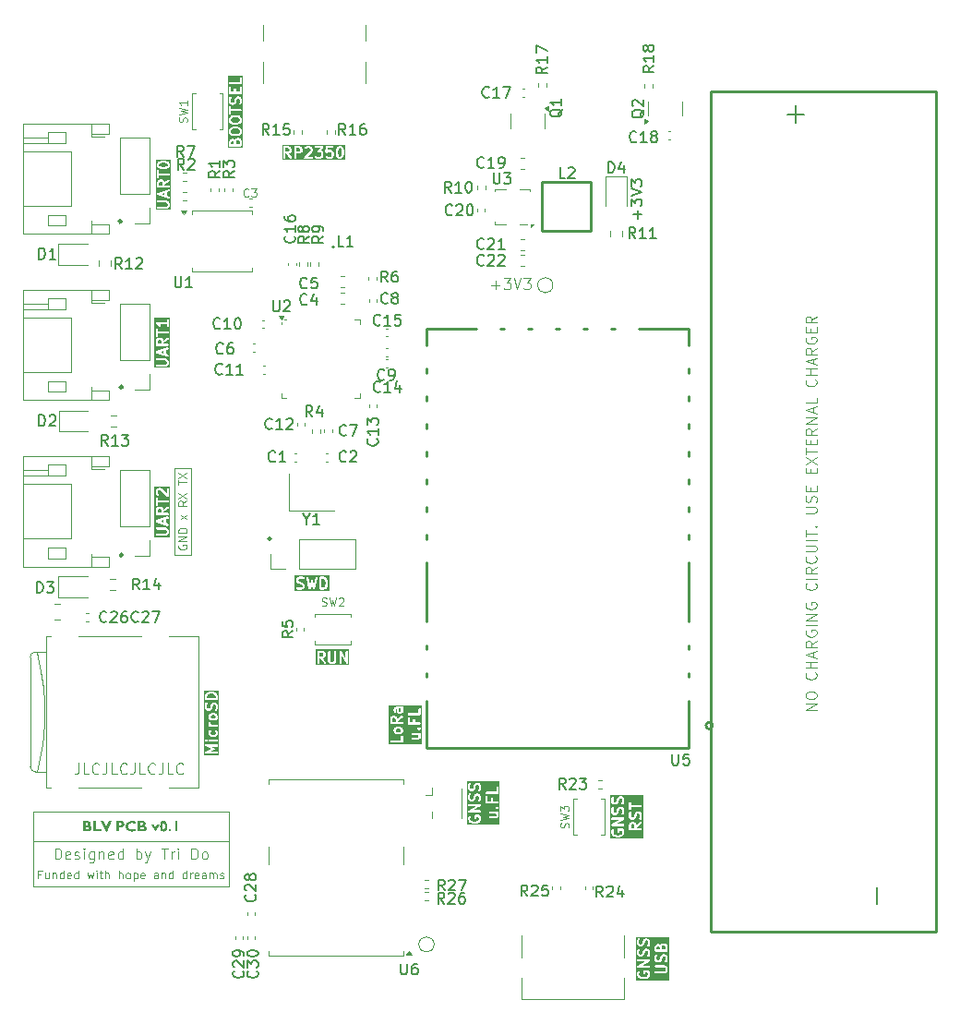
<source format=gto>
%TF.GenerationSoftware,KiCad,Pcbnew,9.0.2*%
%TF.CreationDate,2026-01-30T17:13:30-08:00*%
%TF.ProjectId,BLV_PCB,424c565f-5043-4422-9e6b-696361645f70,rev?*%
%TF.SameCoordinates,Original*%
%TF.FileFunction,Legend,Top*%
%TF.FilePolarity,Positive*%
%FSLAX46Y46*%
G04 Gerber Fmt 4.6, Leading zero omitted, Abs format (unit mm)*
G04 Created by KiCad (PCBNEW 9.0.2) date 2026-01-30 17:13:30*
%MOMM*%
%LPD*%
G01*
G04 APERTURE LIST*
%ADD10C,0.100000*%
%ADD11C,0.250000*%
%ADD12C,0.080000*%
%ADD13C,0.200000*%
%ADD14C,0.093750*%
%ADD15C,0.150000*%
%ADD16C,0.120000*%
%ADD17C,0.191421*%
G04 APERTURE END LIST*
D10*
X173053884Y-64241466D02*
X173815789Y-64241466D01*
X173434836Y-64622419D02*
X173434836Y-63860514D01*
X174196741Y-63622419D02*
X174815788Y-63622419D01*
X174815788Y-63622419D02*
X174482455Y-64003371D01*
X174482455Y-64003371D02*
X174625312Y-64003371D01*
X174625312Y-64003371D02*
X174720550Y-64050990D01*
X174720550Y-64050990D02*
X174768169Y-64098609D01*
X174768169Y-64098609D02*
X174815788Y-64193847D01*
X174815788Y-64193847D02*
X174815788Y-64431942D01*
X174815788Y-64431942D02*
X174768169Y-64527180D01*
X174768169Y-64527180D02*
X174720550Y-64574800D01*
X174720550Y-64574800D02*
X174625312Y-64622419D01*
X174625312Y-64622419D02*
X174339598Y-64622419D01*
X174339598Y-64622419D02*
X174244360Y-64574800D01*
X174244360Y-64574800D02*
X174196741Y-64527180D01*
X175101503Y-63622419D02*
X175434836Y-64622419D01*
X175434836Y-64622419D02*
X175768169Y-63622419D01*
X176006265Y-63622419D02*
X176625312Y-63622419D01*
X176625312Y-63622419D02*
X176291979Y-64003371D01*
X176291979Y-64003371D02*
X176434836Y-64003371D01*
X176434836Y-64003371D02*
X176530074Y-64050990D01*
X176530074Y-64050990D02*
X176577693Y-64098609D01*
X176577693Y-64098609D02*
X176625312Y-64193847D01*
X176625312Y-64193847D02*
X176625312Y-64431942D01*
X176625312Y-64431942D02*
X176577693Y-64527180D01*
X176577693Y-64527180D02*
X176530074Y-64574800D01*
X176530074Y-64574800D02*
X176434836Y-64622419D01*
X176434836Y-64622419D02*
X176149122Y-64622419D01*
X176149122Y-64622419D02*
X176053884Y-64574800D01*
X176053884Y-64574800D02*
X176006265Y-64527180D01*
X131000000Y-115250000D02*
X149000000Y-115250000D01*
X149000000Y-119375000D01*
X131000000Y-119375000D01*
X131000000Y-115250000D01*
D11*
X139225000Y-89000000D02*
G75*
G02*
X138975000Y-89000000I-125000J0D01*
G01*
X138975000Y-89000000D02*
G75*
G02*
X139225000Y-89000000I125000J0D01*
G01*
D10*
X131000000Y-112500000D02*
X149000000Y-112500000D01*
X149000000Y-115250000D01*
X131000000Y-115250000D01*
X131000000Y-112500000D01*
D12*
X144000000Y-81000000D02*
X145500000Y-81000000D01*
X145500000Y-89000000D01*
X144000000Y-89000000D01*
X144000000Y-81000000D01*
D11*
X139125000Y-58400000D02*
G75*
G02*
X138875000Y-58400000I-125000J0D01*
G01*
X138875000Y-58400000D02*
G75*
G02*
X139125000Y-58400000I125000J0D01*
G01*
X139225000Y-73600000D02*
G75*
G02*
X138975000Y-73600000I-125000J0D01*
G01*
X138975000Y-73600000D02*
G75*
G02*
X139225000Y-73600000I125000J0D01*
G01*
X152825000Y-87500000D02*
G75*
G02*
X152575000Y-87500000I-125000J0D01*
G01*
X152575000Y-87500000D02*
G75*
G02*
X152825000Y-87500000I125000J0D01*
G01*
D10*
X131744360Y-118260157D02*
X131494360Y-118260157D01*
X131494360Y-118653014D02*
X131494360Y-117903014D01*
X131494360Y-117903014D02*
X131851503Y-117903014D01*
X132458646Y-118153014D02*
X132458646Y-118653014D01*
X132137217Y-118153014D02*
X132137217Y-118545871D01*
X132137217Y-118545871D02*
X132172931Y-118617300D01*
X132172931Y-118617300D02*
X132244360Y-118653014D01*
X132244360Y-118653014D02*
X132351503Y-118653014D01*
X132351503Y-118653014D02*
X132422931Y-118617300D01*
X132422931Y-118617300D02*
X132458646Y-118581585D01*
X132815788Y-118153014D02*
X132815788Y-118653014D01*
X132815788Y-118224442D02*
X132851502Y-118188728D01*
X132851502Y-118188728D02*
X132922931Y-118153014D01*
X132922931Y-118153014D02*
X133030074Y-118153014D01*
X133030074Y-118153014D02*
X133101502Y-118188728D01*
X133101502Y-118188728D02*
X133137217Y-118260157D01*
X133137217Y-118260157D02*
X133137217Y-118653014D01*
X133815788Y-118653014D02*
X133815788Y-117903014D01*
X133815788Y-118617300D02*
X133744359Y-118653014D01*
X133744359Y-118653014D02*
X133601502Y-118653014D01*
X133601502Y-118653014D02*
X133530073Y-118617300D01*
X133530073Y-118617300D02*
X133494359Y-118581585D01*
X133494359Y-118581585D02*
X133458645Y-118510157D01*
X133458645Y-118510157D02*
X133458645Y-118295871D01*
X133458645Y-118295871D02*
X133494359Y-118224442D01*
X133494359Y-118224442D02*
X133530073Y-118188728D01*
X133530073Y-118188728D02*
X133601502Y-118153014D01*
X133601502Y-118153014D02*
X133744359Y-118153014D01*
X133744359Y-118153014D02*
X133815788Y-118188728D01*
X134458644Y-118617300D02*
X134387216Y-118653014D01*
X134387216Y-118653014D02*
X134244359Y-118653014D01*
X134244359Y-118653014D02*
X134172930Y-118617300D01*
X134172930Y-118617300D02*
X134137216Y-118545871D01*
X134137216Y-118545871D02*
X134137216Y-118260157D01*
X134137216Y-118260157D02*
X134172930Y-118188728D01*
X134172930Y-118188728D02*
X134244359Y-118153014D01*
X134244359Y-118153014D02*
X134387216Y-118153014D01*
X134387216Y-118153014D02*
X134458644Y-118188728D01*
X134458644Y-118188728D02*
X134494359Y-118260157D01*
X134494359Y-118260157D02*
X134494359Y-118331585D01*
X134494359Y-118331585D02*
X134137216Y-118403014D01*
X135137216Y-118653014D02*
X135137216Y-117903014D01*
X135137216Y-118617300D02*
X135065787Y-118653014D01*
X135065787Y-118653014D02*
X134922930Y-118653014D01*
X134922930Y-118653014D02*
X134851501Y-118617300D01*
X134851501Y-118617300D02*
X134815787Y-118581585D01*
X134815787Y-118581585D02*
X134780073Y-118510157D01*
X134780073Y-118510157D02*
X134780073Y-118295871D01*
X134780073Y-118295871D02*
X134815787Y-118224442D01*
X134815787Y-118224442D02*
X134851501Y-118188728D01*
X134851501Y-118188728D02*
X134922930Y-118153014D01*
X134922930Y-118153014D02*
X135065787Y-118153014D01*
X135065787Y-118153014D02*
X135137216Y-118188728D01*
X135994358Y-118153014D02*
X136137216Y-118653014D01*
X136137216Y-118653014D02*
X136280073Y-118295871D01*
X136280073Y-118295871D02*
X136422930Y-118653014D01*
X136422930Y-118653014D02*
X136565787Y-118153014D01*
X136851501Y-118653014D02*
X136851501Y-118153014D01*
X136851501Y-117903014D02*
X136815787Y-117938728D01*
X136815787Y-117938728D02*
X136851501Y-117974442D01*
X136851501Y-117974442D02*
X136887215Y-117938728D01*
X136887215Y-117938728D02*
X136851501Y-117903014D01*
X136851501Y-117903014D02*
X136851501Y-117974442D01*
X137101501Y-118153014D02*
X137387215Y-118153014D01*
X137208644Y-117903014D02*
X137208644Y-118545871D01*
X137208644Y-118545871D02*
X137244358Y-118617300D01*
X137244358Y-118617300D02*
X137315787Y-118653014D01*
X137315787Y-118653014D02*
X137387215Y-118653014D01*
X137637215Y-118653014D02*
X137637215Y-117903014D01*
X137958644Y-118653014D02*
X137958644Y-118260157D01*
X137958644Y-118260157D02*
X137922929Y-118188728D01*
X137922929Y-118188728D02*
X137851501Y-118153014D01*
X137851501Y-118153014D02*
X137744358Y-118153014D01*
X137744358Y-118153014D02*
X137672929Y-118188728D01*
X137672929Y-118188728D02*
X137637215Y-118224442D01*
X138887215Y-118653014D02*
X138887215Y-117903014D01*
X139208644Y-118653014D02*
X139208644Y-118260157D01*
X139208644Y-118260157D02*
X139172929Y-118188728D01*
X139172929Y-118188728D02*
X139101501Y-118153014D01*
X139101501Y-118153014D02*
X138994358Y-118153014D01*
X138994358Y-118153014D02*
X138922929Y-118188728D01*
X138922929Y-118188728D02*
X138887215Y-118224442D01*
X139672929Y-118653014D02*
X139601500Y-118617300D01*
X139601500Y-118617300D02*
X139565786Y-118581585D01*
X139565786Y-118581585D02*
X139530072Y-118510157D01*
X139530072Y-118510157D02*
X139530072Y-118295871D01*
X139530072Y-118295871D02*
X139565786Y-118224442D01*
X139565786Y-118224442D02*
X139601500Y-118188728D01*
X139601500Y-118188728D02*
X139672929Y-118153014D01*
X139672929Y-118153014D02*
X139780072Y-118153014D01*
X139780072Y-118153014D02*
X139851500Y-118188728D01*
X139851500Y-118188728D02*
X139887215Y-118224442D01*
X139887215Y-118224442D02*
X139922929Y-118295871D01*
X139922929Y-118295871D02*
X139922929Y-118510157D01*
X139922929Y-118510157D02*
X139887215Y-118581585D01*
X139887215Y-118581585D02*
X139851500Y-118617300D01*
X139851500Y-118617300D02*
X139780072Y-118653014D01*
X139780072Y-118653014D02*
X139672929Y-118653014D01*
X140244357Y-118153014D02*
X140244357Y-118903014D01*
X140244357Y-118188728D02*
X140315786Y-118153014D01*
X140315786Y-118153014D02*
X140458643Y-118153014D01*
X140458643Y-118153014D02*
X140530071Y-118188728D01*
X140530071Y-118188728D02*
X140565786Y-118224442D01*
X140565786Y-118224442D02*
X140601500Y-118295871D01*
X140601500Y-118295871D02*
X140601500Y-118510157D01*
X140601500Y-118510157D02*
X140565786Y-118581585D01*
X140565786Y-118581585D02*
X140530071Y-118617300D01*
X140530071Y-118617300D02*
X140458643Y-118653014D01*
X140458643Y-118653014D02*
X140315786Y-118653014D01*
X140315786Y-118653014D02*
X140244357Y-118617300D01*
X141208642Y-118617300D02*
X141137214Y-118653014D01*
X141137214Y-118653014D02*
X140994357Y-118653014D01*
X140994357Y-118653014D02*
X140922928Y-118617300D01*
X140922928Y-118617300D02*
X140887214Y-118545871D01*
X140887214Y-118545871D02*
X140887214Y-118260157D01*
X140887214Y-118260157D02*
X140922928Y-118188728D01*
X140922928Y-118188728D02*
X140994357Y-118153014D01*
X140994357Y-118153014D02*
X141137214Y-118153014D01*
X141137214Y-118153014D02*
X141208642Y-118188728D01*
X141208642Y-118188728D02*
X141244357Y-118260157D01*
X141244357Y-118260157D02*
X141244357Y-118331585D01*
X141244357Y-118331585D02*
X140887214Y-118403014D01*
X142458643Y-118653014D02*
X142458643Y-118260157D01*
X142458643Y-118260157D02*
X142422928Y-118188728D01*
X142422928Y-118188728D02*
X142351500Y-118153014D01*
X142351500Y-118153014D02*
X142208643Y-118153014D01*
X142208643Y-118153014D02*
X142137214Y-118188728D01*
X142458643Y-118617300D02*
X142387214Y-118653014D01*
X142387214Y-118653014D02*
X142208643Y-118653014D01*
X142208643Y-118653014D02*
X142137214Y-118617300D01*
X142137214Y-118617300D02*
X142101500Y-118545871D01*
X142101500Y-118545871D02*
X142101500Y-118474442D01*
X142101500Y-118474442D02*
X142137214Y-118403014D01*
X142137214Y-118403014D02*
X142208643Y-118367300D01*
X142208643Y-118367300D02*
X142387214Y-118367300D01*
X142387214Y-118367300D02*
X142458643Y-118331585D01*
X142815785Y-118153014D02*
X142815785Y-118653014D01*
X142815785Y-118224442D02*
X142851499Y-118188728D01*
X142851499Y-118188728D02*
X142922928Y-118153014D01*
X142922928Y-118153014D02*
X143030071Y-118153014D01*
X143030071Y-118153014D02*
X143101499Y-118188728D01*
X143101499Y-118188728D02*
X143137214Y-118260157D01*
X143137214Y-118260157D02*
X143137214Y-118653014D01*
X143815785Y-118653014D02*
X143815785Y-117903014D01*
X143815785Y-118617300D02*
X143744356Y-118653014D01*
X143744356Y-118653014D02*
X143601499Y-118653014D01*
X143601499Y-118653014D02*
X143530070Y-118617300D01*
X143530070Y-118617300D02*
X143494356Y-118581585D01*
X143494356Y-118581585D02*
X143458642Y-118510157D01*
X143458642Y-118510157D02*
X143458642Y-118295871D01*
X143458642Y-118295871D02*
X143494356Y-118224442D01*
X143494356Y-118224442D02*
X143530070Y-118188728D01*
X143530070Y-118188728D02*
X143601499Y-118153014D01*
X143601499Y-118153014D02*
X143744356Y-118153014D01*
X143744356Y-118153014D02*
X143815785Y-118188728D01*
X145065785Y-118653014D02*
X145065785Y-117903014D01*
X145065785Y-118617300D02*
X144994356Y-118653014D01*
X144994356Y-118653014D02*
X144851499Y-118653014D01*
X144851499Y-118653014D02*
X144780070Y-118617300D01*
X144780070Y-118617300D02*
X144744356Y-118581585D01*
X144744356Y-118581585D02*
X144708642Y-118510157D01*
X144708642Y-118510157D02*
X144708642Y-118295871D01*
X144708642Y-118295871D02*
X144744356Y-118224442D01*
X144744356Y-118224442D02*
X144780070Y-118188728D01*
X144780070Y-118188728D02*
X144851499Y-118153014D01*
X144851499Y-118153014D02*
X144994356Y-118153014D01*
X144994356Y-118153014D02*
X145065785Y-118188728D01*
X145422927Y-118653014D02*
X145422927Y-118153014D01*
X145422927Y-118295871D02*
X145458641Y-118224442D01*
X145458641Y-118224442D02*
X145494356Y-118188728D01*
X145494356Y-118188728D02*
X145565784Y-118153014D01*
X145565784Y-118153014D02*
X145637213Y-118153014D01*
X146172927Y-118617300D02*
X146101499Y-118653014D01*
X146101499Y-118653014D02*
X145958642Y-118653014D01*
X145958642Y-118653014D02*
X145887213Y-118617300D01*
X145887213Y-118617300D02*
X145851499Y-118545871D01*
X145851499Y-118545871D02*
X145851499Y-118260157D01*
X145851499Y-118260157D02*
X145887213Y-118188728D01*
X145887213Y-118188728D02*
X145958642Y-118153014D01*
X145958642Y-118153014D02*
X146101499Y-118153014D01*
X146101499Y-118153014D02*
X146172927Y-118188728D01*
X146172927Y-118188728D02*
X146208642Y-118260157D01*
X146208642Y-118260157D02*
X146208642Y-118331585D01*
X146208642Y-118331585D02*
X145851499Y-118403014D01*
X146851499Y-118653014D02*
X146851499Y-118260157D01*
X146851499Y-118260157D02*
X146815784Y-118188728D01*
X146815784Y-118188728D02*
X146744356Y-118153014D01*
X146744356Y-118153014D02*
X146601499Y-118153014D01*
X146601499Y-118153014D02*
X146530070Y-118188728D01*
X146851499Y-118617300D02*
X146780070Y-118653014D01*
X146780070Y-118653014D02*
X146601499Y-118653014D01*
X146601499Y-118653014D02*
X146530070Y-118617300D01*
X146530070Y-118617300D02*
X146494356Y-118545871D01*
X146494356Y-118545871D02*
X146494356Y-118474442D01*
X146494356Y-118474442D02*
X146530070Y-118403014D01*
X146530070Y-118403014D02*
X146601499Y-118367300D01*
X146601499Y-118367300D02*
X146780070Y-118367300D01*
X146780070Y-118367300D02*
X146851499Y-118331585D01*
X147208641Y-118653014D02*
X147208641Y-118153014D01*
X147208641Y-118224442D02*
X147244355Y-118188728D01*
X147244355Y-118188728D02*
X147315784Y-118153014D01*
X147315784Y-118153014D02*
X147422927Y-118153014D01*
X147422927Y-118153014D02*
X147494355Y-118188728D01*
X147494355Y-118188728D02*
X147530070Y-118260157D01*
X147530070Y-118260157D02*
X147530070Y-118653014D01*
X147530070Y-118260157D02*
X147565784Y-118188728D01*
X147565784Y-118188728D02*
X147637212Y-118153014D01*
X147637212Y-118153014D02*
X147744355Y-118153014D01*
X147744355Y-118153014D02*
X147815784Y-118188728D01*
X147815784Y-118188728D02*
X147851498Y-118260157D01*
X147851498Y-118260157D02*
X147851498Y-118653014D01*
X148172927Y-118617300D02*
X148244355Y-118653014D01*
X148244355Y-118653014D02*
X148387212Y-118653014D01*
X148387212Y-118653014D02*
X148458641Y-118617300D01*
X148458641Y-118617300D02*
X148494355Y-118545871D01*
X148494355Y-118545871D02*
X148494355Y-118510157D01*
X148494355Y-118510157D02*
X148458641Y-118438728D01*
X148458641Y-118438728D02*
X148387212Y-118403014D01*
X148387212Y-118403014D02*
X148280070Y-118403014D01*
X148280070Y-118403014D02*
X148208641Y-118367300D01*
X148208641Y-118367300D02*
X148172927Y-118295871D01*
X148172927Y-118295871D02*
X148172927Y-118260157D01*
X148172927Y-118260157D02*
X148208641Y-118188728D01*
X148208641Y-118188728D02*
X148280070Y-118153014D01*
X148280070Y-118153014D02*
X148387212Y-118153014D01*
X148387212Y-118153014D02*
X148458641Y-118188728D01*
D13*
G36*
X186126526Y-113677424D02*
G01*
X186151195Y-113702092D01*
X186181000Y-113761702D01*
X186181000Y-114019047D01*
X185857191Y-114019047D01*
X185857191Y-113761702D01*
X185886996Y-113702092D01*
X185911664Y-113677423D01*
X185971274Y-113647619D01*
X186066917Y-113647619D01*
X186126526Y-113677424D01*
G37*
G36*
X186968302Y-114996824D02*
G01*
X183936136Y-114996824D01*
X183936136Y-114309523D01*
X184047247Y-114309523D01*
X184047247Y-114452380D01*
X184048219Y-114462253D01*
X184048032Y-114464887D01*
X184048819Y-114468350D01*
X184049168Y-114471889D01*
X184050179Y-114474331D01*
X184052379Y-114484003D01*
X184099998Y-114626859D01*
X184107989Y-114644760D01*
X184110344Y-114647475D01*
X184111719Y-114650794D01*
X184124155Y-114665948D01*
X184219393Y-114761186D01*
X184227059Y-114767477D01*
X184228792Y-114769475D01*
X184231803Y-114771370D01*
X184234547Y-114773622D01*
X184236984Y-114774631D01*
X184245383Y-114779918D01*
X184340620Y-114827537D01*
X184342048Y-114828083D01*
X184342628Y-114828513D01*
X184350804Y-114831434D01*
X184358929Y-114834543D01*
X184359649Y-114834594D01*
X184361088Y-114835108D01*
X184551564Y-114882727D01*
X184554945Y-114883227D01*
X184556309Y-114883792D01*
X184563659Y-114884515D01*
X184570957Y-114885595D01*
X184572415Y-114885377D01*
X184575818Y-114885713D01*
X184718675Y-114885713D01*
X184722077Y-114885377D01*
X184723536Y-114885595D01*
X184730833Y-114884515D01*
X184738184Y-114883792D01*
X184739547Y-114883227D01*
X184742929Y-114882727D01*
X184933404Y-114835108D01*
X184934841Y-114834594D01*
X184935564Y-114834543D01*
X184943688Y-114831434D01*
X184951865Y-114828513D01*
X184952445Y-114828082D01*
X184953872Y-114827537D01*
X185049110Y-114779918D01*
X185057502Y-114774635D01*
X185059946Y-114773623D01*
X185062695Y-114771366D01*
X185065700Y-114769475D01*
X185067429Y-114767480D01*
X185075099Y-114761186D01*
X185170339Y-114665948D01*
X185182775Y-114650795D01*
X185184150Y-114647475D01*
X185186505Y-114644760D01*
X185194496Y-114626860D01*
X185242115Y-114484003D01*
X185244314Y-114474330D01*
X185245326Y-114471889D01*
X185245674Y-114468351D01*
X185246462Y-114464888D01*
X185246274Y-114462253D01*
X185247247Y-114452380D01*
X185247247Y-114357142D01*
X185246274Y-114347268D01*
X185246462Y-114344634D01*
X185245674Y-114341170D01*
X185245326Y-114337633D01*
X185244314Y-114335191D01*
X185242115Y-114325519D01*
X185194496Y-114182662D01*
X185186505Y-114164762D01*
X185184150Y-114162046D01*
X185182775Y-114158727D01*
X185170338Y-114143573D01*
X185122718Y-114095955D01*
X185107565Y-114083518D01*
X185082074Y-114072960D01*
X185071517Y-114068587D01*
X185052008Y-114066666D01*
X184718675Y-114066666D01*
X184699166Y-114068587D01*
X184663118Y-114083519D01*
X184635528Y-114111109D01*
X184620596Y-114147157D01*
X184618675Y-114166666D01*
X184618675Y-114357142D01*
X184620596Y-114376651D01*
X184635528Y-114412699D01*
X184663118Y-114440289D01*
X184699166Y-114455221D01*
X184738184Y-114455221D01*
X184774232Y-114440289D01*
X184801822Y-114412699D01*
X184816754Y-114376651D01*
X184818675Y-114357142D01*
X184818675Y-114266666D01*
X185010588Y-114266666D01*
X185012225Y-114268303D01*
X185047247Y-114373368D01*
X185047247Y-114436153D01*
X185012225Y-114541218D01*
X184945155Y-114608288D01*
X184874246Y-114643742D01*
X184706365Y-114685713D01*
X184588127Y-114685713D01*
X184420246Y-114643742D01*
X184349341Y-114608290D01*
X184282268Y-114541217D01*
X184247247Y-114436153D01*
X184247247Y-114333130D01*
X184284309Y-114259007D01*
X184291315Y-114240698D01*
X184294081Y-114201778D01*
X184281742Y-114164762D01*
X184256177Y-114135285D01*
X184221279Y-114117836D01*
X184182359Y-114115071D01*
X184145343Y-114127409D01*
X184115866Y-114152974D01*
X184105423Y-114169564D01*
X184057804Y-114264802D01*
X184050798Y-114283110D01*
X184050543Y-114286693D01*
X184049168Y-114290014D01*
X184047247Y-114309523D01*
X183936136Y-114309523D01*
X183936136Y-113731109D01*
X184047491Y-113731109D01*
X184049168Y-113744302D01*
X184049168Y-113757603D01*
X184051607Y-113763491D01*
X184052411Y-113769816D01*
X184059011Y-113781365D01*
X184064100Y-113793651D01*
X184068607Y-113798158D01*
X184071770Y-113803693D01*
X184082284Y-113811835D01*
X184091690Y-113821241D01*
X184097580Y-113823680D01*
X184102619Y-113827583D01*
X184115447Y-113831081D01*
X184127738Y-113836173D01*
X184137715Y-113837155D01*
X184140262Y-113837850D01*
X184142229Y-113837599D01*
X184147247Y-113838094D01*
X185147247Y-113838094D01*
X185166756Y-113836173D01*
X185202804Y-113821241D01*
X185230394Y-113793651D01*
X185245326Y-113757603D01*
X185245326Y-113738095D01*
X185657191Y-113738095D01*
X185657191Y-114119047D01*
X185659112Y-114138556D01*
X185674044Y-114174604D01*
X185701634Y-114202194D01*
X185737682Y-114217126D01*
X185757191Y-114219047D01*
X186757191Y-114219047D01*
X186776700Y-114217126D01*
X186812748Y-114202194D01*
X186840338Y-114174604D01*
X186855270Y-114138556D01*
X186855270Y-114099538D01*
X186840338Y-114063490D01*
X186812748Y-114035900D01*
X186776700Y-114020968D01*
X186757191Y-114019047D01*
X186381000Y-114019047D01*
X186381000Y-113933017D01*
X186814537Y-113629542D01*
X186829418Y-113616781D01*
X186850387Y-113583876D01*
X186857168Y-113545451D01*
X186848728Y-113507357D01*
X186826353Y-113475392D01*
X186793448Y-113454423D01*
X186755024Y-113447642D01*
X186716929Y-113456082D01*
X186699845Y-113465696D01*
X186371319Y-113695663D01*
X186370443Y-113693373D01*
X186322824Y-113598136D01*
X186317538Y-113589739D01*
X186316528Y-113587299D01*
X186314274Y-113584553D01*
X186312381Y-113581545D01*
X186310383Y-113579812D01*
X186304091Y-113572146D01*
X186256473Y-113524527D01*
X186248802Y-113518232D01*
X186247073Y-113516238D01*
X186244065Y-113514344D01*
X186241319Y-113512091D01*
X186238879Y-113511080D01*
X186230483Y-113505795D01*
X186135245Y-113458176D01*
X186116937Y-113451170D01*
X186113353Y-113450915D01*
X186110033Y-113449540D01*
X186090524Y-113447619D01*
X185947667Y-113447619D01*
X185928158Y-113449540D01*
X185924837Y-113450915D01*
X185921254Y-113451170D01*
X185902945Y-113458176D01*
X185807708Y-113505795D01*
X185799311Y-113511080D01*
X185796871Y-113512091D01*
X185794125Y-113514344D01*
X185791117Y-113516238D01*
X185789384Y-113518235D01*
X185781718Y-113524528D01*
X185734099Y-113572146D01*
X185727804Y-113579816D01*
X185725810Y-113581546D01*
X185723916Y-113584553D01*
X185721663Y-113587300D01*
X185720652Y-113589739D01*
X185715367Y-113598136D01*
X185667748Y-113693374D01*
X185660742Y-113711682D01*
X185660487Y-113715265D01*
X185659112Y-113718586D01*
X185657191Y-113738095D01*
X185245326Y-113738095D01*
X185245326Y-113718585D01*
X185230394Y-113682537D01*
X185202804Y-113654947D01*
X185166756Y-113640015D01*
X185147247Y-113638094D01*
X184523803Y-113638094D01*
X185196861Y-113253490D01*
X185200971Y-113250571D01*
X185202804Y-113249813D01*
X185204670Y-113247946D01*
X185212846Y-113242143D01*
X185220990Y-113231626D01*
X185230394Y-113222223D01*
X185232832Y-113216335D01*
X185236737Y-113211294D01*
X185240236Y-113198461D01*
X185245326Y-113186175D01*
X185245326Y-113179799D01*
X185247003Y-113173650D01*
X185245326Y-113160456D01*
X185245326Y-113147157D01*
X185242886Y-113141268D01*
X185242083Y-113134944D01*
X185235482Y-113123394D01*
X185230394Y-113111109D01*
X185225886Y-113106601D01*
X185222724Y-113101067D01*
X185212207Y-113092922D01*
X185202804Y-113083519D01*
X185196916Y-113081080D01*
X185191875Y-113077176D01*
X185179042Y-113073676D01*
X185166756Y-113068587D01*
X185156778Y-113067604D01*
X185154232Y-113066910D01*
X185152264Y-113067160D01*
X185147247Y-113066666D01*
X184147247Y-113066666D01*
X184127738Y-113068587D01*
X184091690Y-113083519D01*
X184064100Y-113111109D01*
X184049168Y-113147157D01*
X184049168Y-113186175D01*
X184064100Y-113222223D01*
X184091690Y-113249813D01*
X184127738Y-113264745D01*
X184147247Y-113266666D01*
X184770691Y-113266666D01*
X184097633Y-113651270D01*
X184093522Y-113654188D01*
X184091690Y-113654947D01*
X184089823Y-113656813D01*
X184081648Y-113662617D01*
X184073505Y-113673131D01*
X184064100Y-113682537D01*
X184061660Y-113688427D01*
X184057758Y-113693466D01*
X184054259Y-113706294D01*
X184049168Y-113718585D01*
X184049168Y-113724960D01*
X184047491Y-113731109D01*
X183936136Y-113731109D01*
X183936136Y-112309523D01*
X184047247Y-112309523D01*
X184047247Y-112547618D01*
X184049168Y-112567127D01*
X184050543Y-112570447D01*
X184050798Y-112574031D01*
X184057804Y-112592339D01*
X184105423Y-112687577D01*
X184110708Y-112695973D01*
X184111719Y-112698413D01*
X184113972Y-112701159D01*
X184115866Y-112704167D01*
X184117860Y-112705896D01*
X184124155Y-112713567D01*
X184171774Y-112761185D01*
X184179440Y-112767477D01*
X184181173Y-112769475D01*
X184184181Y-112771368D01*
X184186927Y-112773622D01*
X184189367Y-112774632D01*
X184197764Y-112779918D01*
X184293001Y-112827537D01*
X184311310Y-112834543D01*
X184314893Y-112834797D01*
X184318214Y-112836173D01*
X184337723Y-112838094D01*
X184432961Y-112838094D01*
X184452470Y-112836173D01*
X184455790Y-112834797D01*
X184459374Y-112834543D01*
X184477682Y-112827537D01*
X184572920Y-112779918D01*
X184581316Y-112774632D01*
X184583756Y-112773622D01*
X184586502Y-112771368D01*
X184589510Y-112769475D01*
X184591239Y-112767480D01*
X184598910Y-112761186D01*
X184646528Y-112713567D01*
X184652820Y-112705900D01*
X184654818Y-112704168D01*
X184656711Y-112701159D01*
X184658965Y-112698414D01*
X184659975Y-112695973D01*
X184665261Y-112687577D01*
X184712880Y-112592340D01*
X184713426Y-112590911D01*
X184713856Y-112590332D01*
X184716777Y-112582155D01*
X184719886Y-112574031D01*
X184719937Y-112573310D01*
X184720451Y-112571872D01*
X184765407Y-112392046D01*
X184800861Y-112321139D01*
X184825529Y-112296470D01*
X184885139Y-112266666D01*
X184933163Y-112266666D01*
X184992774Y-112296472D01*
X185017442Y-112321139D01*
X185047247Y-112380749D01*
X185047247Y-112579010D01*
X185004760Y-112706471D01*
X185000413Y-112725587D01*
X185003179Y-112764507D01*
X185020629Y-112799406D01*
X185050105Y-112824971D01*
X185087121Y-112837309D01*
X185126041Y-112834543D01*
X185160940Y-112817093D01*
X185186505Y-112787617D01*
X185194496Y-112769717D01*
X185205037Y-112738095D01*
X185657191Y-112738095D01*
X185657191Y-112976190D01*
X185659112Y-112995699D01*
X185660487Y-112999019D01*
X185660742Y-113002603D01*
X185667748Y-113020911D01*
X185715367Y-113116149D01*
X185720652Y-113124545D01*
X185721663Y-113126985D01*
X185723916Y-113129731D01*
X185725810Y-113132739D01*
X185727804Y-113134468D01*
X185734099Y-113142139D01*
X185781718Y-113189757D01*
X185789384Y-113196049D01*
X185791117Y-113198047D01*
X185794125Y-113199940D01*
X185796871Y-113202194D01*
X185799311Y-113203204D01*
X185807708Y-113208490D01*
X185902945Y-113256109D01*
X185921254Y-113263115D01*
X185924837Y-113263369D01*
X185928158Y-113264745D01*
X185947667Y-113266666D01*
X186042905Y-113266666D01*
X186062414Y-113264745D01*
X186065734Y-113263369D01*
X186069318Y-113263115D01*
X186087626Y-113256109D01*
X186182864Y-113208490D01*
X186191260Y-113203204D01*
X186193700Y-113202194D01*
X186196446Y-113199940D01*
X186199454Y-113198047D01*
X186201183Y-113196052D01*
X186208854Y-113189758D01*
X186256472Y-113142139D01*
X186262764Y-113134472D01*
X186264762Y-113132740D01*
X186266655Y-113129731D01*
X186268909Y-113126986D01*
X186269919Y-113124545D01*
X186275205Y-113116149D01*
X186322824Y-113020912D01*
X186323370Y-113019483D01*
X186323800Y-113018904D01*
X186326721Y-113010727D01*
X186329830Y-113002603D01*
X186329881Y-113001882D01*
X186330395Y-113000444D01*
X186375351Y-112820618D01*
X186410805Y-112749711D01*
X186435473Y-112725042D01*
X186495083Y-112695238D01*
X186543107Y-112695238D01*
X186602718Y-112725044D01*
X186627386Y-112749711D01*
X186657191Y-112809321D01*
X186657191Y-113007582D01*
X186614704Y-113135043D01*
X186610357Y-113154159D01*
X186613123Y-113193079D01*
X186630573Y-113227978D01*
X186660049Y-113253543D01*
X186697065Y-113265881D01*
X186735985Y-113263115D01*
X186770884Y-113245665D01*
X186796449Y-113216189D01*
X186804440Y-113198289D01*
X186852059Y-113055432D01*
X186854258Y-113045759D01*
X186855270Y-113043318D01*
X186855618Y-113039780D01*
X186856406Y-113036317D01*
X186856218Y-113033682D01*
X186857191Y-113023809D01*
X186857191Y-112785714D01*
X186855270Y-112766205D01*
X186853894Y-112762884D01*
X186853640Y-112759301D01*
X186846634Y-112740992D01*
X186799015Y-112645755D01*
X186793729Y-112637358D01*
X186792719Y-112634918D01*
X186790465Y-112632172D01*
X186788572Y-112629164D01*
X186786575Y-112627432D01*
X186780282Y-112619764D01*
X186732662Y-112572146D01*
X186724992Y-112565851D01*
X186723263Y-112563857D01*
X186720258Y-112561965D01*
X186717509Y-112559709D01*
X186715065Y-112558697D01*
X186706673Y-112553414D01*
X186611435Y-112505795D01*
X186593127Y-112498789D01*
X186589543Y-112498534D01*
X186586223Y-112497159D01*
X186566714Y-112495238D01*
X186471476Y-112495238D01*
X186451967Y-112497159D01*
X186448646Y-112498534D01*
X186445063Y-112498789D01*
X186426754Y-112505795D01*
X186331517Y-112553414D01*
X186323120Y-112558699D01*
X186320680Y-112559710D01*
X186317934Y-112561963D01*
X186314926Y-112563857D01*
X186313193Y-112565854D01*
X186305527Y-112572147D01*
X186257908Y-112619765D01*
X186251613Y-112627435D01*
X186249619Y-112629165D01*
X186247725Y-112632172D01*
X186245472Y-112634919D01*
X186244461Y-112637358D01*
X186239176Y-112645755D01*
X186191557Y-112740993D01*
X186191011Y-112742419D01*
X186190581Y-112743000D01*
X186187659Y-112751176D01*
X186184551Y-112759301D01*
X186184499Y-112760023D01*
X186183986Y-112761461D01*
X186139029Y-112941285D01*
X186103576Y-113012192D01*
X186078907Y-113036860D01*
X186019298Y-113066666D01*
X185971274Y-113066666D01*
X185911664Y-113036861D01*
X185886996Y-113012192D01*
X185857191Y-112952582D01*
X185857191Y-112754322D01*
X185899678Y-112626861D01*
X185904025Y-112607746D01*
X185901259Y-112568826D01*
X185883809Y-112533927D01*
X185854333Y-112508362D01*
X185817317Y-112496023D01*
X185778397Y-112498790D01*
X185743498Y-112516239D01*
X185717933Y-112545715D01*
X185709942Y-112563616D01*
X185662323Y-112706472D01*
X185660123Y-112716143D01*
X185659112Y-112718586D01*
X185658763Y-112722124D01*
X185657976Y-112725588D01*
X185658163Y-112728221D01*
X185657191Y-112738095D01*
X185205037Y-112738095D01*
X185242115Y-112626860D01*
X185244314Y-112617187D01*
X185245326Y-112614746D01*
X185245674Y-112611208D01*
X185246462Y-112607745D01*
X185246274Y-112605110D01*
X185247247Y-112595237D01*
X185247247Y-112357142D01*
X185245326Y-112337633D01*
X185243950Y-112334312D01*
X185243696Y-112330729D01*
X185236690Y-112312420D01*
X185189071Y-112217183D01*
X185183785Y-112208786D01*
X185182775Y-112206346D01*
X185180521Y-112203600D01*
X185178628Y-112200592D01*
X185176631Y-112198860D01*
X185170338Y-112191192D01*
X185122718Y-112143574D01*
X185115048Y-112137279D01*
X185113319Y-112135285D01*
X185110314Y-112133393D01*
X185107565Y-112131137D01*
X185105121Y-112130125D01*
X185096729Y-112124842D01*
X185001491Y-112077223D01*
X184983183Y-112070217D01*
X184979599Y-112069962D01*
X184976279Y-112068587D01*
X184956770Y-112066666D01*
X184861532Y-112066666D01*
X184842023Y-112068587D01*
X184838702Y-112069962D01*
X184835119Y-112070217D01*
X184816810Y-112077223D01*
X184721573Y-112124842D01*
X184713176Y-112130127D01*
X184710736Y-112131138D01*
X184707990Y-112133391D01*
X184704982Y-112135285D01*
X184703249Y-112137282D01*
X184695583Y-112143575D01*
X184647964Y-112191193D01*
X184641669Y-112198863D01*
X184639675Y-112200593D01*
X184637781Y-112203600D01*
X184635528Y-112206347D01*
X184634517Y-112208786D01*
X184629232Y-112217183D01*
X184581613Y-112312421D01*
X184581067Y-112313847D01*
X184580637Y-112314428D01*
X184577715Y-112322604D01*
X184574607Y-112330729D01*
X184574555Y-112331451D01*
X184574042Y-112332889D01*
X184529085Y-112512713D01*
X184493632Y-112583620D01*
X184468963Y-112608288D01*
X184409354Y-112638094D01*
X184361330Y-112638094D01*
X184301720Y-112608289D01*
X184277052Y-112583620D01*
X184247247Y-112524010D01*
X184247247Y-112325750D01*
X184289734Y-112198289D01*
X184294081Y-112179174D01*
X184291315Y-112140254D01*
X184273865Y-112105355D01*
X184244389Y-112079790D01*
X184207373Y-112067451D01*
X184168453Y-112070218D01*
X184133554Y-112087667D01*
X184107989Y-112117143D01*
X184099998Y-112135044D01*
X184052379Y-112277900D01*
X184050179Y-112287571D01*
X184049168Y-112290014D01*
X184048819Y-112293552D01*
X184048032Y-112297016D01*
X184048219Y-112299649D01*
X184047247Y-112309523D01*
X183936136Y-112309523D01*
X183936136Y-111357142D01*
X184047247Y-111357142D01*
X184047247Y-111595237D01*
X184049168Y-111614746D01*
X184050543Y-111618066D01*
X184050798Y-111621650D01*
X184057804Y-111639958D01*
X184105423Y-111735196D01*
X184110708Y-111743592D01*
X184111719Y-111746032D01*
X184113972Y-111748778D01*
X184115866Y-111751786D01*
X184117860Y-111753515D01*
X184124155Y-111761186D01*
X184171774Y-111808804D01*
X184179440Y-111815096D01*
X184181173Y-111817094D01*
X184184181Y-111818987D01*
X184186927Y-111821241D01*
X184189367Y-111822251D01*
X184197764Y-111827537D01*
X184293001Y-111875156D01*
X184311310Y-111882162D01*
X184314893Y-111882416D01*
X184318214Y-111883792D01*
X184337723Y-111885713D01*
X184432961Y-111885713D01*
X184452470Y-111883792D01*
X184455790Y-111882416D01*
X184459374Y-111882162D01*
X184477682Y-111875156D01*
X184572920Y-111827537D01*
X184581316Y-111822251D01*
X184583756Y-111821241D01*
X184586502Y-111818987D01*
X184589510Y-111817094D01*
X184591239Y-111815099D01*
X184598910Y-111808805D01*
X184646528Y-111761186D01*
X184652820Y-111753519D01*
X184654818Y-111751787D01*
X184656711Y-111748778D01*
X184658965Y-111746033D01*
X184659975Y-111743592D01*
X184665261Y-111735196D01*
X184712880Y-111639959D01*
X184713426Y-111638530D01*
X184713856Y-111637951D01*
X184716777Y-111629774D01*
X184719886Y-111621650D01*
X184719937Y-111620929D01*
X184720451Y-111619491D01*
X184765407Y-111439665D01*
X184800861Y-111368758D01*
X184825529Y-111344089D01*
X184885139Y-111314285D01*
X184933163Y-111314285D01*
X184992774Y-111344091D01*
X185017442Y-111368758D01*
X185047247Y-111428368D01*
X185047247Y-111626629D01*
X185004760Y-111754090D01*
X185000413Y-111773206D01*
X185003179Y-111812126D01*
X185020629Y-111847025D01*
X185050105Y-111872590D01*
X185087121Y-111884928D01*
X185126041Y-111882162D01*
X185160940Y-111864712D01*
X185186505Y-111835236D01*
X185194496Y-111817336D01*
X185220910Y-111738095D01*
X185657191Y-111738095D01*
X185657191Y-112309523D01*
X185659112Y-112329032D01*
X185674044Y-112365080D01*
X185701634Y-112392670D01*
X185737682Y-112407602D01*
X185776700Y-112407602D01*
X185812748Y-112392670D01*
X185840338Y-112365080D01*
X185855270Y-112329032D01*
X185857191Y-112309523D01*
X185857191Y-112123809D01*
X186757191Y-112123809D01*
X186776700Y-112121888D01*
X186812748Y-112106956D01*
X186840338Y-112079366D01*
X186855270Y-112043318D01*
X186855270Y-112004300D01*
X186840338Y-111968252D01*
X186812748Y-111940662D01*
X186776700Y-111925730D01*
X186757191Y-111923809D01*
X185857191Y-111923809D01*
X185857191Y-111738095D01*
X185855270Y-111718586D01*
X185840338Y-111682538D01*
X185812748Y-111654948D01*
X185776700Y-111640016D01*
X185737682Y-111640016D01*
X185701634Y-111654948D01*
X185674044Y-111682538D01*
X185659112Y-111718586D01*
X185657191Y-111738095D01*
X185220910Y-111738095D01*
X185242115Y-111674479D01*
X185244314Y-111664806D01*
X185245326Y-111662365D01*
X185245674Y-111658827D01*
X185246462Y-111655364D01*
X185246274Y-111652729D01*
X185247247Y-111642856D01*
X185247247Y-111404761D01*
X185245326Y-111385252D01*
X185243950Y-111381931D01*
X185243696Y-111378348D01*
X185236690Y-111360039D01*
X185189071Y-111264802D01*
X185183785Y-111256405D01*
X185182775Y-111253965D01*
X185180521Y-111251219D01*
X185178628Y-111248211D01*
X185176631Y-111246479D01*
X185170338Y-111238811D01*
X185122718Y-111191193D01*
X185115048Y-111184898D01*
X185113319Y-111182904D01*
X185110314Y-111181012D01*
X185107565Y-111178756D01*
X185105121Y-111177744D01*
X185096729Y-111172461D01*
X185001491Y-111124842D01*
X184983183Y-111117836D01*
X184979599Y-111117581D01*
X184976279Y-111116206D01*
X184956770Y-111114285D01*
X184861532Y-111114285D01*
X184842023Y-111116206D01*
X184838702Y-111117581D01*
X184835119Y-111117836D01*
X184816810Y-111124842D01*
X184721573Y-111172461D01*
X184713176Y-111177746D01*
X184710736Y-111178757D01*
X184707990Y-111181010D01*
X184704982Y-111182904D01*
X184703249Y-111184901D01*
X184695583Y-111191194D01*
X184647964Y-111238812D01*
X184641669Y-111246482D01*
X184639675Y-111248212D01*
X184637781Y-111251219D01*
X184635528Y-111253966D01*
X184634517Y-111256405D01*
X184629232Y-111264802D01*
X184581613Y-111360040D01*
X184581067Y-111361466D01*
X184580637Y-111362047D01*
X184577715Y-111370223D01*
X184574607Y-111378348D01*
X184574555Y-111379070D01*
X184574042Y-111380508D01*
X184529085Y-111560332D01*
X184493632Y-111631239D01*
X184468963Y-111655907D01*
X184409354Y-111685713D01*
X184361330Y-111685713D01*
X184301720Y-111655908D01*
X184277052Y-111631239D01*
X184247247Y-111571629D01*
X184247247Y-111373369D01*
X184289734Y-111245908D01*
X184294081Y-111226793D01*
X184291315Y-111187873D01*
X184273865Y-111152974D01*
X184244389Y-111127409D01*
X184207373Y-111115070D01*
X184168453Y-111117837D01*
X184133554Y-111135286D01*
X184107989Y-111164762D01*
X184099998Y-111182663D01*
X184052379Y-111325519D01*
X184050179Y-111335190D01*
X184049168Y-111337633D01*
X184048819Y-111341171D01*
X184048032Y-111344635D01*
X184048219Y-111347268D01*
X184047247Y-111357142D01*
X183936136Y-111357142D01*
X183936136Y-111003174D01*
X186968302Y-111003174D01*
X186968302Y-114996824D01*
G37*
G36*
X147712746Y-103688704D02*
G01*
X147737414Y-103713371D01*
X147767219Y-103772981D01*
X147767219Y-103868624D01*
X147737414Y-103928233D01*
X147712746Y-103952900D01*
X147653135Y-103982707D01*
X147414635Y-103982707D01*
X147355025Y-103952902D01*
X147330357Y-103928233D01*
X147300552Y-103868623D01*
X147300552Y-103772981D01*
X147330357Y-103713371D01*
X147355025Y-103688702D01*
X147414635Y-103658898D01*
X147653135Y-103658898D01*
X147712746Y-103688704D01*
G37*
G36*
X147594218Y-101748487D02*
G01*
X147665127Y-101783941D01*
X147732197Y-101851011D01*
X147767219Y-101956076D01*
X147767219Y-102077945D01*
X146967219Y-102077945D01*
X146967219Y-101956077D01*
X147002240Y-101851012D01*
X147069313Y-101783940D01*
X147140218Y-101748487D01*
X147308099Y-101706517D01*
X147426337Y-101706517D01*
X147594218Y-101748487D01*
G37*
G36*
X148078330Y-107341437D02*
G01*
X146656108Y-107341437D01*
X146656108Y-106478843D01*
X146768378Y-106478843D01*
X146769140Y-106480938D01*
X146769140Y-106483169D01*
X146775784Y-106499210D01*
X146781713Y-106515512D01*
X146783218Y-106517155D01*
X146784072Y-106519217D01*
X146796345Y-106531490D01*
X146808064Y-106544287D01*
X146810708Y-106545853D01*
X146811662Y-106546807D01*
X146813843Y-106547710D01*
X146824930Y-106554278D01*
X147345034Y-106796993D01*
X146824930Y-107039708D01*
X146813843Y-107046275D01*
X146811662Y-107047179D01*
X146810708Y-107048132D01*
X146808064Y-107049699D01*
X146796345Y-107062495D01*
X146784072Y-107074769D01*
X146783218Y-107076830D01*
X146781713Y-107078474D01*
X146775784Y-107094775D01*
X146769140Y-107110817D01*
X146769140Y-107113047D01*
X146768378Y-107115143D01*
X146769140Y-107132482D01*
X146769140Y-107149835D01*
X146769993Y-107151894D01*
X146770091Y-107154123D01*
X146777432Y-107169853D01*
X146784072Y-107185883D01*
X146785648Y-107187459D01*
X146786592Y-107189481D01*
X146799388Y-107201199D01*
X146811662Y-107213473D01*
X146813723Y-107214326D01*
X146815367Y-107215832D01*
X146831668Y-107221760D01*
X146847710Y-107228405D01*
X146850768Y-107228706D01*
X146852036Y-107229167D01*
X146854395Y-107229063D01*
X146867219Y-107230326D01*
X147867219Y-107230326D01*
X147886728Y-107228405D01*
X147922776Y-107213473D01*
X147950366Y-107185883D01*
X147965298Y-107149835D01*
X147965298Y-107110817D01*
X147950366Y-107074769D01*
X147922776Y-107047179D01*
X147886728Y-107032247D01*
X147867219Y-107030326D01*
X147317975Y-107030326D01*
X147623793Y-106887611D01*
X147630934Y-106883380D01*
X147633356Y-106882500D01*
X147635068Y-106880931D01*
X147640659Y-106877620D01*
X147650919Y-106866415D01*
X147662132Y-106856148D01*
X147664011Y-106852120D01*
X147667011Y-106848845D01*
X147672202Y-106834569D01*
X147678632Y-106820791D01*
X147678827Y-106816350D01*
X147680345Y-106812176D01*
X147679677Y-106796993D01*
X147680345Y-106781810D01*
X147678827Y-106777635D01*
X147678632Y-106773195D01*
X147672202Y-106759416D01*
X147667011Y-106745141D01*
X147664011Y-106741865D01*
X147662132Y-106737838D01*
X147650919Y-106727570D01*
X147640659Y-106716366D01*
X147635068Y-106713054D01*
X147633356Y-106711486D01*
X147630934Y-106710605D01*
X147623793Y-106706375D01*
X147317975Y-106563660D01*
X147867219Y-106563660D01*
X147886728Y-106561739D01*
X147922776Y-106546807D01*
X147950366Y-106519217D01*
X147965298Y-106483169D01*
X147965298Y-106444151D01*
X147950366Y-106408103D01*
X147922776Y-106380513D01*
X147886728Y-106365581D01*
X147867219Y-106363660D01*
X146867219Y-106363660D01*
X146854395Y-106364922D01*
X146852036Y-106364819D01*
X146850768Y-106365279D01*
X146847710Y-106365581D01*
X146831668Y-106372225D01*
X146815367Y-106378154D01*
X146813723Y-106379659D01*
X146811662Y-106380513D01*
X146799388Y-106392786D01*
X146786592Y-106404505D01*
X146785648Y-106406526D01*
X146784072Y-106408103D01*
X146777432Y-106424132D01*
X146770091Y-106439863D01*
X146769993Y-106442091D01*
X146769140Y-106444151D01*
X146769140Y-106461503D01*
X146768378Y-106478843D01*
X146656108Y-106478843D01*
X146656108Y-105967960D01*
X146769140Y-105967960D01*
X146769140Y-106006978D01*
X146784072Y-106043026D01*
X146796508Y-106058180D01*
X146844127Y-106105798D01*
X146859280Y-106118235D01*
X146869838Y-106122608D01*
X146895329Y-106133167D01*
X146934347Y-106133167D01*
X146970395Y-106118235D01*
X146985549Y-106105799D01*
X147033167Y-106058180D01*
X147045604Y-106043027D01*
X147056973Y-106015579D01*
X147060536Y-106006978D01*
X147060536Y-105967960D01*
X147102473Y-105967960D01*
X147102473Y-106006978D01*
X147117405Y-106043026D01*
X147144995Y-106070616D01*
X147181043Y-106085548D01*
X147200552Y-106087469D01*
X147867219Y-106087469D01*
X147886728Y-106085548D01*
X147922776Y-106070616D01*
X147950366Y-106043026D01*
X147965298Y-106006978D01*
X147965298Y-105967960D01*
X147950366Y-105931912D01*
X147922776Y-105904322D01*
X147886728Y-105889390D01*
X147867219Y-105887469D01*
X147200552Y-105887469D01*
X147181043Y-105889390D01*
X147144995Y-105904322D01*
X147117405Y-105931912D01*
X147102473Y-105967960D01*
X147060536Y-105967960D01*
X147045604Y-105931912D01*
X147045604Y-105931911D01*
X147033167Y-105916758D01*
X146985549Y-105869139D01*
X146970395Y-105856703D01*
X146934347Y-105841771D01*
X146895329Y-105841771D01*
X146869838Y-105852329D01*
X146859280Y-105856703D01*
X146844127Y-105869140D01*
X146796508Y-105916758D01*
X146784073Y-105931911D01*
X146784072Y-105931912D01*
X146769140Y-105967960D01*
X146656108Y-105967960D01*
X146656108Y-105177946D01*
X147100552Y-105177946D01*
X147100552Y-105368422D01*
X147102473Y-105387931D01*
X147103848Y-105391251D01*
X147104103Y-105394835D01*
X147111109Y-105413143D01*
X147158728Y-105508381D01*
X147164013Y-105516777D01*
X147165024Y-105519217D01*
X147167277Y-105521963D01*
X147169171Y-105524971D01*
X147171165Y-105526700D01*
X147177460Y-105534371D01*
X147225079Y-105581989D01*
X147232745Y-105588281D01*
X147234478Y-105590279D01*
X147237486Y-105592172D01*
X147240232Y-105594426D01*
X147242672Y-105595436D01*
X147251069Y-105600722D01*
X147346306Y-105648341D01*
X147364615Y-105655347D01*
X147368198Y-105655601D01*
X147371519Y-105656977D01*
X147391028Y-105658898D01*
X147676742Y-105658898D01*
X147696251Y-105656977D01*
X147699571Y-105655601D01*
X147703155Y-105655347D01*
X147721463Y-105648341D01*
X147816701Y-105600722D01*
X147825093Y-105595438D01*
X147827537Y-105594427D01*
X147830286Y-105592170D01*
X147833291Y-105590279D01*
X147835020Y-105588284D01*
X147842690Y-105581990D01*
X147890310Y-105534372D01*
X147896603Y-105526703D01*
X147898600Y-105524972D01*
X147900493Y-105521963D01*
X147902747Y-105519218D01*
X147903757Y-105516777D01*
X147909043Y-105508381D01*
X147956662Y-105413144D01*
X147963668Y-105394835D01*
X147963922Y-105391251D01*
X147965298Y-105387931D01*
X147967219Y-105368422D01*
X147967219Y-105177946D01*
X147965298Y-105158437D01*
X147963922Y-105155116D01*
X147963668Y-105151533D01*
X147956662Y-105133224D01*
X147909043Y-105037987D01*
X147898600Y-105021396D01*
X147869123Y-104995832D01*
X147832107Y-104983493D01*
X147793187Y-104986259D01*
X147758288Y-105003708D01*
X147732724Y-105033185D01*
X147720385Y-105070201D01*
X147723151Y-105109121D01*
X147730157Y-105127429D01*
X147767219Y-105201553D01*
X147767219Y-105344815D01*
X147737414Y-105404424D01*
X147712746Y-105429091D01*
X147653135Y-105458898D01*
X147414635Y-105458898D01*
X147355025Y-105429093D01*
X147330357Y-105404424D01*
X147300552Y-105344814D01*
X147300552Y-105201553D01*
X147337614Y-105127430D01*
X147344620Y-105109121D01*
X147347386Y-105070201D01*
X147335047Y-105033185D01*
X147309482Y-105003708D01*
X147274584Y-104986259D01*
X147235664Y-104983494D01*
X147198648Y-104995832D01*
X147169171Y-105021397D01*
X147158728Y-105037987D01*
X147111109Y-105133225D01*
X147104103Y-105151533D01*
X147103848Y-105155116D01*
X147102473Y-105158437D01*
X147100552Y-105177946D01*
X146656108Y-105177946D01*
X146656108Y-104368422D01*
X147100552Y-104368422D01*
X147100552Y-104463660D01*
X147102473Y-104483169D01*
X147103848Y-104486489D01*
X147104103Y-104490073D01*
X147111109Y-104508381D01*
X147143273Y-104572710D01*
X147117405Y-104598579D01*
X147102473Y-104634627D01*
X147102473Y-104673645D01*
X147117405Y-104709693D01*
X147144995Y-104737283D01*
X147181043Y-104752215D01*
X147200552Y-104754136D01*
X147867219Y-104754136D01*
X147886728Y-104752215D01*
X147922776Y-104737283D01*
X147950366Y-104709693D01*
X147965298Y-104673645D01*
X147965298Y-104634627D01*
X147950366Y-104598579D01*
X147922776Y-104570989D01*
X147886728Y-104556057D01*
X147867219Y-104554136D01*
X147414635Y-104554136D01*
X147355025Y-104524331D01*
X147330357Y-104499662D01*
X147300552Y-104440052D01*
X147300552Y-104368422D01*
X147298631Y-104348913D01*
X147283699Y-104312865D01*
X147256109Y-104285275D01*
X147220061Y-104270343D01*
X147181043Y-104270343D01*
X147144995Y-104285275D01*
X147117405Y-104312865D01*
X147102473Y-104348913D01*
X147100552Y-104368422D01*
X146656108Y-104368422D01*
X146656108Y-103749374D01*
X147100552Y-103749374D01*
X147100552Y-103892231D01*
X147102473Y-103911740D01*
X147103848Y-103915060D01*
X147104103Y-103918644D01*
X147111109Y-103936952D01*
X147158728Y-104032190D01*
X147164013Y-104040586D01*
X147165024Y-104043026D01*
X147167277Y-104045772D01*
X147169171Y-104048780D01*
X147171165Y-104050509D01*
X147177460Y-104058180D01*
X147225079Y-104105798D01*
X147232745Y-104112090D01*
X147234478Y-104114088D01*
X147237486Y-104115981D01*
X147240232Y-104118235D01*
X147242672Y-104119245D01*
X147251069Y-104124531D01*
X147346306Y-104172150D01*
X147364615Y-104179156D01*
X147368198Y-104179410D01*
X147371519Y-104180786D01*
X147391028Y-104182707D01*
X147676742Y-104182707D01*
X147696251Y-104180786D01*
X147699571Y-104179410D01*
X147703155Y-104179156D01*
X147721463Y-104172150D01*
X147816701Y-104124531D01*
X147825093Y-104119247D01*
X147827537Y-104118236D01*
X147830286Y-104115979D01*
X147833291Y-104114088D01*
X147835020Y-104112093D01*
X147842690Y-104105799D01*
X147890310Y-104058181D01*
X147896603Y-104050512D01*
X147898600Y-104048781D01*
X147900493Y-104045772D01*
X147902747Y-104043027D01*
X147903757Y-104040586D01*
X147909043Y-104032190D01*
X147956662Y-103936953D01*
X147963668Y-103918644D01*
X147963922Y-103915060D01*
X147965298Y-103911740D01*
X147967219Y-103892231D01*
X147967219Y-103749374D01*
X147965298Y-103729865D01*
X147963922Y-103726544D01*
X147963668Y-103722961D01*
X147956662Y-103704652D01*
X147909043Y-103609415D01*
X147903757Y-103601018D01*
X147902747Y-103598578D01*
X147900493Y-103595832D01*
X147898600Y-103592824D01*
X147896603Y-103591092D01*
X147890310Y-103583424D01*
X147842690Y-103535806D01*
X147835020Y-103529511D01*
X147833291Y-103527517D01*
X147830286Y-103525625D01*
X147827537Y-103523369D01*
X147825093Y-103522357D01*
X147816701Y-103517074D01*
X147721463Y-103469455D01*
X147703155Y-103462449D01*
X147699571Y-103462194D01*
X147696251Y-103460819D01*
X147676742Y-103458898D01*
X147391028Y-103458898D01*
X147371519Y-103460819D01*
X147368198Y-103462194D01*
X147364615Y-103462449D01*
X147346306Y-103469455D01*
X147251069Y-103517074D01*
X147242672Y-103522359D01*
X147240232Y-103523370D01*
X147237486Y-103525623D01*
X147234478Y-103527517D01*
X147232745Y-103529514D01*
X147225079Y-103535807D01*
X147177460Y-103583425D01*
X147171165Y-103591095D01*
X147169171Y-103592825D01*
X147167277Y-103595832D01*
X147165024Y-103598579D01*
X147164013Y-103601018D01*
X147158728Y-103609415D01*
X147111109Y-103704653D01*
X147104103Y-103722961D01*
X147103848Y-103726544D01*
X147102473Y-103729865D01*
X147100552Y-103749374D01*
X146656108Y-103749374D01*
X146656108Y-102749374D01*
X146767219Y-102749374D01*
X146767219Y-102987469D01*
X146769140Y-103006978D01*
X146770515Y-103010298D01*
X146770770Y-103013882D01*
X146777776Y-103032190D01*
X146825395Y-103127428D01*
X146830680Y-103135824D01*
X146831691Y-103138264D01*
X146833944Y-103141010D01*
X146835838Y-103144018D01*
X146837832Y-103145747D01*
X146844127Y-103153418D01*
X146891746Y-103201036D01*
X146899412Y-103207328D01*
X146901145Y-103209326D01*
X146904153Y-103211219D01*
X146906899Y-103213473D01*
X146909339Y-103214483D01*
X146917736Y-103219769D01*
X147012973Y-103267388D01*
X147031282Y-103274394D01*
X147034865Y-103274648D01*
X147038186Y-103276024D01*
X147057695Y-103277945D01*
X147152933Y-103277945D01*
X147172442Y-103276024D01*
X147175762Y-103274648D01*
X147179346Y-103274394D01*
X147197654Y-103267388D01*
X147292892Y-103219769D01*
X147301288Y-103214483D01*
X147303728Y-103213473D01*
X147306474Y-103211219D01*
X147309482Y-103209326D01*
X147311211Y-103207331D01*
X147318882Y-103201037D01*
X147366500Y-103153418D01*
X147372792Y-103145751D01*
X147374790Y-103144019D01*
X147376683Y-103141010D01*
X147378937Y-103138265D01*
X147379947Y-103135824D01*
X147385233Y-103127428D01*
X147432852Y-103032191D01*
X147433398Y-103030762D01*
X147433828Y-103030183D01*
X147436749Y-103022006D01*
X147439858Y-103013882D01*
X147439909Y-103013161D01*
X147440423Y-103011723D01*
X147485379Y-102831897D01*
X147520833Y-102760990D01*
X147545501Y-102736321D01*
X147605111Y-102706517D01*
X147653135Y-102706517D01*
X147712746Y-102736323D01*
X147737414Y-102760990D01*
X147767219Y-102820600D01*
X147767219Y-103018861D01*
X147724732Y-103146322D01*
X147720385Y-103165438D01*
X147723151Y-103204358D01*
X147740601Y-103239257D01*
X147770077Y-103264822D01*
X147807093Y-103277160D01*
X147846013Y-103274394D01*
X147880912Y-103256944D01*
X147906477Y-103227468D01*
X147914468Y-103209568D01*
X147962087Y-103066711D01*
X147964286Y-103057038D01*
X147965298Y-103054597D01*
X147965646Y-103051059D01*
X147966434Y-103047596D01*
X147966246Y-103044961D01*
X147967219Y-103035088D01*
X147967219Y-102796993D01*
X147965298Y-102777484D01*
X147963922Y-102774163D01*
X147963668Y-102770580D01*
X147956662Y-102752271D01*
X147909043Y-102657034D01*
X147903757Y-102648637D01*
X147902747Y-102646197D01*
X147900493Y-102643451D01*
X147898600Y-102640443D01*
X147896603Y-102638711D01*
X147890310Y-102631043D01*
X147842690Y-102583425D01*
X147835020Y-102577130D01*
X147833291Y-102575136D01*
X147830286Y-102573244D01*
X147827537Y-102570988D01*
X147825093Y-102569976D01*
X147816701Y-102564693D01*
X147721463Y-102517074D01*
X147703155Y-102510068D01*
X147699571Y-102509813D01*
X147696251Y-102508438D01*
X147676742Y-102506517D01*
X147581504Y-102506517D01*
X147561995Y-102508438D01*
X147558674Y-102509813D01*
X147555091Y-102510068D01*
X147536782Y-102517074D01*
X147441545Y-102564693D01*
X147433148Y-102569978D01*
X147430708Y-102570989D01*
X147427962Y-102573242D01*
X147424954Y-102575136D01*
X147423221Y-102577133D01*
X147415555Y-102583426D01*
X147367936Y-102631044D01*
X147361641Y-102638714D01*
X147359647Y-102640444D01*
X147357753Y-102643451D01*
X147355500Y-102646198D01*
X147354489Y-102648637D01*
X147349204Y-102657034D01*
X147301585Y-102752272D01*
X147301039Y-102753698D01*
X147300609Y-102754279D01*
X147297687Y-102762455D01*
X147294579Y-102770580D01*
X147294527Y-102771302D01*
X147294014Y-102772740D01*
X147249057Y-102952564D01*
X147213604Y-103023471D01*
X147188935Y-103048139D01*
X147129326Y-103077945D01*
X147081302Y-103077945D01*
X147021692Y-103048140D01*
X146997024Y-103023471D01*
X146967219Y-102963861D01*
X146967219Y-102765601D01*
X147009706Y-102638140D01*
X147014053Y-102619025D01*
X147011287Y-102580105D01*
X146993837Y-102545206D01*
X146964361Y-102519641D01*
X146927345Y-102507302D01*
X146888425Y-102510069D01*
X146853526Y-102527518D01*
X146827961Y-102556994D01*
X146819970Y-102574895D01*
X146772351Y-102717751D01*
X146770151Y-102727422D01*
X146769140Y-102729865D01*
X146768791Y-102733403D01*
X146768004Y-102736867D01*
X146768191Y-102739500D01*
X146767219Y-102749374D01*
X146656108Y-102749374D01*
X146656108Y-101939850D01*
X146767219Y-101939850D01*
X146767219Y-102177945D01*
X146769140Y-102197454D01*
X146784072Y-102233502D01*
X146811662Y-102261092D01*
X146847710Y-102276024D01*
X146867219Y-102277945D01*
X147867219Y-102277945D01*
X147886728Y-102276024D01*
X147922776Y-102261092D01*
X147950366Y-102233502D01*
X147965298Y-102197454D01*
X147967219Y-102177945D01*
X147967219Y-101939850D01*
X147966246Y-101929976D01*
X147966434Y-101927342D01*
X147965646Y-101923878D01*
X147965298Y-101920341D01*
X147964286Y-101917899D01*
X147962087Y-101908227D01*
X147914468Y-101765370D01*
X147906477Y-101747470D01*
X147904122Y-101744754D01*
X147902747Y-101741435D01*
X147890311Y-101726282D01*
X147795071Y-101631044D01*
X147787401Y-101624749D01*
X147785672Y-101622755D01*
X147782667Y-101620863D01*
X147779918Y-101618607D01*
X147777474Y-101617594D01*
X147769082Y-101612312D01*
X147673844Y-101564693D01*
X147672417Y-101564147D01*
X147671837Y-101563717D01*
X147663660Y-101560795D01*
X147655536Y-101557687D01*
X147654813Y-101557635D01*
X147653376Y-101557122D01*
X147462901Y-101509503D01*
X147459519Y-101509002D01*
X147458156Y-101508438D01*
X147450805Y-101507714D01*
X147443508Y-101506635D01*
X147442049Y-101506852D01*
X147438647Y-101506517D01*
X147295790Y-101506517D01*
X147292387Y-101506852D01*
X147290929Y-101506635D01*
X147283631Y-101507714D01*
X147276281Y-101508438D01*
X147274917Y-101509002D01*
X147271536Y-101509503D01*
X147081060Y-101557122D01*
X147079621Y-101557635D01*
X147078901Y-101557687D01*
X147070776Y-101560795D01*
X147062600Y-101563717D01*
X147062020Y-101564146D01*
X147060592Y-101564693D01*
X146965355Y-101612312D01*
X146956956Y-101617598D01*
X146954519Y-101618608D01*
X146951775Y-101620859D01*
X146948764Y-101622755D01*
X146947031Y-101624752D01*
X146939365Y-101631044D01*
X146844127Y-101726282D01*
X146831691Y-101741436D01*
X146830316Y-101744754D01*
X146827961Y-101747470D01*
X146819970Y-101765371D01*
X146772351Y-101908227D01*
X146770151Y-101917898D01*
X146769140Y-101920341D01*
X146768791Y-101923879D01*
X146768004Y-101927343D01*
X146768191Y-101929976D01*
X146767219Y-101939850D01*
X146656108Y-101939850D01*
X146656108Y-101395406D01*
X148078330Y-101395406D01*
X148078330Y-107341437D01*
G37*
G36*
X157586627Y-97997024D02*
G01*
X157611296Y-98021692D01*
X157641101Y-98081302D01*
X157641101Y-98176945D01*
X157611296Y-98236554D01*
X157586627Y-98261222D01*
X157527018Y-98291028D01*
X157269673Y-98291028D01*
X157269673Y-97967219D01*
X157527018Y-97967219D01*
X157586627Y-97997024D01*
G37*
G36*
X159999831Y-99078330D02*
G01*
X156958562Y-99078330D01*
X156958562Y-97867219D01*
X157069673Y-97867219D01*
X157069673Y-98867219D01*
X157071594Y-98886728D01*
X157086526Y-98922776D01*
X157114116Y-98950366D01*
X157150164Y-98965298D01*
X157189182Y-98965298D01*
X157225230Y-98950366D01*
X157252820Y-98922776D01*
X157267752Y-98886728D01*
X157269673Y-98867219D01*
X157269673Y-98491028D01*
X157355703Y-98491028D01*
X157659178Y-98924565D01*
X157671939Y-98939446D01*
X157704844Y-98960415D01*
X157743269Y-98967196D01*
X157781363Y-98958756D01*
X157813328Y-98936381D01*
X157834297Y-98903476D01*
X157841078Y-98865052D01*
X157832638Y-98826957D01*
X157823024Y-98809873D01*
X157593056Y-98481347D01*
X157595346Y-98480471D01*
X157690584Y-98432852D01*
X157698980Y-98427566D01*
X157701420Y-98426556D01*
X157704166Y-98424302D01*
X157707174Y-98422409D01*
X157708903Y-98420414D01*
X157716574Y-98414120D01*
X157764192Y-98366501D01*
X157770484Y-98358834D01*
X157772482Y-98357102D01*
X157774375Y-98354093D01*
X157776629Y-98351348D01*
X157777639Y-98348907D01*
X157782925Y-98340511D01*
X157830544Y-98245274D01*
X157837550Y-98226965D01*
X157837804Y-98223381D01*
X157839180Y-98220061D01*
X157841101Y-98200552D01*
X157841101Y-98057695D01*
X157839180Y-98038186D01*
X157837804Y-98034865D01*
X157837550Y-98031282D01*
X157830544Y-98012973D01*
X157782925Y-97917736D01*
X157777639Y-97909339D01*
X157776629Y-97906899D01*
X157774375Y-97904153D01*
X157772482Y-97901145D01*
X157770484Y-97899412D01*
X157764192Y-97891746D01*
X157739666Y-97867219D01*
X158069673Y-97867219D01*
X158069673Y-98676742D01*
X158071594Y-98696251D01*
X158072969Y-98699571D01*
X158073224Y-98703155D01*
X158080230Y-98721463D01*
X158127849Y-98816701D01*
X158133132Y-98825093D01*
X158134144Y-98827537D01*
X158136400Y-98830286D01*
X158138292Y-98833291D01*
X158140286Y-98835020D01*
X158146581Y-98842690D01*
X158194199Y-98890310D01*
X158201867Y-98896603D01*
X158203599Y-98898600D01*
X158206607Y-98900493D01*
X158209353Y-98902747D01*
X158211793Y-98903757D01*
X158220190Y-98909043D01*
X158315427Y-98956662D01*
X158333736Y-98963668D01*
X158337319Y-98963922D01*
X158340640Y-98965298D01*
X158360149Y-98967219D01*
X158550625Y-98967219D01*
X158570134Y-98965298D01*
X158573454Y-98963922D01*
X158577038Y-98963668D01*
X158595346Y-98956662D01*
X158690584Y-98909043D01*
X158698979Y-98903758D01*
X158701421Y-98902747D01*
X158704168Y-98900491D01*
X158707174Y-98898600D01*
X158708904Y-98896605D01*
X158716574Y-98890310D01*
X158764193Y-98842690D01*
X158770485Y-98835023D01*
X158772482Y-98833292D01*
X158774375Y-98830284D01*
X158776630Y-98827537D01*
X158777641Y-98825095D01*
X158782925Y-98816701D01*
X158830544Y-98721464D01*
X158837550Y-98703155D01*
X158837804Y-98699571D01*
X158839180Y-98696251D01*
X158841101Y-98676742D01*
X158841101Y-97867219D01*
X159117292Y-97867219D01*
X159117292Y-98867219D01*
X159119213Y-98886728D01*
X159134145Y-98922776D01*
X159161735Y-98950366D01*
X159197783Y-98965298D01*
X159236801Y-98965298D01*
X159272849Y-98950366D01*
X159300439Y-98922776D01*
X159315371Y-98886728D01*
X159317292Y-98867219D01*
X159317292Y-98243775D01*
X159701896Y-98916833D01*
X159704814Y-98920943D01*
X159705573Y-98922776D01*
X159707439Y-98924642D01*
X159713243Y-98932818D01*
X159723759Y-98940962D01*
X159733163Y-98950366D01*
X159739050Y-98952804D01*
X159744092Y-98956709D01*
X159756924Y-98960208D01*
X159769211Y-98965298D01*
X159775587Y-98965298D01*
X159781736Y-98966975D01*
X159794929Y-98965298D01*
X159808229Y-98965298D01*
X159814117Y-98962858D01*
X159820442Y-98962055D01*
X159831991Y-98955454D01*
X159844277Y-98950366D01*
X159848784Y-98945858D01*
X159854319Y-98942696D01*
X159862463Y-98932179D01*
X159871867Y-98922776D01*
X159874305Y-98916888D01*
X159878210Y-98911847D01*
X159881709Y-98899014D01*
X159886799Y-98886728D01*
X159887781Y-98876750D01*
X159888476Y-98874204D01*
X159888225Y-98872236D01*
X159888720Y-98867219D01*
X159888720Y-97867219D01*
X159886799Y-97847710D01*
X159871867Y-97811662D01*
X159844277Y-97784072D01*
X159808229Y-97769140D01*
X159769211Y-97769140D01*
X159733163Y-97784072D01*
X159705573Y-97811662D01*
X159690641Y-97847710D01*
X159688720Y-97867219D01*
X159688720Y-98490662D01*
X159304116Y-97817605D01*
X159301197Y-97813494D01*
X159300439Y-97811662D01*
X159298572Y-97809795D01*
X159292769Y-97801620D01*
X159282254Y-97793477D01*
X159272849Y-97784072D01*
X159266958Y-97781632D01*
X159261920Y-97777730D01*
X159249091Y-97774231D01*
X159236801Y-97769140D01*
X159230426Y-97769140D01*
X159224277Y-97767463D01*
X159211084Y-97769140D01*
X159197783Y-97769140D01*
X159191894Y-97771579D01*
X159185570Y-97772383D01*
X159174020Y-97778983D01*
X159161735Y-97784072D01*
X159157227Y-97788579D01*
X159151693Y-97791742D01*
X159143550Y-97802256D01*
X159134145Y-97811662D01*
X159131705Y-97817552D01*
X159127803Y-97822591D01*
X159124304Y-97835419D01*
X159119213Y-97847710D01*
X159118230Y-97857687D01*
X159117536Y-97860234D01*
X159117786Y-97862201D01*
X159117292Y-97867219D01*
X158841101Y-97867219D01*
X158839180Y-97847710D01*
X158824248Y-97811662D01*
X158796658Y-97784072D01*
X158760610Y-97769140D01*
X158721592Y-97769140D01*
X158685544Y-97784072D01*
X158657954Y-97811662D01*
X158643022Y-97847710D01*
X158641101Y-97867219D01*
X158641101Y-98653135D01*
X158611296Y-98712743D01*
X158586627Y-98737413D01*
X158527018Y-98767219D01*
X158383756Y-98767219D01*
X158324146Y-98737414D01*
X158299479Y-98712746D01*
X158269673Y-98653134D01*
X158269673Y-97867219D01*
X158267752Y-97847710D01*
X158252820Y-97811662D01*
X158225230Y-97784072D01*
X158189182Y-97769140D01*
X158150164Y-97769140D01*
X158114116Y-97784072D01*
X158086526Y-97811662D01*
X158071594Y-97847710D01*
X158069673Y-97867219D01*
X157739666Y-97867219D01*
X157716574Y-97844127D01*
X157708903Y-97837832D01*
X157707174Y-97835838D01*
X157704166Y-97833944D01*
X157701420Y-97831691D01*
X157698980Y-97830680D01*
X157690584Y-97825395D01*
X157595346Y-97777776D01*
X157577038Y-97770770D01*
X157573454Y-97770515D01*
X157570134Y-97769140D01*
X157550625Y-97767219D01*
X157169673Y-97767219D01*
X157150164Y-97769140D01*
X157114116Y-97784072D01*
X157086526Y-97811662D01*
X157071594Y-97847710D01*
X157069673Y-97867219D01*
X156958562Y-97867219D01*
X156958562Y-97656108D01*
X159999831Y-97656108D01*
X159999831Y-99078330D01*
G37*
G36*
X136064967Y-113381490D02*
G01*
X136127045Y-113395543D01*
X136179112Y-113417594D01*
X136222784Y-113447245D01*
X136260890Y-113485680D01*
X136286792Y-113525880D01*
X136302036Y-113568507D01*
X136307170Y-113614612D01*
X136302065Y-113661325D01*
X136287186Y-113702658D01*
X136262346Y-113739878D01*
X136226277Y-113773735D01*
X136176744Y-113804389D01*
X136239208Y-113827101D01*
X136288680Y-113857723D01*
X136327320Y-113896102D01*
X136356287Y-113942191D01*
X136373648Y-113992841D01*
X136379588Y-114049426D01*
X136373976Y-114110223D01*
X136357819Y-114163331D01*
X136331428Y-114210252D01*
X136294164Y-114252025D01*
X136249701Y-114284305D01*
X136194599Y-114308602D01*
X136126588Y-114324314D01*
X136042838Y-114330000D01*
X135578288Y-114330000D01*
X135578288Y-114154145D01*
X135816059Y-114154145D01*
X135949904Y-114154145D01*
X136013397Y-114150524D01*
X136057265Y-114141254D01*
X136086497Y-114128194D01*
X136108948Y-114107603D01*
X136123010Y-114078567D01*
X136128201Y-114038068D01*
X136123712Y-114007228D01*
X136110716Y-113981685D01*
X136088573Y-113960094D01*
X136060755Y-113944775D01*
X136026037Y-113934951D01*
X135982694Y-113931395D01*
X135816059Y-113931395D01*
X135816059Y-114154145D01*
X135578288Y-114154145D01*
X135578288Y-113755540D01*
X135816059Y-113755540D01*
X135940378Y-113755540D01*
X135977580Y-113751938D01*
X136006814Y-113741998D01*
X136029832Y-113726353D01*
X136047725Y-113705113D01*
X136058313Y-113680956D01*
X136061950Y-113652897D01*
X136058318Y-113625350D01*
X136047741Y-113601682D01*
X136029832Y-113580907D01*
X136006862Y-113565612D01*
X135977628Y-113555867D01*
X135940378Y-113552330D01*
X135816059Y-113552330D01*
X135816059Y-113755540D01*
X135578288Y-113755540D01*
X135578288Y-113376475D01*
X135990876Y-113376475D01*
X136064967Y-113381490D01*
G37*
G36*
X137282798Y-114154145D02*
G01*
X137282798Y-114330000D01*
X136555260Y-114330000D01*
X136555260Y-113376475D01*
X136793030Y-113376475D01*
X136793030Y-114154145D01*
X137282798Y-114154145D01*
G37*
G36*
X138228690Y-113376475D02*
G01*
X137787404Y-114345631D01*
X137684272Y-114345631D01*
X137222470Y-113376475D01*
X137481368Y-113376475D01*
X137733426Y-113919672D01*
X137972540Y-113376475D01*
X138228690Y-113376475D01*
G37*
G36*
X139144046Y-113382221D02*
G01*
X139205120Y-113398514D01*
X139257468Y-113424561D01*
X139302503Y-113460434D01*
X139340464Y-113505172D01*
X139366814Y-113552622D01*
X139382573Y-113603538D01*
X139387927Y-113659003D01*
X139382564Y-113716716D01*
X139366865Y-113769151D01*
X139340803Y-113817443D01*
X139303541Y-113862397D01*
X139258966Y-113898517D01*
X139206864Y-113924768D01*
X139145766Y-113941216D01*
X139073709Y-113947027D01*
X138884482Y-113947027D01*
X138884482Y-114330000D01*
X138646772Y-114330000D01*
X138646772Y-113771172D01*
X138884482Y-113771172D01*
X138995124Y-113771172D01*
X139054736Y-113765546D01*
X139095155Y-113750971D01*
X139121727Y-113729403D01*
X139137662Y-113700506D01*
X139143379Y-113661751D01*
X139138410Y-113622914D01*
X139125027Y-113595454D01*
X139103751Y-113576327D01*
X139075901Y-113564379D01*
X139032669Y-113555744D01*
X138968501Y-113552330D01*
X138884482Y-113552330D01*
X138884482Y-113771172D01*
X138646772Y-113771172D01*
X138646772Y-113376475D01*
X139072366Y-113376475D01*
X139144046Y-113382221D01*
G37*
G36*
X140443972Y-114040816D02*
G01*
X140443972Y-114250193D01*
X140352516Y-114292300D01*
X140259949Y-114321970D01*
X140165655Y-114339697D01*
X140068937Y-114345631D01*
X139966398Y-114339353D01*
X139876268Y-114321417D01*
X139796793Y-114292778D01*
X139726493Y-114253831D01*
X139664227Y-114204398D01*
X139609366Y-114144470D01*
X139567593Y-114080498D01*
X139537867Y-114011832D01*
X139519783Y-113937520D01*
X139513590Y-113856352D01*
X139520025Y-113775603D01*
X139538890Y-113701185D01*
X139570063Y-113631886D01*
X139614142Y-113566762D01*
X139672409Y-113505191D01*
X139738038Y-113454393D01*
X139811157Y-113414527D01*
X139892811Y-113385352D01*
X139984351Y-113367176D01*
X140087378Y-113360844D01*
X140189859Y-113366597D01*
X140280637Y-113383063D01*
X140361254Y-113409361D01*
X140433042Y-113445047D01*
X140433042Y-113657843D01*
X140343038Y-113613210D01*
X140258888Y-113583034D01*
X140179677Y-113565732D01*
X140104475Y-113560146D01*
X140028824Y-113565736D01*
X139963139Y-113581684D01*
X139905783Y-113607251D01*
X139855469Y-113642395D01*
X139812771Y-113686835D01*
X139782994Y-113735808D01*
X139765003Y-113790301D01*
X139758810Y-113851833D01*
X139764928Y-113913832D01*
X139782695Y-113968800D01*
X139812060Y-114018228D01*
X139854065Y-114063103D01*
X139903822Y-114098792D01*
X139960235Y-114124643D01*
X140024536Y-114140710D01*
X140098308Y-114146329D01*
X140171028Y-114141400D01*
X140240396Y-114126789D01*
X140316151Y-114099415D01*
X140443972Y-114040816D01*
G37*
G36*
X141119817Y-113381490D02*
G01*
X141181895Y-113395543D01*
X141233962Y-113417594D01*
X141277634Y-113447245D01*
X141315740Y-113485680D01*
X141341642Y-113525880D01*
X141356886Y-113568507D01*
X141362020Y-113614612D01*
X141356915Y-113661325D01*
X141342036Y-113702658D01*
X141317196Y-113739878D01*
X141281127Y-113773735D01*
X141231594Y-113804389D01*
X141294058Y-113827101D01*
X141343530Y-113857723D01*
X141382170Y-113896102D01*
X141411137Y-113942191D01*
X141428498Y-113992841D01*
X141434438Y-114049426D01*
X141428826Y-114110223D01*
X141412669Y-114163331D01*
X141386278Y-114210252D01*
X141349014Y-114252025D01*
X141304551Y-114284305D01*
X141249449Y-114308602D01*
X141181438Y-114324314D01*
X141097688Y-114330000D01*
X140633138Y-114330000D01*
X140633138Y-114154145D01*
X140870909Y-114154145D01*
X141004754Y-114154145D01*
X141068247Y-114150524D01*
X141112115Y-114141254D01*
X141141347Y-114128194D01*
X141163798Y-114107603D01*
X141177860Y-114078567D01*
X141183051Y-114038068D01*
X141178562Y-114007228D01*
X141165566Y-113981685D01*
X141143423Y-113960094D01*
X141115605Y-113944775D01*
X141080887Y-113934951D01*
X141037544Y-113931395D01*
X140870909Y-113931395D01*
X140870909Y-114154145D01*
X140633138Y-114154145D01*
X140633138Y-113755540D01*
X140870909Y-113755540D01*
X140995228Y-113755540D01*
X141032430Y-113751938D01*
X141061664Y-113741998D01*
X141084682Y-113726353D01*
X141102575Y-113705113D01*
X141113163Y-113680956D01*
X141116800Y-113652897D01*
X141113168Y-113625350D01*
X141102591Y-113601682D01*
X141084682Y-113580907D01*
X141061712Y-113565612D01*
X141032478Y-113555867D01*
X140995228Y-113552330D01*
X140870909Y-113552330D01*
X140870909Y-113755540D01*
X140633138Y-113755540D01*
X140633138Y-113376475D01*
X141045726Y-113376475D01*
X141119817Y-113381490D01*
G37*
G36*
X142192995Y-114341723D02*
G01*
X141895141Y-113685198D01*
X142112334Y-113685198D01*
X142248988Y-114039778D01*
X142387657Y-113685198D01*
X142602835Y-113685198D01*
X142306385Y-114341723D01*
X142192995Y-114341723D01*
G37*
G36*
X143051701Y-113366242D02*
G01*
X143103604Y-113381853D01*
X143150010Y-113407461D01*
X143191865Y-113443724D01*
X143229623Y-113492124D01*
X143264712Y-113558552D01*
X143291336Y-113638431D01*
X143308515Y-113734223D01*
X143314681Y-113848780D01*
X143308582Y-113968477D01*
X143291708Y-114067208D01*
X143265798Y-114148239D01*
X143232004Y-114214412D01*
X143195223Y-114262611D01*
X143153934Y-114298814D01*
X143107653Y-114324470D01*
X143055370Y-114340178D01*
X142995638Y-114345631D01*
X142935056Y-114340210D01*
X142881728Y-114324570D01*
X142834266Y-114299008D01*
X142791681Y-114262967D01*
X142753472Y-114215083D01*
X142717975Y-114148953D01*
X142690926Y-114068543D01*
X142673390Y-113971142D01*
X142667586Y-113863190D01*
X142879501Y-113863190D01*
X142883351Y-113972324D01*
X142893115Y-114046880D01*
X142906490Y-114095404D01*
X142923349Y-114128204D01*
X142943088Y-114149449D01*
X142965887Y-114161693D01*
X142992891Y-114165868D01*
X143018865Y-114161769D01*
X143040841Y-114149713D01*
X143059920Y-114128695D01*
X143076239Y-114096076D01*
X143088740Y-114047314D01*
X143098298Y-113964381D01*
X143102189Y-113833637D01*
X143098479Y-113725286D01*
X143089154Y-113652825D01*
X143076544Y-113606980D01*
X143060560Y-113576394D01*
X143041392Y-113556349D01*
X143018788Y-113544641D01*
X142991547Y-113540607D01*
X142957009Y-113547509D01*
X142929201Y-113568069D01*
X142906490Y-113605636D01*
X142893616Y-113651385D01*
X142883620Y-113732199D01*
X142879501Y-113863190D01*
X142667586Y-113863190D01*
X142667071Y-113853604D01*
X142673523Y-113734528D01*
X142691381Y-113636463D01*
X142718851Y-113556053D01*
X142754815Y-113490415D01*
X142793572Y-113442604D01*
X142836100Y-113406779D01*
X142882848Y-113381510D01*
X142934711Y-113366142D01*
X142992952Y-113360844D01*
X143051701Y-113366242D01*
G37*
G36*
X143444313Y-114224487D02*
G01*
X143448317Y-114192824D01*
X143460102Y-114164668D01*
X143480155Y-114139063D01*
X143505868Y-114119083D01*
X143534127Y-114107334D01*
X143565884Y-114103342D01*
X143598124Y-114107355D01*
X143626596Y-114119125D01*
X143652285Y-114139063D01*
X143672375Y-114164673D01*
X143684179Y-114192828D01*
X143688189Y-114224487D01*
X143684154Y-114256579D01*
X143672328Y-114284842D01*
X143652285Y-114310277D01*
X143626622Y-114329995D01*
X143598148Y-114341653D01*
X143565884Y-114345631D01*
X143534103Y-114341674D01*
X143505842Y-114330036D01*
X143480155Y-114310277D01*
X143460149Y-114284846D01*
X143448341Y-114256583D01*
X143444313Y-114224487D01*
G37*
G36*
X144244880Y-113376475D02*
G01*
X144244880Y-114330000D01*
X144033793Y-114330000D01*
X144033793Y-113376475D01*
X144244880Y-113376475D01*
G37*
G36*
X142981504Y-70491583D02*
G01*
X142683446Y-70392231D01*
X142981504Y-70292878D01*
X142981504Y-70491583D01*
G37*
G36*
X142736554Y-69283941D02*
G01*
X142761223Y-69308609D01*
X142791028Y-69368219D01*
X142791028Y-69625564D01*
X142467219Y-69625564D01*
X142467219Y-69368219D01*
X142497024Y-69308609D01*
X142521692Y-69283940D01*
X142581302Y-69254136D01*
X142676945Y-69254136D01*
X142736554Y-69283941D01*
G37*
G36*
X143578330Y-71841437D02*
G01*
X142156108Y-71841437D01*
X142156108Y-71039389D01*
X142269140Y-71039389D01*
X142269140Y-71078407D01*
X142284072Y-71114455D01*
X142311662Y-71142045D01*
X142347710Y-71156977D01*
X142367219Y-71158898D01*
X143153135Y-71158898D01*
X143212746Y-71188704D01*
X143237414Y-71213371D01*
X143267219Y-71272981D01*
X143267219Y-71416243D01*
X143237414Y-71475852D01*
X143212746Y-71500519D01*
X143153135Y-71530326D01*
X142367219Y-71530326D01*
X142347710Y-71532247D01*
X142311662Y-71547179D01*
X142284072Y-71574769D01*
X142269140Y-71610817D01*
X142269140Y-71649835D01*
X142284072Y-71685883D01*
X142311662Y-71713473D01*
X142347710Y-71728405D01*
X142367219Y-71730326D01*
X143176742Y-71730326D01*
X143196251Y-71728405D01*
X143199571Y-71727029D01*
X143203155Y-71726775D01*
X143221463Y-71719769D01*
X143316701Y-71672150D01*
X143325093Y-71666866D01*
X143327537Y-71665855D01*
X143330286Y-71663598D01*
X143333291Y-71661707D01*
X143335020Y-71659712D01*
X143342690Y-71653418D01*
X143390310Y-71605800D01*
X143396603Y-71598131D01*
X143398600Y-71596400D01*
X143400493Y-71593391D01*
X143402747Y-71590646D01*
X143403757Y-71588205D01*
X143409043Y-71579809D01*
X143456662Y-71484572D01*
X143463668Y-71466263D01*
X143463922Y-71462679D01*
X143465298Y-71459359D01*
X143467219Y-71439850D01*
X143467219Y-71249374D01*
X143465298Y-71229865D01*
X143463922Y-71226544D01*
X143463668Y-71222961D01*
X143456662Y-71204652D01*
X143409043Y-71109415D01*
X143403757Y-71101018D01*
X143402747Y-71098578D01*
X143400493Y-71095832D01*
X143398600Y-71092824D01*
X143396603Y-71091092D01*
X143390310Y-71083424D01*
X143342690Y-71035806D01*
X143335020Y-71029511D01*
X143333291Y-71027517D01*
X143330286Y-71025625D01*
X143327537Y-71023369D01*
X143325093Y-71022357D01*
X143316701Y-71017074D01*
X143221463Y-70969455D01*
X143203155Y-70962449D01*
X143199571Y-70962194D01*
X143196251Y-70960819D01*
X143176742Y-70958898D01*
X142367219Y-70958898D01*
X142347710Y-70960819D01*
X142311662Y-70975751D01*
X142284072Y-71003341D01*
X142269140Y-71039389D01*
X142156108Y-71039389D01*
X142156108Y-70379724D01*
X142268004Y-70379724D01*
X142268892Y-70392231D01*
X142268004Y-70404738D01*
X142270263Y-70411516D01*
X142270770Y-70418644D01*
X142276376Y-70429856D01*
X142280342Y-70441754D01*
X142285025Y-70447153D01*
X142288220Y-70453543D01*
X142297691Y-70461758D01*
X142305907Y-70471230D01*
X142312296Y-70474424D01*
X142317696Y-70479108D01*
X142335596Y-70487099D01*
X143335596Y-70820432D01*
X143354711Y-70824779D01*
X143393631Y-70822013D01*
X143428530Y-70804563D01*
X143454095Y-70775087D01*
X143466434Y-70738071D01*
X143463667Y-70699151D01*
X143446218Y-70664252D01*
X143416742Y-70638687D01*
X143398841Y-70630696D01*
X143181504Y-70558250D01*
X143181504Y-70226211D01*
X143398841Y-70153766D01*
X143416742Y-70145775D01*
X143446218Y-70120210D01*
X143463667Y-70085311D01*
X143466434Y-70046391D01*
X143454095Y-70009375D01*
X143428530Y-69979899D01*
X143393631Y-69962449D01*
X143354711Y-69959683D01*
X143335596Y-69964030D01*
X142335596Y-70297363D01*
X142317696Y-70305354D01*
X142312296Y-70310037D01*
X142305907Y-70313232D01*
X142297691Y-70322703D01*
X142288220Y-70330919D01*
X142285025Y-70337308D01*
X142280342Y-70342708D01*
X142276376Y-70354605D01*
X142270770Y-70365818D01*
X142270263Y-70372945D01*
X142268004Y-70379724D01*
X142156108Y-70379724D01*
X142156108Y-69344612D01*
X142267219Y-69344612D01*
X142267219Y-69725564D01*
X142269140Y-69745073D01*
X142284072Y-69781121D01*
X142311662Y-69808711D01*
X142347710Y-69823643D01*
X142367219Y-69825564D01*
X143367219Y-69825564D01*
X143386728Y-69823643D01*
X143422776Y-69808711D01*
X143450366Y-69781121D01*
X143465298Y-69745073D01*
X143465298Y-69706055D01*
X143450366Y-69670007D01*
X143422776Y-69642417D01*
X143386728Y-69627485D01*
X143367219Y-69625564D01*
X142991028Y-69625564D01*
X142991028Y-69539534D01*
X143424565Y-69236059D01*
X143439446Y-69223298D01*
X143460415Y-69190393D01*
X143467196Y-69151968D01*
X143458756Y-69113874D01*
X143436381Y-69081909D01*
X143403476Y-69060940D01*
X143365052Y-69054159D01*
X143326957Y-69062599D01*
X143309873Y-69072213D01*
X142981347Y-69302180D01*
X142980471Y-69299890D01*
X142932852Y-69204653D01*
X142927566Y-69196256D01*
X142926556Y-69193816D01*
X142924302Y-69191070D01*
X142922409Y-69188062D01*
X142920411Y-69186329D01*
X142914119Y-69178663D01*
X142866501Y-69131044D01*
X142858830Y-69124749D01*
X142857101Y-69122755D01*
X142854093Y-69120861D01*
X142851347Y-69118608D01*
X142848907Y-69117597D01*
X142840511Y-69112312D01*
X142745273Y-69064693D01*
X142726965Y-69057687D01*
X142723381Y-69057432D01*
X142720061Y-69056057D01*
X142700552Y-69054136D01*
X142557695Y-69054136D01*
X142538186Y-69056057D01*
X142534865Y-69057432D01*
X142531282Y-69057687D01*
X142512973Y-69064693D01*
X142417736Y-69112312D01*
X142409339Y-69117597D01*
X142406899Y-69118608D01*
X142404153Y-69120861D01*
X142401145Y-69122755D01*
X142399412Y-69124752D01*
X142391746Y-69131045D01*
X142344127Y-69178663D01*
X142337832Y-69186333D01*
X142335838Y-69188063D01*
X142333944Y-69191070D01*
X142331691Y-69193817D01*
X142330680Y-69196256D01*
X142325395Y-69204653D01*
X142277776Y-69299891D01*
X142270770Y-69318199D01*
X142270515Y-69321782D01*
X142269140Y-69325103D01*
X142267219Y-69344612D01*
X142156108Y-69344612D01*
X142156108Y-68296993D01*
X142267219Y-68296993D01*
X142267219Y-68868421D01*
X142269140Y-68887930D01*
X142284072Y-68923978D01*
X142311662Y-68951568D01*
X142347710Y-68966500D01*
X142386728Y-68966500D01*
X142422776Y-68951568D01*
X142450366Y-68923978D01*
X142465298Y-68887930D01*
X142467219Y-68868421D01*
X142467219Y-68682707D01*
X143367219Y-68682707D01*
X143386728Y-68680786D01*
X143422776Y-68665854D01*
X143450366Y-68638264D01*
X143465298Y-68602216D01*
X143465298Y-68563198D01*
X143450366Y-68527150D01*
X143422776Y-68499560D01*
X143386728Y-68484628D01*
X143367219Y-68482707D01*
X142467219Y-68482707D01*
X142467219Y-68296993D01*
X142465298Y-68277484D01*
X142450366Y-68241436D01*
X142422776Y-68213846D01*
X142386728Y-68198914D01*
X142347710Y-68198914D01*
X142311662Y-68213846D01*
X142284072Y-68241436D01*
X142269140Y-68277484D01*
X142267219Y-68296993D01*
X142156108Y-68296993D01*
X142156108Y-67725669D01*
X142267219Y-67725669D01*
X142269140Y-67735274D01*
X142269140Y-67745073D01*
X142272929Y-67754221D01*
X142274871Y-67763929D01*
X142280322Y-67772069D01*
X142284072Y-67781121D01*
X142291071Y-67788120D01*
X142296582Y-67796349D01*
X142311588Y-67808637D01*
X142311662Y-67808711D01*
X142311694Y-67808724D01*
X142311749Y-67808769D01*
X142446365Y-67898513D01*
X142523129Y-67975277D01*
X142563490Y-68055999D01*
X142573933Y-68072589D01*
X142603410Y-68098154D01*
X142640426Y-68110492D01*
X142679346Y-68107727D01*
X142714244Y-68090278D01*
X142739809Y-68060801D01*
X142752148Y-68023785D01*
X142749382Y-67984865D01*
X142742376Y-67966556D01*
X142694757Y-67871319D01*
X142689470Y-67862920D01*
X142688461Y-67860483D01*
X142686209Y-67857739D01*
X142684314Y-67854728D01*
X142682316Y-67852995D01*
X142676025Y-67845329D01*
X142656260Y-67825564D01*
X143267219Y-67825564D01*
X143267219Y-68011278D01*
X143269140Y-68030787D01*
X143284072Y-68066835D01*
X143311662Y-68094425D01*
X143347710Y-68109357D01*
X143386728Y-68109357D01*
X143422776Y-68094425D01*
X143450366Y-68066835D01*
X143465298Y-68030787D01*
X143467219Y-68011278D01*
X143467219Y-67439850D01*
X143465298Y-67420341D01*
X143450366Y-67384293D01*
X143422776Y-67356703D01*
X143386728Y-67341771D01*
X143347710Y-67341771D01*
X143311662Y-67356703D01*
X143284072Y-67384293D01*
X143269140Y-67420341D01*
X143267219Y-67439850D01*
X143267219Y-67625564D01*
X142367219Y-67625564D01*
X142367148Y-67625570D01*
X142367114Y-67625564D01*
X142367012Y-67625584D01*
X142347710Y-67627485D01*
X142338561Y-67631274D01*
X142328854Y-67633216D01*
X142320713Y-67638667D01*
X142311662Y-67642417D01*
X142304662Y-67649416D01*
X142296434Y-67654927D01*
X142290998Y-67663080D01*
X142284072Y-67670007D01*
X142280283Y-67679153D01*
X142274791Y-67687392D01*
X142272889Y-67697002D01*
X142269140Y-67706055D01*
X142269140Y-67715958D01*
X142267219Y-67725669D01*
X142156108Y-67725669D01*
X142156108Y-67230660D01*
X143578330Y-67230660D01*
X143578330Y-71841437D01*
G37*
G36*
X164702802Y-104949520D02*
G01*
X164727470Y-104974187D01*
X164757275Y-105033797D01*
X164757275Y-105129440D01*
X164727470Y-105189049D01*
X164702802Y-105213716D01*
X164643191Y-105243523D01*
X164404691Y-105243523D01*
X164345081Y-105213718D01*
X164320413Y-105189049D01*
X164290608Y-105129439D01*
X164290608Y-105033797D01*
X164320413Y-104974187D01*
X164345081Y-104949518D01*
X164404691Y-104919714D01*
X164643191Y-104919714D01*
X164702802Y-104949520D01*
G37*
G36*
X164226610Y-103949519D02*
G01*
X164251279Y-103974187D01*
X164281084Y-104033797D01*
X164281084Y-104291142D01*
X163957275Y-104291142D01*
X163957275Y-104033797D01*
X163987080Y-103974187D01*
X164011748Y-103949518D01*
X164071358Y-103919714D01*
X164167001Y-103919714D01*
X164226610Y-103949519D01*
G37*
G36*
X164757275Y-103081416D02*
G01*
X164757275Y-103272297D01*
X164735120Y-103316606D01*
X164690810Y-103338761D01*
X164642786Y-103338761D01*
X164598477Y-103316606D01*
X164576322Y-103272296D01*
X164576322Y-103062571D01*
X164747852Y-103062571D01*
X164757275Y-103081416D01*
G37*
G36*
X166678330Y-106316539D02*
G01*
X163646164Y-106316539D01*
X163646164Y-106085919D01*
X163759196Y-106085919D01*
X163759196Y-106124937D01*
X163774128Y-106160985D01*
X163801718Y-106188575D01*
X163837766Y-106203507D01*
X163857275Y-106205428D01*
X164857275Y-106205428D01*
X164876784Y-106203507D01*
X164912832Y-106188575D01*
X164940422Y-106160985D01*
X164955354Y-106124937D01*
X164957275Y-106105428D01*
X164957275Y-105629238D01*
X164955354Y-105609729D01*
X164940422Y-105573681D01*
X164912832Y-105546091D01*
X164876784Y-105531159D01*
X164837766Y-105531159D01*
X164801718Y-105546091D01*
X164774128Y-105573681D01*
X164759196Y-105609729D01*
X164757275Y-105629238D01*
X164757275Y-106005428D01*
X163857275Y-106005428D01*
X163837766Y-106007349D01*
X163801718Y-106022281D01*
X163774128Y-106049871D01*
X163759196Y-106085919D01*
X163646164Y-106085919D01*
X163646164Y-105010190D01*
X164090608Y-105010190D01*
X164090608Y-105153047D01*
X164092529Y-105172556D01*
X164093904Y-105175876D01*
X164094159Y-105179460D01*
X164101165Y-105197768D01*
X164148784Y-105293006D01*
X164154069Y-105301402D01*
X164155080Y-105303842D01*
X164157333Y-105306588D01*
X164159227Y-105309596D01*
X164161221Y-105311325D01*
X164167516Y-105318996D01*
X164215135Y-105366614D01*
X164222801Y-105372906D01*
X164224534Y-105374904D01*
X164227542Y-105376797D01*
X164230288Y-105379051D01*
X164232728Y-105380061D01*
X164241125Y-105385347D01*
X164336362Y-105432966D01*
X164354671Y-105439972D01*
X164358254Y-105440226D01*
X164361575Y-105441602D01*
X164381084Y-105443523D01*
X164666798Y-105443523D01*
X164686307Y-105441602D01*
X164689627Y-105440226D01*
X164693211Y-105439972D01*
X164711519Y-105432966D01*
X164806757Y-105385347D01*
X164815149Y-105380063D01*
X164817593Y-105379052D01*
X164820342Y-105376795D01*
X164823347Y-105374904D01*
X164825076Y-105372909D01*
X164826631Y-105371633D01*
X165702473Y-105371633D01*
X165702473Y-105410651D01*
X165717405Y-105446699D01*
X165744995Y-105474289D01*
X165781043Y-105489221D01*
X165800552Y-105491142D01*
X166330560Y-105491142D01*
X166337414Y-105497996D01*
X166367219Y-105557606D01*
X166367219Y-105653249D01*
X166345064Y-105697558D01*
X166300754Y-105719713D01*
X165800552Y-105719713D01*
X165781043Y-105721634D01*
X165744995Y-105736566D01*
X165717405Y-105764156D01*
X165702473Y-105800204D01*
X165702473Y-105839222D01*
X165717405Y-105875270D01*
X165744995Y-105902860D01*
X165781043Y-105917792D01*
X165800552Y-105919713D01*
X166324361Y-105919713D01*
X166343870Y-105917792D01*
X166347190Y-105916416D01*
X166350773Y-105916162D01*
X166369082Y-105909156D01*
X166464321Y-105861537D01*
X166467584Y-105859483D01*
X166469123Y-105858970D01*
X166471039Y-105857307D01*
X166480911Y-105851094D01*
X166489125Y-105841622D01*
X166498600Y-105833406D01*
X166504812Y-105823535D01*
X166506476Y-105821618D01*
X166506989Y-105820077D01*
X166509043Y-105816815D01*
X166556662Y-105721578D01*
X166563668Y-105703269D01*
X166563922Y-105699685D01*
X166565298Y-105696365D01*
X166567219Y-105676856D01*
X166567219Y-105533999D01*
X166565298Y-105514490D01*
X166563922Y-105511169D01*
X166563668Y-105507586D01*
X166556662Y-105489277D01*
X166540370Y-105456694D01*
X166550366Y-105446699D01*
X166565298Y-105410651D01*
X166565298Y-105371633D01*
X166550366Y-105335585D01*
X166522776Y-105307995D01*
X166486728Y-105293063D01*
X166467219Y-105291142D01*
X165800552Y-105291142D01*
X165781043Y-105293063D01*
X165744995Y-105307995D01*
X165717405Y-105335585D01*
X165702473Y-105371633D01*
X164826631Y-105371633D01*
X164832746Y-105366615D01*
X164880366Y-105318997D01*
X164886659Y-105311328D01*
X164888656Y-105309597D01*
X164890549Y-105306588D01*
X164892803Y-105303843D01*
X164893813Y-105301402D01*
X164899099Y-105293006D01*
X164946718Y-105197769D01*
X164953724Y-105179460D01*
X164953978Y-105175876D01*
X164955354Y-105172556D01*
X164957275Y-105153047D01*
X164957275Y-105010190D01*
X164955354Y-104990681D01*
X164953978Y-104987360D01*
X164953724Y-104983777D01*
X164946718Y-104965468D01*
X164911705Y-104895442D01*
X166273901Y-104895442D01*
X166273901Y-104934460D01*
X166275385Y-104938043D01*
X166288832Y-104970508D01*
X166288833Y-104970509D01*
X166301270Y-104985662D01*
X166348890Y-105033281D01*
X166364043Y-105045718D01*
X166389533Y-105056275D01*
X166400091Y-105060649D01*
X166400092Y-105060649D01*
X166439109Y-105060649D01*
X166460226Y-105051901D01*
X166475158Y-105045717D01*
X166475162Y-105045712D01*
X166490311Y-105033281D01*
X166537929Y-104985662D01*
X166550366Y-104970509D01*
X166561735Y-104943061D01*
X166565298Y-104934460D01*
X166565298Y-104895442D01*
X166552866Y-104865429D01*
X166550366Y-104859393D01*
X166537929Y-104844240D01*
X166490311Y-104796621D01*
X166475162Y-104784189D01*
X166475158Y-104784185D01*
X166459960Y-104777890D01*
X166439109Y-104769253D01*
X166400091Y-104769253D01*
X166389533Y-104773626D01*
X166364043Y-104784184D01*
X166348890Y-104796621D01*
X166301270Y-104844240D01*
X166288833Y-104859393D01*
X166288832Y-104859394D01*
X166282256Y-104875271D01*
X166273901Y-104895442D01*
X164911705Y-104895442D01*
X164899099Y-104870231D01*
X164893813Y-104861834D01*
X164892803Y-104859394D01*
X164890549Y-104856648D01*
X164888656Y-104853640D01*
X164886659Y-104851908D01*
X164880366Y-104844240D01*
X164832746Y-104796622D01*
X164825076Y-104790327D01*
X164823347Y-104788333D01*
X164820342Y-104786441D01*
X164817593Y-104784185D01*
X164815149Y-104783173D01*
X164806757Y-104777890D01*
X164711519Y-104730271D01*
X164693211Y-104723265D01*
X164689627Y-104723010D01*
X164686307Y-104721635D01*
X164666798Y-104719714D01*
X164381084Y-104719714D01*
X164361575Y-104721635D01*
X164358254Y-104723010D01*
X164354671Y-104723265D01*
X164336362Y-104730271D01*
X164241125Y-104777890D01*
X164232728Y-104783175D01*
X164230288Y-104784186D01*
X164227542Y-104786439D01*
X164224534Y-104788333D01*
X164222801Y-104790330D01*
X164215135Y-104796623D01*
X164167516Y-104844241D01*
X164161221Y-104851911D01*
X164159227Y-104853641D01*
X164157333Y-104856648D01*
X164155080Y-104859395D01*
X164154069Y-104861834D01*
X164148784Y-104870231D01*
X164101165Y-104965469D01*
X164094159Y-104983777D01*
X164093904Y-104987360D01*
X164092529Y-104990681D01*
X164090608Y-105010190D01*
X163646164Y-105010190D01*
X163646164Y-104010190D01*
X163757275Y-104010190D01*
X163757275Y-104391142D01*
X163759196Y-104410651D01*
X163774128Y-104446699D01*
X163801718Y-104474289D01*
X163837766Y-104489221D01*
X163857275Y-104491142D01*
X164857275Y-104491142D01*
X164876784Y-104489221D01*
X164912832Y-104474289D01*
X164940422Y-104446699D01*
X164955354Y-104410651D01*
X164955354Y-104371633D01*
X164940422Y-104335585D01*
X164912832Y-104307995D01*
X164876784Y-104293063D01*
X164857275Y-104291142D01*
X164481084Y-104291142D01*
X164481084Y-104205112D01*
X164827572Y-103962571D01*
X165367219Y-103962571D01*
X165367219Y-104438761D01*
X165369140Y-104458270D01*
X165384072Y-104494318D01*
X165411662Y-104521908D01*
X165447710Y-104536840D01*
X165467219Y-104538761D01*
X166467219Y-104538761D01*
X166486728Y-104536840D01*
X166522776Y-104521908D01*
X166550366Y-104494318D01*
X166565298Y-104458270D01*
X166565298Y-104419252D01*
X166550366Y-104383204D01*
X166522776Y-104355614D01*
X166486728Y-104340682D01*
X166467219Y-104338761D01*
X166043409Y-104338761D01*
X166043409Y-104105428D01*
X166041488Y-104085919D01*
X166026556Y-104049871D01*
X165998966Y-104022281D01*
X165962918Y-104007349D01*
X165923900Y-104007349D01*
X165887852Y-104022281D01*
X165860262Y-104049871D01*
X165845330Y-104085919D01*
X165843409Y-104105428D01*
X165843409Y-104338761D01*
X165567219Y-104338761D01*
X165567219Y-103962571D01*
X165565298Y-103943062D01*
X165550366Y-103907014D01*
X165522776Y-103879424D01*
X165486728Y-103864492D01*
X165447710Y-103864492D01*
X165411662Y-103879424D01*
X165384072Y-103907014D01*
X165369140Y-103943062D01*
X165367219Y-103962571D01*
X164827572Y-103962571D01*
X164914621Y-103901637D01*
X164929502Y-103888876D01*
X164950471Y-103855971D01*
X164957252Y-103817546D01*
X164948812Y-103779452D01*
X164926437Y-103747487D01*
X164893532Y-103726518D01*
X164855108Y-103719737D01*
X164817013Y-103728177D01*
X164799929Y-103737791D01*
X164471403Y-103967758D01*
X164470527Y-103965468D01*
X164422908Y-103870231D01*
X164417622Y-103861834D01*
X164416612Y-103859394D01*
X164414358Y-103856648D01*
X164412465Y-103853640D01*
X164410467Y-103851907D01*
X164404175Y-103844241D01*
X164356557Y-103796622D01*
X164348886Y-103790327D01*
X164347157Y-103788333D01*
X164344149Y-103786439D01*
X164341403Y-103784186D01*
X164338963Y-103783175D01*
X164330567Y-103777890D01*
X164235329Y-103730271D01*
X164217021Y-103723265D01*
X164213437Y-103723010D01*
X164210117Y-103721635D01*
X164190608Y-103719714D01*
X164047751Y-103719714D01*
X164028242Y-103721635D01*
X164024921Y-103723010D01*
X164021338Y-103723265D01*
X164003029Y-103730271D01*
X163907792Y-103777890D01*
X163899395Y-103783175D01*
X163896955Y-103784186D01*
X163894209Y-103786439D01*
X163891201Y-103788333D01*
X163889468Y-103790330D01*
X163881802Y-103796623D01*
X163834183Y-103844241D01*
X163827888Y-103851911D01*
X163825894Y-103853641D01*
X163824000Y-103856648D01*
X163821747Y-103859395D01*
X163820736Y-103861834D01*
X163815451Y-103870231D01*
X163767832Y-103965469D01*
X163760826Y-103983777D01*
X163760571Y-103987360D01*
X163759196Y-103990681D01*
X163757275Y-104010190D01*
X163646164Y-104010190D01*
X163646164Y-103562109D01*
X165369140Y-103562109D01*
X165369140Y-103601127D01*
X165384072Y-103637175D01*
X165411662Y-103664765D01*
X165447710Y-103679697D01*
X165467219Y-103681618D01*
X166467219Y-103681618D01*
X166486728Y-103679697D01*
X166522776Y-103664765D01*
X166550366Y-103637175D01*
X166565298Y-103601127D01*
X166567219Y-103581618D01*
X166567219Y-103105428D01*
X166565298Y-103085919D01*
X166550366Y-103049871D01*
X166522776Y-103022281D01*
X166486728Y-103007349D01*
X166447710Y-103007349D01*
X166411662Y-103022281D01*
X166384072Y-103049871D01*
X166369140Y-103085919D01*
X166367219Y-103105428D01*
X166367219Y-103481618D01*
X165467219Y-103481618D01*
X165447710Y-103483539D01*
X165411662Y-103498471D01*
X165384072Y-103526061D01*
X165369140Y-103562109D01*
X163646164Y-103562109D01*
X163646164Y-103105428D01*
X164090608Y-103105428D01*
X164090608Y-103295904D01*
X164092529Y-103315413D01*
X164093904Y-103318733D01*
X164094159Y-103322317D01*
X164101165Y-103340625D01*
X164148784Y-103435863D01*
X164159227Y-103452453D01*
X164188704Y-103478018D01*
X164225720Y-103490356D01*
X164264640Y-103487591D01*
X164299538Y-103470142D01*
X164325103Y-103440665D01*
X164337442Y-103403649D01*
X164334676Y-103364729D01*
X164327670Y-103346420D01*
X164290608Y-103272296D01*
X164290608Y-103129035D01*
X164312763Y-103084725D01*
X164357072Y-103062571D01*
X164366899Y-103062571D01*
X164376322Y-103081416D01*
X164376322Y-103295904D01*
X164378243Y-103315413D01*
X164379618Y-103318733D01*
X164379873Y-103322317D01*
X164386879Y-103340625D01*
X164434498Y-103435863D01*
X164436551Y-103439126D01*
X164437065Y-103440665D01*
X164438727Y-103442581D01*
X164444941Y-103452453D01*
X164454411Y-103460666D01*
X164462629Y-103470142D01*
X164472502Y-103476356D01*
X164474418Y-103478018D01*
X164475956Y-103478530D01*
X164479220Y-103480585D01*
X164574457Y-103528204D01*
X164592766Y-103535210D01*
X164596349Y-103535464D01*
X164599670Y-103536840D01*
X164619179Y-103538761D01*
X164714417Y-103538761D01*
X164733926Y-103536840D01*
X164737246Y-103535464D01*
X164740829Y-103535210D01*
X164759138Y-103528204D01*
X164854377Y-103480585D01*
X164857640Y-103478531D01*
X164859179Y-103478018D01*
X164861095Y-103476355D01*
X164870967Y-103470142D01*
X164879181Y-103460670D01*
X164888656Y-103452454D01*
X164894868Y-103442583D01*
X164896532Y-103440666D01*
X164897045Y-103439125D01*
X164899099Y-103435863D01*
X164946718Y-103340626D01*
X164953724Y-103322317D01*
X164953978Y-103318733D01*
X164955354Y-103315413D01*
X164957275Y-103295904D01*
X164957275Y-103057809D01*
X164955354Y-103038300D01*
X164953978Y-103034979D01*
X164953724Y-103031396D01*
X164946718Y-103013087D01*
X164944416Y-103008484D01*
X164955354Y-102982080D01*
X164955354Y-102943062D01*
X164940422Y-102907014D01*
X164912832Y-102879424D01*
X164876784Y-102864492D01*
X164857275Y-102862571D01*
X164333465Y-102862571D01*
X164313956Y-102864492D01*
X164310635Y-102865867D01*
X164307052Y-102866122D01*
X164288743Y-102873128D01*
X164193506Y-102920747D01*
X164190242Y-102922801D01*
X164188704Y-102923314D01*
X164186788Y-102924975D01*
X164176915Y-102931190D01*
X164168697Y-102940665D01*
X164159227Y-102948879D01*
X164153013Y-102958750D01*
X164151351Y-102960667D01*
X164150837Y-102962205D01*
X164148784Y-102965469D01*
X164101165Y-103060707D01*
X164094159Y-103079015D01*
X164093904Y-103082598D01*
X164092529Y-103085919D01*
X164090608Y-103105428D01*
X163646164Y-103105428D01*
X163646164Y-102751460D01*
X166678330Y-102751460D01*
X166678330Y-106316539D01*
G37*
G36*
X157712646Y-91202240D02*
G01*
X157779719Y-91269313D01*
X157815171Y-91340218D01*
X157857142Y-91508099D01*
X157857142Y-91626337D01*
X157815171Y-91794218D01*
X157779718Y-91865124D01*
X157712647Y-91932197D01*
X157607582Y-91967219D01*
X157485714Y-91967219D01*
X157485714Y-91167219D01*
X157607582Y-91167219D01*
X157712646Y-91202240D01*
G37*
G36*
X158168253Y-92278330D02*
G01*
X155031746Y-92278330D01*
X155031746Y-91257695D01*
X155142857Y-91257695D01*
X155142857Y-91352933D01*
X155144778Y-91372442D01*
X155146153Y-91375762D01*
X155146408Y-91379346D01*
X155153414Y-91397654D01*
X155201033Y-91492892D01*
X155206318Y-91501288D01*
X155207329Y-91503728D01*
X155209582Y-91506474D01*
X155211476Y-91509482D01*
X155213470Y-91511211D01*
X155219765Y-91518882D01*
X155267384Y-91566500D01*
X155275050Y-91572792D01*
X155276783Y-91574790D01*
X155279791Y-91576683D01*
X155282537Y-91578937D01*
X155284977Y-91579947D01*
X155293374Y-91585233D01*
X155388611Y-91632852D01*
X155390039Y-91633398D01*
X155390619Y-91633828D01*
X155398795Y-91636749D01*
X155406920Y-91639858D01*
X155407640Y-91639909D01*
X155409079Y-91640423D01*
X155588904Y-91685379D01*
X155659811Y-91720833D01*
X155684480Y-91745501D01*
X155714285Y-91805111D01*
X155714285Y-91853135D01*
X155684480Y-91912743D01*
X155659811Y-91937413D01*
X155600202Y-91967219D01*
X155401940Y-91967219D01*
X155274480Y-91924732D01*
X155255364Y-91920385D01*
X155216444Y-91923151D01*
X155181545Y-91940601D01*
X155155980Y-91970077D01*
X155143642Y-92007093D01*
X155146408Y-92046013D01*
X155163858Y-92080912D01*
X155193334Y-92106477D01*
X155211234Y-92114468D01*
X155354091Y-92162087D01*
X155363763Y-92164286D01*
X155366205Y-92165298D01*
X155369742Y-92165646D01*
X155373206Y-92166434D01*
X155375840Y-92166246D01*
X155385714Y-92167219D01*
X155623809Y-92167219D01*
X155643318Y-92165298D01*
X155646638Y-92163922D01*
X155650222Y-92163668D01*
X155668530Y-92156662D01*
X155763768Y-92109043D01*
X155772163Y-92103758D01*
X155774605Y-92102747D01*
X155777352Y-92100491D01*
X155780358Y-92098600D01*
X155782088Y-92096605D01*
X155789758Y-92090310D01*
X155837377Y-92042690D01*
X155843669Y-92035023D01*
X155845666Y-92033292D01*
X155847559Y-92030284D01*
X155849814Y-92027537D01*
X155850825Y-92025095D01*
X155856109Y-92016701D01*
X155903728Y-91921464D01*
X155910734Y-91903155D01*
X155910988Y-91899571D01*
X155912364Y-91896251D01*
X155914285Y-91876742D01*
X155914285Y-91781504D01*
X155912364Y-91761995D01*
X155910988Y-91758674D01*
X155910734Y-91755091D01*
X155903728Y-91736782D01*
X155856109Y-91641545D01*
X155850823Y-91633148D01*
X155849813Y-91630708D01*
X155847559Y-91627962D01*
X155845666Y-91624954D01*
X155843668Y-91623221D01*
X155837376Y-91615555D01*
X155789758Y-91567936D01*
X155782087Y-91561641D01*
X155780358Y-91559647D01*
X155777350Y-91557753D01*
X155774604Y-91555500D01*
X155772164Y-91554489D01*
X155763768Y-91549204D01*
X155668530Y-91501585D01*
X155667103Y-91501039D01*
X155666523Y-91500609D01*
X155658346Y-91497687D01*
X155650222Y-91494579D01*
X155649499Y-91494527D01*
X155648062Y-91494014D01*
X155468237Y-91449057D01*
X155397330Y-91413604D01*
X155372662Y-91388935D01*
X155342857Y-91329325D01*
X155342857Y-91281302D01*
X155372662Y-91221692D01*
X155397330Y-91197023D01*
X155456940Y-91167219D01*
X155655201Y-91167219D01*
X155782662Y-91209706D01*
X155801777Y-91214053D01*
X155840697Y-91211287D01*
X155875596Y-91193837D01*
X155901161Y-91164361D01*
X155913500Y-91127345D01*
X155910733Y-91088425D01*
X155902000Y-91070958D01*
X156047688Y-91070958D01*
X156050338Y-91090381D01*
X156288433Y-92090381D01*
X156290741Y-92097078D01*
X156291060Y-92099476D01*
X156292314Y-92101643D01*
X156294821Y-92108915D01*
X156303336Y-92120681D01*
X156310609Y-92133244D01*
X156314686Y-92136364D01*
X156317696Y-92140524D01*
X156330058Y-92148131D01*
X156341592Y-92156960D01*
X156346555Y-92158283D01*
X156350926Y-92160973D01*
X156365260Y-92163271D01*
X156379293Y-92167013D01*
X156384381Y-92166336D01*
X156389453Y-92167150D01*
X156403587Y-92163784D01*
X156417971Y-92161873D01*
X156422411Y-92159302D01*
X156427410Y-92158112D01*
X156439176Y-92149596D01*
X156451739Y-92142324D01*
X156454859Y-92138246D01*
X156459019Y-92135237D01*
X156466626Y-92122874D01*
X156475455Y-92111341D01*
X156478154Y-92104140D01*
X156479468Y-92102007D01*
X156479851Y-92099616D01*
X156482338Y-92092985D01*
X156576190Y-91741038D01*
X156670043Y-92092986D01*
X156672528Y-92099615D01*
X156672912Y-92102007D01*
X156674225Y-92104141D01*
X156676925Y-92111341D01*
X156685753Y-92122874D01*
X156693361Y-92135237D01*
X156697520Y-92138246D01*
X156700641Y-92142324D01*
X156713205Y-92149598D01*
X156724970Y-92158112D01*
X156729965Y-92159301D01*
X156734409Y-92161874D01*
X156748798Y-92163785D01*
X156762927Y-92167150D01*
X156767998Y-92166336D01*
X156773087Y-92167013D01*
X156787119Y-92163271D01*
X156801454Y-92160973D01*
X156805824Y-92158283D01*
X156810788Y-92156960D01*
X156822321Y-92148131D01*
X156834684Y-92140524D01*
X156837693Y-92136364D01*
X156841771Y-92133244D01*
X156849046Y-92120677D01*
X156857559Y-92108915D01*
X156860063Y-92101649D01*
X156861321Y-92099477D01*
X156861640Y-92097073D01*
X156863947Y-92090381D01*
X157102043Y-91090381D01*
X157104693Y-91070958D01*
X157104094Y-91067219D01*
X157285714Y-91067219D01*
X157285714Y-92067219D01*
X157287635Y-92086728D01*
X157302567Y-92122776D01*
X157330157Y-92150366D01*
X157366205Y-92165298D01*
X157385714Y-92167219D01*
X157623809Y-92167219D01*
X157633682Y-92166246D01*
X157636316Y-92166434D01*
X157639779Y-92165646D01*
X157643318Y-92165298D01*
X157645760Y-92164286D01*
X157655432Y-92162087D01*
X157798288Y-92114468D01*
X157816189Y-92106477D01*
X157818904Y-92104122D01*
X157822224Y-92102747D01*
X157837377Y-92090310D01*
X157932615Y-91995071D01*
X157938907Y-91987404D01*
X157940904Y-91985673D01*
X157942797Y-91982665D01*
X157945052Y-91979918D01*
X157946063Y-91977476D01*
X157951347Y-91969082D01*
X157998966Y-91873845D01*
X157999512Y-91872416D01*
X157999942Y-91871837D01*
X158002863Y-91863660D01*
X158005972Y-91855536D01*
X158006023Y-91854815D01*
X158006537Y-91853377D01*
X158054156Y-91662901D01*
X158054656Y-91659519D01*
X158055221Y-91658156D01*
X158055944Y-91650805D01*
X158057024Y-91643508D01*
X158056806Y-91642049D01*
X158057142Y-91638647D01*
X158057142Y-91495790D01*
X158056806Y-91492387D01*
X158057024Y-91490929D01*
X158055944Y-91483631D01*
X158055221Y-91476281D01*
X158054656Y-91474917D01*
X158054156Y-91471536D01*
X158006537Y-91281060D01*
X158006023Y-91279621D01*
X158005972Y-91278901D01*
X158002863Y-91270776D01*
X157999942Y-91262600D01*
X157999512Y-91262020D01*
X157998966Y-91260592D01*
X157951347Y-91165355D01*
X157946060Y-91156956D01*
X157945051Y-91154519D01*
X157942799Y-91151775D01*
X157940904Y-91148764D01*
X157938906Y-91147031D01*
X157932615Y-91139365D01*
X157837377Y-91044127D01*
X157822223Y-91031691D01*
X157818904Y-91030316D01*
X157816189Y-91027961D01*
X157798288Y-91019970D01*
X157655432Y-90972351D01*
X157645760Y-90970151D01*
X157643318Y-90969140D01*
X157639779Y-90968791D01*
X157636316Y-90968004D01*
X157633682Y-90968191D01*
X157623809Y-90967219D01*
X157385714Y-90967219D01*
X157366205Y-90969140D01*
X157330157Y-90984072D01*
X157302567Y-91011662D01*
X157287635Y-91047710D01*
X157285714Y-91067219D01*
X157104094Y-91067219D01*
X157098516Y-91032432D01*
X157078067Y-90999201D01*
X157046458Y-90976326D01*
X157008501Y-90967289D01*
X156969974Y-90973465D01*
X156936744Y-90993914D01*
X156913869Y-91025523D01*
X156907481Y-91044057D01*
X156761177Y-91658530D01*
X156672814Y-91327167D01*
X156671100Y-91322596D01*
X156670845Y-91320675D01*
X156669524Y-91318393D01*
X156665931Y-91308811D01*
X156657906Y-91298328D01*
X156651295Y-91286908D01*
X156646151Y-91282971D01*
X156642215Y-91277828D01*
X156630797Y-91271218D01*
X156620312Y-91263192D01*
X156614048Y-91261521D01*
X156608447Y-91258279D01*
X156595369Y-91256541D01*
X156582611Y-91253139D01*
X156576189Y-91253992D01*
X156569769Y-91253139D01*
X156557015Y-91256539D01*
X156543933Y-91258278D01*
X156538328Y-91261522D01*
X156532068Y-91263192D01*
X156521584Y-91271216D01*
X156510165Y-91277828D01*
X156506228Y-91282971D01*
X156501085Y-91286908D01*
X156494475Y-91298325D01*
X156486449Y-91308811D01*
X156482853Y-91318399D01*
X156481536Y-91320676D01*
X156481281Y-91322594D01*
X156479567Y-91327166D01*
X156391202Y-91658530D01*
X156244900Y-91044057D01*
X156238512Y-91025523D01*
X156215637Y-90993914D01*
X156182407Y-90973465D01*
X156143880Y-90967288D01*
X156105923Y-90976326D01*
X156074314Y-90999201D01*
X156053865Y-91032431D01*
X156047688Y-91070958D01*
X155902000Y-91070958D01*
X155893284Y-91053526D01*
X155863808Y-91027961D01*
X155845907Y-91019970D01*
X155703051Y-90972351D01*
X155693379Y-90970151D01*
X155690937Y-90969140D01*
X155687398Y-90968791D01*
X155683935Y-90968004D01*
X155681301Y-90968191D01*
X155671428Y-90967219D01*
X155433333Y-90967219D01*
X155413824Y-90969140D01*
X155410503Y-90970515D01*
X155406920Y-90970770D01*
X155388611Y-90977776D01*
X155293374Y-91025395D01*
X155284977Y-91030680D01*
X155282537Y-91031691D01*
X155279791Y-91033944D01*
X155276783Y-91035838D01*
X155275050Y-91037835D01*
X155267384Y-91044128D01*
X155219765Y-91091746D01*
X155213470Y-91099416D01*
X155211476Y-91101146D01*
X155209582Y-91104153D01*
X155207329Y-91106900D01*
X155206318Y-91109339D01*
X155201033Y-91117736D01*
X155153414Y-91212974D01*
X155146408Y-91231282D01*
X155146153Y-91234865D01*
X155144778Y-91238186D01*
X155142857Y-91257695D01*
X155031746Y-91257695D01*
X155031746Y-90856108D01*
X158168253Y-90856108D01*
X158168253Y-92278330D01*
G37*
D10*
X202872419Y-103196115D02*
X201872419Y-103196115D01*
X201872419Y-103196115D02*
X202872419Y-102624687D01*
X202872419Y-102624687D02*
X201872419Y-102624687D01*
X201872419Y-101958020D02*
X201872419Y-101767544D01*
X201872419Y-101767544D02*
X201920038Y-101672306D01*
X201920038Y-101672306D02*
X202015276Y-101577068D01*
X202015276Y-101577068D02*
X202205752Y-101529449D01*
X202205752Y-101529449D02*
X202539085Y-101529449D01*
X202539085Y-101529449D02*
X202729561Y-101577068D01*
X202729561Y-101577068D02*
X202824800Y-101672306D01*
X202824800Y-101672306D02*
X202872419Y-101767544D01*
X202872419Y-101767544D02*
X202872419Y-101958020D01*
X202872419Y-101958020D02*
X202824800Y-102053258D01*
X202824800Y-102053258D02*
X202729561Y-102148496D01*
X202729561Y-102148496D02*
X202539085Y-102196115D01*
X202539085Y-102196115D02*
X202205752Y-102196115D01*
X202205752Y-102196115D02*
X202015276Y-102148496D01*
X202015276Y-102148496D02*
X201920038Y-102053258D01*
X201920038Y-102053258D02*
X201872419Y-101958020D01*
X202777180Y-99767544D02*
X202824800Y-99815163D01*
X202824800Y-99815163D02*
X202872419Y-99958020D01*
X202872419Y-99958020D02*
X202872419Y-100053258D01*
X202872419Y-100053258D02*
X202824800Y-100196115D01*
X202824800Y-100196115D02*
X202729561Y-100291353D01*
X202729561Y-100291353D02*
X202634323Y-100338972D01*
X202634323Y-100338972D02*
X202443847Y-100386591D01*
X202443847Y-100386591D02*
X202300990Y-100386591D01*
X202300990Y-100386591D02*
X202110514Y-100338972D01*
X202110514Y-100338972D02*
X202015276Y-100291353D01*
X202015276Y-100291353D02*
X201920038Y-100196115D01*
X201920038Y-100196115D02*
X201872419Y-100053258D01*
X201872419Y-100053258D02*
X201872419Y-99958020D01*
X201872419Y-99958020D02*
X201920038Y-99815163D01*
X201920038Y-99815163D02*
X201967657Y-99767544D01*
X202872419Y-99338972D02*
X201872419Y-99338972D01*
X202348609Y-99338972D02*
X202348609Y-98767544D01*
X202872419Y-98767544D02*
X201872419Y-98767544D01*
X202586704Y-98338972D02*
X202586704Y-97862782D01*
X202872419Y-98434210D02*
X201872419Y-98100877D01*
X201872419Y-98100877D02*
X202872419Y-97767544D01*
X202872419Y-96862782D02*
X202396228Y-97196115D01*
X202872419Y-97434210D02*
X201872419Y-97434210D01*
X201872419Y-97434210D02*
X201872419Y-97053258D01*
X201872419Y-97053258D02*
X201920038Y-96958020D01*
X201920038Y-96958020D02*
X201967657Y-96910401D01*
X201967657Y-96910401D02*
X202062895Y-96862782D01*
X202062895Y-96862782D02*
X202205752Y-96862782D01*
X202205752Y-96862782D02*
X202300990Y-96910401D01*
X202300990Y-96910401D02*
X202348609Y-96958020D01*
X202348609Y-96958020D02*
X202396228Y-97053258D01*
X202396228Y-97053258D02*
X202396228Y-97434210D01*
X201920038Y-95910401D02*
X201872419Y-96005639D01*
X201872419Y-96005639D02*
X201872419Y-96148496D01*
X201872419Y-96148496D02*
X201920038Y-96291353D01*
X201920038Y-96291353D02*
X202015276Y-96386591D01*
X202015276Y-96386591D02*
X202110514Y-96434210D01*
X202110514Y-96434210D02*
X202300990Y-96481829D01*
X202300990Y-96481829D02*
X202443847Y-96481829D01*
X202443847Y-96481829D02*
X202634323Y-96434210D01*
X202634323Y-96434210D02*
X202729561Y-96386591D01*
X202729561Y-96386591D02*
X202824800Y-96291353D01*
X202824800Y-96291353D02*
X202872419Y-96148496D01*
X202872419Y-96148496D02*
X202872419Y-96053258D01*
X202872419Y-96053258D02*
X202824800Y-95910401D01*
X202824800Y-95910401D02*
X202777180Y-95862782D01*
X202777180Y-95862782D02*
X202443847Y-95862782D01*
X202443847Y-95862782D02*
X202443847Y-96053258D01*
X202872419Y-95434210D02*
X201872419Y-95434210D01*
X202872419Y-94958020D02*
X201872419Y-94958020D01*
X201872419Y-94958020D02*
X202872419Y-94386592D01*
X202872419Y-94386592D02*
X201872419Y-94386592D01*
X201920038Y-93386592D02*
X201872419Y-93481830D01*
X201872419Y-93481830D02*
X201872419Y-93624687D01*
X201872419Y-93624687D02*
X201920038Y-93767544D01*
X201920038Y-93767544D02*
X202015276Y-93862782D01*
X202015276Y-93862782D02*
X202110514Y-93910401D01*
X202110514Y-93910401D02*
X202300990Y-93958020D01*
X202300990Y-93958020D02*
X202443847Y-93958020D01*
X202443847Y-93958020D02*
X202634323Y-93910401D01*
X202634323Y-93910401D02*
X202729561Y-93862782D01*
X202729561Y-93862782D02*
X202824800Y-93767544D01*
X202824800Y-93767544D02*
X202872419Y-93624687D01*
X202872419Y-93624687D02*
X202872419Y-93529449D01*
X202872419Y-93529449D02*
X202824800Y-93386592D01*
X202824800Y-93386592D02*
X202777180Y-93338973D01*
X202777180Y-93338973D02*
X202443847Y-93338973D01*
X202443847Y-93338973D02*
X202443847Y-93529449D01*
X202777180Y-91577068D02*
X202824800Y-91624687D01*
X202824800Y-91624687D02*
X202872419Y-91767544D01*
X202872419Y-91767544D02*
X202872419Y-91862782D01*
X202872419Y-91862782D02*
X202824800Y-92005639D01*
X202824800Y-92005639D02*
X202729561Y-92100877D01*
X202729561Y-92100877D02*
X202634323Y-92148496D01*
X202634323Y-92148496D02*
X202443847Y-92196115D01*
X202443847Y-92196115D02*
X202300990Y-92196115D01*
X202300990Y-92196115D02*
X202110514Y-92148496D01*
X202110514Y-92148496D02*
X202015276Y-92100877D01*
X202015276Y-92100877D02*
X201920038Y-92005639D01*
X201920038Y-92005639D02*
X201872419Y-91862782D01*
X201872419Y-91862782D02*
X201872419Y-91767544D01*
X201872419Y-91767544D02*
X201920038Y-91624687D01*
X201920038Y-91624687D02*
X201967657Y-91577068D01*
X202872419Y-91148496D02*
X201872419Y-91148496D01*
X202872419Y-90100878D02*
X202396228Y-90434211D01*
X202872419Y-90672306D02*
X201872419Y-90672306D01*
X201872419Y-90672306D02*
X201872419Y-90291354D01*
X201872419Y-90291354D02*
X201920038Y-90196116D01*
X201920038Y-90196116D02*
X201967657Y-90148497D01*
X201967657Y-90148497D02*
X202062895Y-90100878D01*
X202062895Y-90100878D02*
X202205752Y-90100878D01*
X202205752Y-90100878D02*
X202300990Y-90148497D01*
X202300990Y-90148497D02*
X202348609Y-90196116D01*
X202348609Y-90196116D02*
X202396228Y-90291354D01*
X202396228Y-90291354D02*
X202396228Y-90672306D01*
X202777180Y-89100878D02*
X202824800Y-89148497D01*
X202824800Y-89148497D02*
X202872419Y-89291354D01*
X202872419Y-89291354D02*
X202872419Y-89386592D01*
X202872419Y-89386592D02*
X202824800Y-89529449D01*
X202824800Y-89529449D02*
X202729561Y-89624687D01*
X202729561Y-89624687D02*
X202634323Y-89672306D01*
X202634323Y-89672306D02*
X202443847Y-89719925D01*
X202443847Y-89719925D02*
X202300990Y-89719925D01*
X202300990Y-89719925D02*
X202110514Y-89672306D01*
X202110514Y-89672306D02*
X202015276Y-89624687D01*
X202015276Y-89624687D02*
X201920038Y-89529449D01*
X201920038Y-89529449D02*
X201872419Y-89386592D01*
X201872419Y-89386592D02*
X201872419Y-89291354D01*
X201872419Y-89291354D02*
X201920038Y-89148497D01*
X201920038Y-89148497D02*
X201967657Y-89100878D01*
X201872419Y-88672306D02*
X202681942Y-88672306D01*
X202681942Y-88672306D02*
X202777180Y-88624687D01*
X202777180Y-88624687D02*
X202824800Y-88577068D01*
X202824800Y-88577068D02*
X202872419Y-88481830D01*
X202872419Y-88481830D02*
X202872419Y-88291354D01*
X202872419Y-88291354D02*
X202824800Y-88196116D01*
X202824800Y-88196116D02*
X202777180Y-88148497D01*
X202777180Y-88148497D02*
X202681942Y-88100878D01*
X202681942Y-88100878D02*
X201872419Y-88100878D01*
X202872419Y-87624687D02*
X201872419Y-87624687D01*
X201872419Y-87291354D02*
X201872419Y-86719926D01*
X202872419Y-87005640D02*
X201872419Y-87005640D01*
X202777180Y-86386592D02*
X202824800Y-86338973D01*
X202824800Y-86338973D02*
X202872419Y-86386592D01*
X202872419Y-86386592D02*
X202824800Y-86434211D01*
X202824800Y-86434211D02*
X202777180Y-86386592D01*
X202777180Y-86386592D02*
X202872419Y-86386592D01*
X201872419Y-85148497D02*
X202681942Y-85148497D01*
X202681942Y-85148497D02*
X202777180Y-85100878D01*
X202777180Y-85100878D02*
X202824800Y-85053259D01*
X202824800Y-85053259D02*
X202872419Y-84958021D01*
X202872419Y-84958021D02*
X202872419Y-84767545D01*
X202872419Y-84767545D02*
X202824800Y-84672307D01*
X202824800Y-84672307D02*
X202777180Y-84624688D01*
X202777180Y-84624688D02*
X202681942Y-84577069D01*
X202681942Y-84577069D02*
X201872419Y-84577069D01*
X202824800Y-84148497D02*
X202872419Y-84005640D01*
X202872419Y-84005640D02*
X202872419Y-83767545D01*
X202872419Y-83767545D02*
X202824800Y-83672307D01*
X202824800Y-83672307D02*
X202777180Y-83624688D01*
X202777180Y-83624688D02*
X202681942Y-83577069D01*
X202681942Y-83577069D02*
X202586704Y-83577069D01*
X202586704Y-83577069D02*
X202491466Y-83624688D01*
X202491466Y-83624688D02*
X202443847Y-83672307D01*
X202443847Y-83672307D02*
X202396228Y-83767545D01*
X202396228Y-83767545D02*
X202348609Y-83958021D01*
X202348609Y-83958021D02*
X202300990Y-84053259D01*
X202300990Y-84053259D02*
X202253371Y-84100878D01*
X202253371Y-84100878D02*
X202158133Y-84148497D01*
X202158133Y-84148497D02*
X202062895Y-84148497D01*
X202062895Y-84148497D02*
X201967657Y-84100878D01*
X201967657Y-84100878D02*
X201920038Y-84053259D01*
X201920038Y-84053259D02*
X201872419Y-83958021D01*
X201872419Y-83958021D02*
X201872419Y-83719926D01*
X201872419Y-83719926D02*
X201920038Y-83577069D01*
X202348609Y-83148497D02*
X202348609Y-82815164D01*
X202872419Y-82672307D02*
X202872419Y-83148497D01*
X202872419Y-83148497D02*
X201872419Y-83148497D01*
X201872419Y-83148497D02*
X201872419Y-82672307D01*
X202348609Y-81481830D02*
X202348609Y-81148497D01*
X202872419Y-81005640D02*
X202872419Y-81481830D01*
X202872419Y-81481830D02*
X201872419Y-81481830D01*
X201872419Y-81481830D02*
X201872419Y-81005640D01*
X201872419Y-80672306D02*
X202872419Y-80005640D01*
X201872419Y-80005640D02*
X202872419Y-80672306D01*
X201872419Y-79767544D02*
X201872419Y-79196116D01*
X202872419Y-79481830D02*
X201872419Y-79481830D01*
X202348609Y-78862782D02*
X202348609Y-78529449D01*
X202872419Y-78386592D02*
X202872419Y-78862782D01*
X202872419Y-78862782D02*
X201872419Y-78862782D01*
X201872419Y-78862782D02*
X201872419Y-78386592D01*
X202872419Y-77386592D02*
X202396228Y-77719925D01*
X202872419Y-77958020D02*
X201872419Y-77958020D01*
X201872419Y-77958020D02*
X201872419Y-77577068D01*
X201872419Y-77577068D02*
X201920038Y-77481830D01*
X201920038Y-77481830D02*
X201967657Y-77434211D01*
X201967657Y-77434211D02*
X202062895Y-77386592D01*
X202062895Y-77386592D02*
X202205752Y-77386592D01*
X202205752Y-77386592D02*
X202300990Y-77434211D01*
X202300990Y-77434211D02*
X202348609Y-77481830D01*
X202348609Y-77481830D02*
X202396228Y-77577068D01*
X202396228Y-77577068D02*
X202396228Y-77958020D01*
X202872419Y-76958020D02*
X201872419Y-76958020D01*
X201872419Y-76958020D02*
X202872419Y-76386592D01*
X202872419Y-76386592D02*
X201872419Y-76386592D01*
X202586704Y-75958020D02*
X202586704Y-75481830D01*
X202872419Y-76053258D02*
X201872419Y-75719925D01*
X201872419Y-75719925D02*
X202872419Y-75386592D01*
X202872419Y-74577068D02*
X202872419Y-75053258D01*
X202872419Y-75053258D02*
X201872419Y-75053258D01*
X202777180Y-72910401D02*
X202824800Y-72958020D01*
X202824800Y-72958020D02*
X202872419Y-73100877D01*
X202872419Y-73100877D02*
X202872419Y-73196115D01*
X202872419Y-73196115D02*
X202824800Y-73338972D01*
X202824800Y-73338972D02*
X202729561Y-73434210D01*
X202729561Y-73434210D02*
X202634323Y-73481829D01*
X202634323Y-73481829D02*
X202443847Y-73529448D01*
X202443847Y-73529448D02*
X202300990Y-73529448D01*
X202300990Y-73529448D02*
X202110514Y-73481829D01*
X202110514Y-73481829D02*
X202015276Y-73434210D01*
X202015276Y-73434210D02*
X201920038Y-73338972D01*
X201920038Y-73338972D02*
X201872419Y-73196115D01*
X201872419Y-73196115D02*
X201872419Y-73100877D01*
X201872419Y-73100877D02*
X201920038Y-72958020D01*
X201920038Y-72958020D02*
X201967657Y-72910401D01*
X202872419Y-72481829D02*
X201872419Y-72481829D01*
X202348609Y-72481829D02*
X202348609Y-71910401D01*
X202872419Y-71910401D02*
X201872419Y-71910401D01*
X202586704Y-71481829D02*
X202586704Y-71005639D01*
X202872419Y-71577067D02*
X201872419Y-71243734D01*
X201872419Y-71243734D02*
X202872419Y-70910401D01*
X202872419Y-70005639D02*
X202396228Y-70338972D01*
X202872419Y-70577067D02*
X201872419Y-70577067D01*
X201872419Y-70577067D02*
X201872419Y-70196115D01*
X201872419Y-70196115D02*
X201920038Y-70100877D01*
X201920038Y-70100877D02*
X201967657Y-70053258D01*
X201967657Y-70053258D02*
X202062895Y-70005639D01*
X202062895Y-70005639D02*
X202205752Y-70005639D01*
X202205752Y-70005639D02*
X202300990Y-70053258D01*
X202300990Y-70053258D02*
X202348609Y-70100877D01*
X202348609Y-70100877D02*
X202396228Y-70196115D01*
X202396228Y-70196115D02*
X202396228Y-70577067D01*
X201920038Y-69053258D02*
X201872419Y-69148496D01*
X201872419Y-69148496D02*
X201872419Y-69291353D01*
X201872419Y-69291353D02*
X201920038Y-69434210D01*
X201920038Y-69434210D02*
X202015276Y-69529448D01*
X202015276Y-69529448D02*
X202110514Y-69577067D01*
X202110514Y-69577067D02*
X202300990Y-69624686D01*
X202300990Y-69624686D02*
X202443847Y-69624686D01*
X202443847Y-69624686D02*
X202634323Y-69577067D01*
X202634323Y-69577067D02*
X202729561Y-69529448D01*
X202729561Y-69529448D02*
X202824800Y-69434210D01*
X202824800Y-69434210D02*
X202872419Y-69291353D01*
X202872419Y-69291353D02*
X202872419Y-69196115D01*
X202872419Y-69196115D02*
X202824800Y-69053258D01*
X202824800Y-69053258D02*
X202777180Y-69005639D01*
X202777180Y-69005639D02*
X202443847Y-69005639D01*
X202443847Y-69005639D02*
X202443847Y-69196115D01*
X202348609Y-68577067D02*
X202348609Y-68243734D01*
X202872419Y-68100877D02*
X202872419Y-68577067D01*
X202872419Y-68577067D02*
X201872419Y-68577067D01*
X201872419Y-68577067D02*
X201872419Y-68100877D01*
X202872419Y-67100877D02*
X202396228Y-67434210D01*
X202872419Y-67672305D02*
X201872419Y-67672305D01*
X201872419Y-67672305D02*
X201872419Y-67291353D01*
X201872419Y-67291353D02*
X201920038Y-67196115D01*
X201920038Y-67196115D02*
X201967657Y-67148496D01*
X201967657Y-67148496D02*
X202062895Y-67100877D01*
X202062895Y-67100877D02*
X202205752Y-67100877D01*
X202205752Y-67100877D02*
X202300990Y-67148496D01*
X202300990Y-67148496D02*
X202348609Y-67196115D01*
X202348609Y-67196115D02*
X202396228Y-67291353D01*
X202396228Y-67291353D02*
X202396228Y-67672305D01*
D13*
G36*
X188438935Y-124867900D02*
G01*
X188463604Y-124892568D01*
X188493409Y-124952178D01*
X188493409Y-125161904D01*
X188217219Y-125161904D01*
X188217219Y-124952178D01*
X188247024Y-124892568D01*
X188271692Y-124867899D01*
X188331302Y-124838095D01*
X188379326Y-124838095D01*
X188438935Y-124867900D01*
G37*
G36*
X188962746Y-124820282D02*
G01*
X188987414Y-124844949D01*
X189017219Y-124904559D01*
X189017219Y-125161904D01*
X188693409Y-125161904D01*
X188693409Y-124944798D01*
X188728430Y-124839732D01*
X188747882Y-124820280D01*
X188807492Y-124790476D01*
X188903135Y-124790476D01*
X188962746Y-124820282D01*
G37*
G36*
X189328330Y-127996824D02*
G01*
X186296164Y-127996824D01*
X186296164Y-127309523D01*
X186407275Y-127309523D01*
X186407275Y-127452380D01*
X186408247Y-127462253D01*
X186408060Y-127464887D01*
X186408847Y-127468350D01*
X186409196Y-127471889D01*
X186410207Y-127474331D01*
X186412407Y-127484003D01*
X186460026Y-127626859D01*
X186468017Y-127644760D01*
X186470372Y-127647475D01*
X186471747Y-127650794D01*
X186484183Y-127665948D01*
X186579421Y-127761186D01*
X186587087Y-127767477D01*
X186588820Y-127769475D01*
X186591831Y-127771370D01*
X186594575Y-127773622D01*
X186597012Y-127774631D01*
X186605411Y-127779918D01*
X186700648Y-127827537D01*
X186702076Y-127828083D01*
X186702656Y-127828513D01*
X186710832Y-127831434D01*
X186718957Y-127834543D01*
X186719677Y-127834594D01*
X186721116Y-127835108D01*
X186911592Y-127882727D01*
X186914973Y-127883227D01*
X186916337Y-127883792D01*
X186923687Y-127884515D01*
X186930985Y-127885595D01*
X186932443Y-127885377D01*
X186935846Y-127885713D01*
X187078703Y-127885713D01*
X187082105Y-127885377D01*
X187083564Y-127885595D01*
X187090861Y-127884515D01*
X187098212Y-127883792D01*
X187099575Y-127883227D01*
X187102957Y-127882727D01*
X187293432Y-127835108D01*
X187294869Y-127834594D01*
X187295592Y-127834543D01*
X187303716Y-127831434D01*
X187311893Y-127828513D01*
X187312473Y-127828082D01*
X187313900Y-127827537D01*
X187409138Y-127779918D01*
X187417530Y-127774635D01*
X187419974Y-127773623D01*
X187422723Y-127771366D01*
X187425728Y-127769475D01*
X187427457Y-127767480D01*
X187435127Y-127761186D01*
X187530367Y-127665948D01*
X187542803Y-127650795D01*
X187544178Y-127647475D01*
X187546533Y-127644760D01*
X187554524Y-127626860D01*
X187602143Y-127484003D01*
X187604342Y-127474330D01*
X187605354Y-127471889D01*
X187605702Y-127468351D01*
X187606490Y-127464888D01*
X187606302Y-127462253D01*
X187607275Y-127452380D01*
X187607275Y-127357142D01*
X187606302Y-127347268D01*
X187606490Y-127344634D01*
X187605702Y-127341170D01*
X187605354Y-127337633D01*
X187604342Y-127335191D01*
X187602143Y-127325519D01*
X187554524Y-127182662D01*
X187546533Y-127164762D01*
X187544178Y-127162046D01*
X187542803Y-127158727D01*
X187530366Y-127143573D01*
X187482746Y-127095955D01*
X187467593Y-127083518D01*
X187442102Y-127072960D01*
X187431545Y-127068587D01*
X187412036Y-127066666D01*
X187078703Y-127066666D01*
X187059194Y-127068587D01*
X187023146Y-127083519D01*
X186995556Y-127111109D01*
X186980624Y-127147157D01*
X186978703Y-127166666D01*
X186978703Y-127357142D01*
X186980624Y-127376651D01*
X186995556Y-127412699D01*
X187023146Y-127440289D01*
X187059194Y-127455221D01*
X187098212Y-127455221D01*
X187134260Y-127440289D01*
X187161850Y-127412699D01*
X187176782Y-127376651D01*
X187178703Y-127357142D01*
X187178703Y-127266666D01*
X187370616Y-127266666D01*
X187372253Y-127268303D01*
X187407275Y-127373368D01*
X187407275Y-127436153D01*
X187372253Y-127541218D01*
X187305183Y-127608288D01*
X187234274Y-127643742D01*
X187066393Y-127685713D01*
X186948155Y-127685713D01*
X186780274Y-127643742D01*
X186709369Y-127608290D01*
X186642296Y-127541217D01*
X186607275Y-127436153D01*
X186607275Y-127333130D01*
X186644337Y-127259007D01*
X186651343Y-127240698D01*
X186654109Y-127201778D01*
X186641770Y-127164762D01*
X186616205Y-127135285D01*
X186581307Y-127117836D01*
X186542387Y-127115071D01*
X186505371Y-127127409D01*
X186475894Y-127152974D01*
X186465451Y-127169564D01*
X186417832Y-127264802D01*
X186410826Y-127283110D01*
X186410571Y-127286693D01*
X186409196Y-127290014D01*
X186407275Y-127309523D01*
X186296164Y-127309523D01*
X186296164Y-126731109D01*
X186407519Y-126731109D01*
X186409196Y-126744302D01*
X186409196Y-126757603D01*
X186411635Y-126763491D01*
X186412439Y-126769816D01*
X186419039Y-126781365D01*
X186424128Y-126793651D01*
X186428635Y-126798158D01*
X186431798Y-126803693D01*
X186442312Y-126811835D01*
X186451718Y-126821241D01*
X186457608Y-126823680D01*
X186462647Y-126827583D01*
X186475475Y-126831081D01*
X186487766Y-126836173D01*
X186497743Y-126837155D01*
X186500290Y-126837850D01*
X186502257Y-126837599D01*
X186507275Y-126838094D01*
X187507275Y-126838094D01*
X187526784Y-126836173D01*
X187562832Y-126821241D01*
X187590422Y-126793651D01*
X187605354Y-126757603D01*
X187605354Y-126718585D01*
X187590422Y-126682537D01*
X187578852Y-126670967D01*
X188019140Y-126670967D01*
X188019140Y-126709985D01*
X188034072Y-126746033D01*
X188061662Y-126773623D01*
X188097710Y-126788555D01*
X188117219Y-126790476D01*
X188903135Y-126790476D01*
X188962746Y-126820282D01*
X188987414Y-126844949D01*
X189017219Y-126904559D01*
X189017219Y-127047821D01*
X188987414Y-127107430D01*
X188962746Y-127132097D01*
X188903135Y-127161904D01*
X188117219Y-127161904D01*
X188097710Y-127163825D01*
X188061662Y-127178757D01*
X188034072Y-127206347D01*
X188019140Y-127242395D01*
X188019140Y-127281413D01*
X188034072Y-127317461D01*
X188061662Y-127345051D01*
X188097710Y-127359983D01*
X188117219Y-127361904D01*
X188926742Y-127361904D01*
X188946251Y-127359983D01*
X188949571Y-127358607D01*
X188953155Y-127358353D01*
X188971463Y-127351347D01*
X189066701Y-127303728D01*
X189075093Y-127298444D01*
X189077537Y-127297433D01*
X189080286Y-127295176D01*
X189083291Y-127293285D01*
X189085020Y-127291290D01*
X189092690Y-127284996D01*
X189140310Y-127237378D01*
X189146603Y-127229709D01*
X189148600Y-127227978D01*
X189150493Y-127224969D01*
X189152747Y-127222224D01*
X189153757Y-127219783D01*
X189159043Y-127211387D01*
X189206662Y-127116150D01*
X189213668Y-127097841D01*
X189213922Y-127094257D01*
X189215298Y-127090937D01*
X189217219Y-127071428D01*
X189217219Y-126880952D01*
X189215298Y-126861443D01*
X189213922Y-126858122D01*
X189213668Y-126854539D01*
X189206662Y-126836230D01*
X189159043Y-126740993D01*
X189153757Y-126732596D01*
X189152747Y-126730156D01*
X189150493Y-126727410D01*
X189148600Y-126724402D01*
X189146603Y-126722670D01*
X189140310Y-126715002D01*
X189092690Y-126667384D01*
X189085020Y-126661089D01*
X189083291Y-126659095D01*
X189080286Y-126657203D01*
X189077537Y-126654947D01*
X189075093Y-126653935D01*
X189066701Y-126648652D01*
X188971463Y-126601033D01*
X188953155Y-126594027D01*
X188949571Y-126593772D01*
X188946251Y-126592397D01*
X188926742Y-126590476D01*
X188117219Y-126590476D01*
X188097710Y-126592397D01*
X188061662Y-126607329D01*
X188034072Y-126634919D01*
X188019140Y-126670967D01*
X187578852Y-126670967D01*
X187562832Y-126654947D01*
X187526784Y-126640015D01*
X187507275Y-126638094D01*
X186883831Y-126638094D01*
X187556889Y-126253490D01*
X187560999Y-126250571D01*
X187562832Y-126249813D01*
X187564698Y-126247946D01*
X187572874Y-126242143D01*
X187581018Y-126231626D01*
X187590422Y-126222223D01*
X187592860Y-126216335D01*
X187596765Y-126211294D01*
X187600264Y-126198461D01*
X187605354Y-126186175D01*
X187605354Y-126179799D01*
X187607031Y-126173650D01*
X187605354Y-126160456D01*
X187605354Y-126147157D01*
X187602914Y-126141268D01*
X187602111Y-126134944D01*
X187595510Y-126123394D01*
X187590422Y-126111109D01*
X187585914Y-126106601D01*
X187582752Y-126101067D01*
X187572235Y-126092922D01*
X187562832Y-126083519D01*
X187556944Y-126081080D01*
X187551903Y-126077176D01*
X187539070Y-126073676D01*
X187526784Y-126068587D01*
X187516806Y-126067604D01*
X187514260Y-126066910D01*
X187512292Y-126067160D01*
X187507275Y-126066666D01*
X186507275Y-126066666D01*
X186487766Y-126068587D01*
X186451718Y-126083519D01*
X186424128Y-126111109D01*
X186409196Y-126147157D01*
X186409196Y-126186175D01*
X186424128Y-126222223D01*
X186451718Y-126249813D01*
X186487766Y-126264745D01*
X186507275Y-126266666D01*
X187130719Y-126266666D01*
X186457661Y-126651270D01*
X186453550Y-126654188D01*
X186451718Y-126654947D01*
X186449851Y-126656813D01*
X186441676Y-126662617D01*
X186433533Y-126673131D01*
X186424128Y-126682537D01*
X186421688Y-126688427D01*
X186417786Y-126693466D01*
X186414287Y-126706294D01*
X186409196Y-126718585D01*
X186409196Y-126724960D01*
X186407519Y-126731109D01*
X186296164Y-126731109D01*
X186296164Y-125309523D01*
X186407275Y-125309523D01*
X186407275Y-125547618D01*
X186409196Y-125567127D01*
X186410571Y-125570447D01*
X186410826Y-125574031D01*
X186417832Y-125592339D01*
X186465451Y-125687577D01*
X186470736Y-125695973D01*
X186471747Y-125698413D01*
X186474000Y-125701159D01*
X186475894Y-125704167D01*
X186477888Y-125705896D01*
X186484183Y-125713567D01*
X186531802Y-125761185D01*
X186539468Y-125767477D01*
X186541201Y-125769475D01*
X186544209Y-125771368D01*
X186546955Y-125773622D01*
X186549395Y-125774632D01*
X186557792Y-125779918D01*
X186653029Y-125827537D01*
X186671338Y-125834543D01*
X186674921Y-125834797D01*
X186678242Y-125836173D01*
X186697751Y-125838094D01*
X186792989Y-125838094D01*
X186812498Y-125836173D01*
X186815818Y-125834797D01*
X186819402Y-125834543D01*
X186837710Y-125827537D01*
X186932948Y-125779918D01*
X186941344Y-125774632D01*
X186943784Y-125773622D01*
X186946530Y-125771368D01*
X186949538Y-125769475D01*
X186951267Y-125767480D01*
X186958938Y-125761186D01*
X187006556Y-125713567D01*
X187012848Y-125705900D01*
X187014846Y-125704168D01*
X187016739Y-125701159D01*
X187018993Y-125698414D01*
X187020003Y-125695973D01*
X187025289Y-125687577D01*
X187072908Y-125592340D01*
X187073454Y-125590911D01*
X187073884Y-125590332D01*
X187076805Y-125582155D01*
X187079914Y-125574031D01*
X187079965Y-125573310D01*
X187080479Y-125571872D01*
X187125435Y-125392046D01*
X187160889Y-125321139D01*
X187185557Y-125296470D01*
X187245167Y-125266666D01*
X187293191Y-125266666D01*
X187352802Y-125296472D01*
X187377470Y-125321139D01*
X187407275Y-125380749D01*
X187407275Y-125579010D01*
X187364788Y-125706471D01*
X187360441Y-125725587D01*
X187363207Y-125764507D01*
X187380657Y-125799406D01*
X187410133Y-125824971D01*
X187447149Y-125837309D01*
X187486069Y-125834543D01*
X187488489Y-125833333D01*
X188017219Y-125833333D01*
X188017219Y-126071428D01*
X188019140Y-126090937D01*
X188020515Y-126094257D01*
X188020770Y-126097841D01*
X188027776Y-126116149D01*
X188075395Y-126211387D01*
X188080680Y-126219783D01*
X188081691Y-126222223D01*
X188083944Y-126224969D01*
X188085838Y-126227977D01*
X188087832Y-126229706D01*
X188094127Y-126237377D01*
X188141746Y-126284995D01*
X188149412Y-126291287D01*
X188151145Y-126293285D01*
X188154153Y-126295178D01*
X188156899Y-126297432D01*
X188159339Y-126298442D01*
X188167736Y-126303728D01*
X188262973Y-126351347D01*
X188281282Y-126358353D01*
X188284865Y-126358607D01*
X188288186Y-126359983D01*
X188307695Y-126361904D01*
X188402933Y-126361904D01*
X188422442Y-126359983D01*
X188425762Y-126358607D01*
X188429346Y-126358353D01*
X188447654Y-126351347D01*
X188542892Y-126303728D01*
X188551288Y-126298442D01*
X188553728Y-126297432D01*
X188556474Y-126295178D01*
X188559482Y-126293285D01*
X188561211Y-126291290D01*
X188568882Y-126284996D01*
X188616500Y-126237377D01*
X188622792Y-126229710D01*
X188624790Y-126227978D01*
X188626683Y-126224969D01*
X188628937Y-126222224D01*
X188629947Y-126219783D01*
X188635233Y-126211387D01*
X188682852Y-126116150D01*
X188683398Y-126114721D01*
X188683828Y-126114142D01*
X188686749Y-126105965D01*
X188689858Y-126097841D01*
X188689909Y-126097120D01*
X188690423Y-126095682D01*
X188735379Y-125915856D01*
X188770833Y-125844949D01*
X188795501Y-125820280D01*
X188855111Y-125790476D01*
X188903135Y-125790476D01*
X188962746Y-125820282D01*
X188987414Y-125844949D01*
X189017219Y-125904559D01*
X189017219Y-126102820D01*
X188974732Y-126230281D01*
X188970385Y-126249397D01*
X188973151Y-126288317D01*
X188990601Y-126323216D01*
X189020077Y-126348781D01*
X189057093Y-126361119D01*
X189096013Y-126358353D01*
X189130912Y-126340903D01*
X189156477Y-126311427D01*
X189164468Y-126293527D01*
X189212087Y-126150670D01*
X189214286Y-126140997D01*
X189215298Y-126138556D01*
X189215646Y-126135018D01*
X189216434Y-126131555D01*
X189216246Y-126128920D01*
X189217219Y-126119047D01*
X189217219Y-125880952D01*
X189215298Y-125861443D01*
X189213922Y-125858122D01*
X189213668Y-125854539D01*
X189206662Y-125836230D01*
X189159043Y-125740993D01*
X189153757Y-125732596D01*
X189152747Y-125730156D01*
X189150493Y-125727410D01*
X189148600Y-125724402D01*
X189146603Y-125722670D01*
X189140310Y-125715002D01*
X189092690Y-125667384D01*
X189085020Y-125661089D01*
X189083291Y-125659095D01*
X189080286Y-125657203D01*
X189077537Y-125654947D01*
X189075093Y-125653935D01*
X189066701Y-125648652D01*
X188971463Y-125601033D01*
X188953155Y-125594027D01*
X188949571Y-125593772D01*
X188946251Y-125592397D01*
X188926742Y-125590476D01*
X188831504Y-125590476D01*
X188811995Y-125592397D01*
X188808674Y-125593772D01*
X188805091Y-125594027D01*
X188786782Y-125601033D01*
X188691545Y-125648652D01*
X188683148Y-125653937D01*
X188680708Y-125654948D01*
X188677962Y-125657201D01*
X188674954Y-125659095D01*
X188673221Y-125661092D01*
X188665555Y-125667385D01*
X188617936Y-125715003D01*
X188611641Y-125722673D01*
X188609647Y-125724403D01*
X188607753Y-125727410D01*
X188605500Y-125730157D01*
X188604489Y-125732596D01*
X188599204Y-125740993D01*
X188551585Y-125836231D01*
X188551039Y-125837657D01*
X188550609Y-125838238D01*
X188547687Y-125846414D01*
X188544579Y-125854539D01*
X188544527Y-125855261D01*
X188544014Y-125856699D01*
X188499057Y-126036523D01*
X188463604Y-126107430D01*
X188438935Y-126132098D01*
X188379326Y-126161904D01*
X188331302Y-126161904D01*
X188271692Y-126132099D01*
X188247024Y-126107430D01*
X188217219Y-126047820D01*
X188217219Y-125849560D01*
X188259706Y-125722099D01*
X188264053Y-125702984D01*
X188261287Y-125664064D01*
X188243837Y-125629165D01*
X188214361Y-125603600D01*
X188177345Y-125591261D01*
X188138425Y-125594028D01*
X188103526Y-125611477D01*
X188077961Y-125640953D01*
X188069970Y-125658854D01*
X188022351Y-125801710D01*
X188020151Y-125811381D01*
X188019140Y-125813824D01*
X188018791Y-125817362D01*
X188018004Y-125820826D01*
X188018191Y-125823459D01*
X188017219Y-125833333D01*
X187488489Y-125833333D01*
X187520968Y-125817093D01*
X187546533Y-125787617D01*
X187554524Y-125769717D01*
X187602143Y-125626860D01*
X187604342Y-125617187D01*
X187605354Y-125614746D01*
X187605702Y-125611208D01*
X187606490Y-125607745D01*
X187606302Y-125605110D01*
X187607275Y-125595237D01*
X187607275Y-125357142D01*
X187605354Y-125337633D01*
X187603978Y-125334312D01*
X187603724Y-125330729D01*
X187596718Y-125312420D01*
X187549099Y-125217183D01*
X187543813Y-125208786D01*
X187542803Y-125206346D01*
X187540549Y-125203600D01*
X187538656Y-125200592D01*
X187536659Y-125198860D01*
X187530366Y-125191192D01*
X187482746Y-125143574D01*
X187475076Y-125137279D01*
X187473347Y-125135285D01*
X187470342Y-125133393D01*
X187467593Y-125131137D01*
X187465149Y-125130125D01*
X187456757Y-125124842D01*
X187361519Y-125077223D01*
X187343211Y-125070217D01*
X187339627Y-125069962D01*
X187336307Y-125068587D01*
X187316798Y-125066666D01*
X187221560Y-125066666D01*
X187202051Y-125068587D01*
X187198730Y-125069962D01*
X187195147Y-125070217D01*
X187176838Y-125077223D01*
X187081601Y-125124842D01*
X187073204Y-125130127D01*
X187070764Y-125131138D01*
X187068018Y-125133391D01*
X187065010Y-125135285D01*
X187063277Y-125137282D01*
X187055611Y-125143575D01*
X187007992Y-125191193D01*
X187001697Y-125198863D01*
X186999703Y-125200593D01*
X186997809Y-125203600D01*
X186995556Y-125206347D01*
X186994545Y-125208786D01*
X186989260Y-125217183D01*
X186941641Y-125312421D01*
X186941095Y-125313847D01*
X186940665Y-125314428D01*
X186937743Y-125322604D01*
X186934635Y-125330729D01*
X186934583Y-125331451D01*
X186934070Y-125332889D01*
X186889113Y-125512713D01*
X186853660Y-125583620D01*
X186828991Y-125608288D01*
X186769382Y-125638094D01*
X186721358Y-125638094D01*
X186661748Y-125608289D01*
X186637080Y-125583620D01*
X186607275Y-125524010D01*
X186607275Y-125325750D01*
X186649762Y-125198289D01*
X186654109Y-125179174D01*
X186651343Y-125140254D01*
X186633893Y-125105355D01*
X186604417Y-125079790D01*
X186567401Y-125067451D01*
X186528481Y-125070218D01*
X186493582Y-125087667D01*
X186468017Y-125117143D01*
X186460026Y-125135044D01*
X186412407Y-125277900D01*
X186410207Y-125287571D01*
X186409196Y-125290014D01*
X186408847Y-125293552D01*
X186408060Y-125297016D01*
X186408247Y-125299649D01*
X186407275Y-125309523D01*
X186296164Y-125309523D01*
X186296164Y-124928571D01*
X188017219Y-124928571D01*
X188017219Y-125261904D01*
X188019140Y-125281412D01*
X188019140Y-125281413D01*
X188034072Y-125317461D01*
X188061662Y-125345051D01*
X188097710Y-125359983D01*
X188117219Y-125361904D01*
X189117219Y-125361904D01*
X189136728Y-125359983D01*
X189172776Y-125345051D01*
X189200366Y-125317461D01*
X189215298Y-125281413D01*
X189215298Y-125281412D01*
X189217219Y-125261904D01*
X189217219Y-124880952D01*
X189215298Y-124861443D01*
X189213922Y-124858122D01*
X189213668Y-124854539D01*
X189206662Y-124836230D01*
X189159043Y-124740993D01*
X189153757Y-124732596D01*
X189152747Y-124730156D01*
X189150493Y-124727410D01*
X189148600Y-124724402D01*
X189146603Y-124722670D01*
X189140310Y-124715002D01*
X189092690Y-124667384D01*
X189085020Y-124661089D01*
X189083291Y-124659095D01*
X189080286Y-124657203D01*
X189077537Y-124654947D01*
X189075093Y-124653935D01*
X189066701Y-124648652D01*
X188971463Y-124601033D01*
X188953155Y-124594027D01*
X188949571Y-124593772D01*
X188946251Y-124592397D01*
X188926742Y-124590476D01*
X188783885Y-124590476D01*
X188764376Y-124592397D01*
X188761055Y-124593772D01*
X188757472Y-124594027D01*
X188739163Y-124601033D01*
X188643926Y-124648652D01*
X188635529Y-124653937D01*
X188633089Y-124654948D01*
X188630343Y-124657201D01*
X188627335Y-124659095D01*
X188625602Y-124661092D01*
X188617936Y-124667385D01*
X188570317Y-124715003D01*
X188569670Y-124715791D01*
X188568882Y-124715003D01*
X188561211Y-124708708D01*
X188559482Y-124706714D01*
X188556474Y-124704820D01*
X188553728Y-124702567D01*
X188551288Y-124701556D01*
X188542892Y-124696271D01*
X188447654Y-124648652D01*
X188429346Y-124641646D01*
X188425762Y-124641391D01*
X188422442Y-124640016D01*
X188402933Y-124638095D01*
X188307695Y-124638095D01*
X188288186Y-124640016D01*
X188284865Y-124641391D01*
X188281282Y-124641646D01*
X188262973Y-124648652D01*
X188167736Y-124696271D01*
X188159339Y-124701556D01*
X188156899Y-124702567D01*
X188154153Y-124704820D01*
X188151145Y-124706714D01*
X188149412Y-124708711D01*
X188141746Y-124715004D01*
X188094127Y-124762622D01*
X188087832Y-124770292D01*
X188085838Y-124772022D01*
X188083944Y-124775029D01*
X188081691Y-124777776D01*
X188080680Y-124780215D01*
X188075395Y-124788612D01*
X188027776Y-124883850D01*
X188020770Y-124902158D01*
X188020515Y-124905741D01*
X188019140Y-124909062D01*
X188017219Y-124928571D01*
X186296164Y-124928571D01*
X186296164Y-124357142D01*
X186407275Y-124357142D01*
X186407275Y-124595237D01*
X186409196Y-124614746D01*
X186410571Y-124618066D01*
X186410826Y-124621650D01*
X186417832Y-124639958D01*
X186465451Y-124735196D01*
X186470736Y-124743592D01*
X186471747Y-124746032D01*
X186474000Y-124748778D01*
X186475894Y-124751786D01*
X186477888Y-124753515D01*
X186484183Y-124761186D01*
X186531802Y-124808804D01*
X186539468Y-124815096D01*
X186541201Y-124817094D01*
X186544209Y-124818987D01*
X186546955Y-124821241D01*
X186549395Y-124822251D01*
X186557792Y-124827537D01*
X186653029Y-124875156D01*
X186671338Y-124882162D01*
X186674921Y-124882416D01*
X186678242Y-124883792D01*
X186697751Y-124885713D01*
X186792989Y-124885713D01*
X186812498Y-124883792D01*
X186815818Y-124882416D01*
X186819402Y-124882162D01*
X186837710Y-124875156D01*
X186932948Y-124827537D01*
X186941344Y-124822251D01*
X186943784Y-124821241D01*
X186946530Y-124818987D01*
X186949538Y-124817094D01*
X186951267Y-124815099D01*
X186958938Y-124808805D01*
X187006556Y-124761186D01*
X187012848Y-124753519D01*
X187014846Y-124751787D01*
X187016739Y-124748778D01*
X187018993Y-124746033D01*
X187020003Y-124743592D01*
X187025289Y-124735196D01*
X187072908Y-124639959D01*
X187073454Y-124638530D01*
X187073884Y-124637951D01*
X187076805Y-124629774D01*
X187079914Y-124621650D01*
X187079965Y-124620929D01*
X187080479Y-124619491D01*
X187125435Y-124439665D01*
X187160889Y-124368758D01*
X187185557Y-124344089D01*
X187245167Y-124314285D01*
X187293191Y-124314285D01*
X187352802Y-124344091D01*
X187377470Y-124368758D01*
X187407275Y-124428368D01*
X187407275Y-124626629D01*
X187364788Y-124754090D01*
X187360441Y-124773206D01*
X187363207Y-124812126D01*
X187380657Y-124847025D01*
X187410133Y-124872590D01*
X187447149Y-124884928D01*
X187486069Y-124882162D01*
X187520968Y-124864712D01*
X187546533Y-124835236D01*
X187554524Y-124817336D01*
X187602143Y-124674479D01*
X187604342Y-124664806D01*
X187605354Y-124662365D01*
X187605702Y-124658827D01*
X187606490Y-124655364D01*
X187606302Y-124652729D01*
X187607275Y-124642856D01*
X187607275Y-124404761D01*
X187605354Y-124385252D01*
X187603978Y-124381931D01*
X187603724Y-124378348D01*
X187596718Y-124360039D01*
X187549099Y-124264802D01*
X187543813Y-124256405D01*
X187542803Y-124253965D01*
X187540549Y-124251219D01*
X187538656Y-124248211D01*
X187536659Y-124246479D01*
X187530366Y-124238811D01*
X187482746Y-124191193D01*
X187475076Y-124184898D01*
X187473347Y-124182904D01*
X187470342Y-124181012D01*
X187467593Y-124178756D01*
X187465149Y-124177744D01*
X187456757Y-124172461D01*
X187361519Y-124124842D01*
X187343211Y-124117836D01*
X187339627Y-124117581D01*
X187336307Y-124116206D01*
X187316798Y-124114285D01*
X187221560Y-124114285D01*
X187202051Y-124116206D01*
X187198730Y-124117581D01*
X187195147Y-124117836D01*
X187176838Y-124124842D01*
X187081601Y-124172461D01*
X187073204Y-124177746D01*
X187070764Y-124178757D01*
X187068018Y-124181010D01*
X187065010Y-124182904D01*
X187063277Y-124184901D01*
X187055611Y-124191194D01*
X187007992Y-124238812D01*
X187001697Y-124246482D01*
X186999703Y-124248212D01*
X186997809Y-124251219D01*
X186995556Y-124253966D01*
X186994545Y-124256405D01*
X186989260Y-124264802D01*
X186941641Y-124360040D01*
X186941095Y-124361466D01*
X186940665Y-124362047D01*
X186937743Y-124370223D01*
X186934635Y-124378348D01*
X186934583Y-124379070D01*
X186934070Y-124380508D01*
X186889113Y-124560332D01*
X186853660Y-124631239D01*
X186828991Y-124655907D01*
X186769382Y-124685713D01*
X186721358Y-124685713D01*
X186661748Y-124655908D01*
X186637080Y-124631239D01*
X186607275Y-124571629D01*
X186607275Y-124373369D01*
X186649762Y-124245908D01*
X186654109Y-124226793D01*
X186651343Y-124187873D01*
X186633893Y-124152974D01*
X186604417Y-124127409D01*
X186567401Y-124115070D01*
X186528481Y-124117837D01*
X186493582Y-124135286D01*
X186468017Y-124164762D01*
X186460026Y-124182663D01*
X186412407Y-124325519D01*
X186410207Y-124335190D01*
X186409196Y-124337633D01*
X186408847Y-124341171D01*
X186408060Y-124344635D01*
X186408247Y-124347268D01*
X186407275Y-124357142D01*
X186296164Y-124357142D01*
X186296164Y-124003174D01*
X189328330Y-124003174D01*
X189328330Y-127996824D01*
G37*
G36*
X142981504Y-85991583D02*
G01*
X142683446Y-85892231D01*
X142981504Y-85792878D01*
X142981504Y-85991583D01*
G37*
G36*
X142736554Y-84783941D02*
G01*
X142761223Y-84808609D01*
X142791028Y-84868219D01*
X142791028Y-85125564D01*
X142467219Y-85125564D01*
X142467219Y-84868219D01*
X142497024Y-84808609D01*
X142521692Y-84783940D01*
X142581302Y-84754136D01*
X142676945Y-84754136D01*
X142736554Y-84783941D01*
G37*
G36*
X143578330Y-87341437D02*
G01*
X142156108Y-87341437D01*
X142156108Y-86539389D01*
X142269140Y-86539389D01*
X142269140Y-86578407D01*
X142284072Y-86614455D01*
X142311662Y-86642045D01*
X142347710Y-86656977D01*
X142367219Y-86658898D01*
X143153135Y-86658898D01*
X143212746Y-86688704D01*
X143237414Y-86713371D01*
X143267219Y-86772981D01*
X143267219Y-86916243D01*
X143237414Y-86975852D01*
X143212746Y-87000519D01*
X143153135Y-87030326D01*
X142367219Y-87030326D01*
X142347710Y-87032247D01*
X142311662Y-87047179D01*
X142284072Y-87074769D01*
X142269140Y-87110817D01*
X142269140Y-87149835D01*
X142284072Y-87185883D01*
X142311662Y-87213473D01*
X142347710Y-87228405D01*
X142367219Y-87230326D01*
X143176742Y-87230326D01*
X143196251Y-87228405D01*
X143199571Y-87227029D01*
X143203155Y-87226775D01*
X143221463Y-87219769D01*
X143316701Y-87172150D01*
X143325093Y-87166866D01*
X143327537Y-87165855D01*
X143330286Y-87163598D01*
X143333291Y-87161707D01*
X143335020Y-87159712D01*
X143342690Y-87153418D01*
X143390310Y-87105800D01*
X143396603Y-87098131D01*
X143398600Y-87096400D01*
X143400493Y-87093391D01*
X143402747Y-87090646D01*
X143403757Y-87088205D01*
X143409043Y-87079809D01*
X143456662Y-86984572D01*
X143463668Y-86966263D01*
X143463922Y-86962679D01*
X143465298Y-86959359D01*
X143467219Y-86939850D01*
X143467219Y-86749374D01*
X143465298Y-86729865D01*
X143463922Y-86726544D01*
X143463668Y-86722961D01*
X143456662Y-86704652D01*
X143409043Y-86609415D01*
X143403757Y-86601018D01*
X143402747Y-86598578D01*
X143400493Y-86595832D01*
X143398600Y-86592824D01*
X143396603Y-86591092D01*
X143390310Y-86583424D01*
X143342690Y-86535806D01*
X143335020Y-86529511D01*
X143333291Y-86527517D01*
X143330286Y-86525625D01*
X143327537Y-86523369D01*
X143325093Y-86522357D01*
X143316701Y-86517074D01*
X143221463Y-86469455D01*
X143203155Y-86462449D01*
X143199571Y-86462194D01*
X143196251Y-86460819D01*
X143176742Y-86458898D01*
X142367219Y-86458898D01*
X142347710Y-86460819D01*
X142311662Y-86475751D01*
X142284072Y-86503341D01*
X142269140Y-86539389D01*
X142156108Y-86539389D01*
X142156108Y-85879724D01*
X142268004Y-85879724D01*
X142268892Y-85892231D01*
X142268004Y-85904738D01*
X142270263Y-85911516D01*
X142270770Y-85918644D01*
X142276376Y-85929856D01*
X142280342Y-85941754D01*
X142285025Y-85947153D01*
X142288220Y-85953543D01*
X142297691Y-85961758D01*
X142305907Y-85971230D01*
X142312296Y-85974424D01*
X142317696Y-85979108D01*
X142335596Y-85987099D01*
X143335596Y-86320432D01*
X143354711Y-86324779D01*
X143393631Y-86322013D01*
X143428530Y-86304563D01*
X143454095Y-86275087D01*
X143466434Y-86238071D01*
X143463667Y-86199151D01*
X143446218Y-86164252D01*
X143416742Y-86138687D01*
X143398841Y-86130696D01*
X143181504Y-86058250D01*
X143181504Y-85726211D01*
X143398841Y-85653766D01*
X143416742Y-85645775D01*
X143446218Y-85620210D01*
X143463667Y-85585311D01*
X143466434Y-85546391D01*
X143454095Y-85509375D01*
X143428530Y-85479899D01*
X143393631Y-85462449D01*
X143354711Y-85459683D01*
X143335596Y-85464030D01*
X142335596Y-85797363D01*
X142317696Y-85805354D01*
X142312296Y-85810037D01*
X142305907Y-85813232D01*
X142297691Y-85822703D01*
X142288220Y-85830919D01*
X142285025Y-85837308D01*
X142280342Y-85842708D01*
X142276376Y-85854605D01*
X142270770Y-85865818D01*
X142270263Y-85872945D01*
X142268004Y-85879724D01*
X142156108Y-85879724D01*
X142156108Y-84844612D01*
X142267219Y-84844612D01*
X142267219Y-85225564D01*
X142269140Y-85245073D01*
X142284072Y-85281121D01*
X142311662Y-85308711D01*
X142347710Y-85323643D01*
X142367219Y-85325564D01*
X143367219Y-85325564D01*
X143386728Y-85323643D01*
X143422776Y-85308711D01*
X143450366Y-85281121D01*
X143465298Y-85245073D01*
X143465298Y-85206055D01*
X143450366Y-85170007D01*
X143422776Y-85142417D01*
X143386728Y-85127485D01*
X143367219Y-85125564D01*
X142991028Y-85125564D01*
X142991028Y-85039534D01*
X143424565Y-84736059D01*
X143439446Y-84723298D01*
X143460415Y-84690393D01*
X143467196Y-84651968D01*
X143458756Y-84613874D01*
X143436381Y-84581909D01*
X143403476Y-84560940D01*
X143365052Y-84554159D01*
X143326957Y-84562599D01*
X143309873Y-84572213D01*
X142981347Y-84802180D01*
X142980471Y-84799890D01*
X142932852Y-84704653D01*
X142927566Y-84696256D01*
X142926556Y-84693816D01*
X142924302Y-84691070D01*
X142922409Y-84688062D01*
X142920411Y-84686329D01*
X142914119Y-84678663D01*
X142866501Y-84631044D01*
X142858830Y-84624749D01*
X142857101Y-84622755D01*
X142854093Y-84620861D01*
X142851347Y-84618608D01*
X142848907Y-84617597D01*
X142840511Y-84612312D01*
X142745273Y-84564693D01*
X142726965Y-84557687D01*
X142723381Y-84557432D01*
X142720061Y-84556057D01*
X142700552Y-84554136D01*
X142557695Y-84554136D01*
X142538186Y-84556057D01*
X142534865Y-84557432D01*
X142531282Y-84557687D01*
X142512973Y-84564693D01*
X142417736Y-84612312D01*
X142409339Y-84617597D01*
X142406899Y-84618608D01*
X142404153Y-84620861D01*
X142401145Y-84622755D01*
X142399412Y-84624752D01*
X142391746Y-84631045D01*
X142344127Y-84678663D01*
X142337832Y-84686333D01*
X142335838Y-84688063D01*
X142333944Y-84691070D01*
X142331691Y-84693817D01*
X142330680Y-84696256D01*
X142325395Y-84704653D01*
X142277776Y-84799891D01*
X142270770Y-84818199D01*
X142270515Y-84821782D01*
X142269140Y-84825103D01*
X142267219Y-84844612D01*
X142156108Y-84844612D01*
X142156108Y-83796993D01*
X142267219Y-83796993D01*
X142267219Y-84368421D01*
X142269140Y-84387930D01*
X142284072Y-84423978D01*
X142311662Y-84451568D01*
X142347710Y-84466500D01*
X142386728Y-84466500D01*
X142422776Y-84451568D01*
X142450366Y-84423978D01*
X142465298Y-84387930D01*
X142467219Y-84368421D01*
X142467219Y-84182707D01*
X143367219Y-84182707D01*
X143386728Y-84180786D01*
X143422776Y-84165854D01*
X143450366Y-84138264D01*
X143465298Y-84102216D01*
X143465298Y-84063198D01*
X143450366Y-84027150D01*
X143422776Y-83999560D01*
X143386728Y-83984628D01*
X143367219Y-83982707D01*
X142467219Y-83982707D01*
X142467219Y-83796993D01*
X142465298Y-83777484D01*
X142450366Y-83741436D01*
X142422776Y-83713846D01*
X142386728Y-83698914D01*
X142347710Y-83698914D01*
X142311662Y-83713846D01*
X142284072Y-83741436D01*
X142269140Y-83777484D01*
X142267219Y-83796993D01*
X142156108Y-83796993D01*
X142156108Y-83130326D01*
X142267219Y-83130326D01*
X142267219Y-83368421D01*
X142269140Y-83387930D01*
X142270515Y-83391250D01*
X142270770Y-83394834D01*
X142277776Y-83413142D01*
X142325395Y-83508380D01*
X142330680Y-83516776D01*
X142331691Y-83519216D01*
X142333944Y-83521962D01*
X142335838Y-83524970D01*
X142337832Y-83526699D01*
X142344127Y-83534370D01*
X142391746Y-83581988D01*
X142406899Y-83594425D01*
X142442948Y-83609356D01*
X142481966Y-83609356D01*
X142518014Y-83594425D01*
X142545604Y-83566835D01*
X142560535Y-83530787D01*
X142560535Y-83491769D01*
X142545604Y-83455720D01*
X142533167Y-83440567D01*
X142497024Y-83404423D01*
X142467219Y-83344813D01*
X142467219Y-83153933D01*
X142497024Y-83094323D01*
X142521692Y-83069654D01*
X142581302Y-83039850D01*
X142636706Y-83039850D01*
X142741770Y-83074871D01*
X143296508Y-83629608D01*
X143311662Y-83642044D01*
X143347710Y-83656976D01*
X143386728Y-83656976D01*
X143422776Y-83642044D01*
X143450366Y-83614454D01*
X143465298Y-83578406D01*
X143467219Y-83558897D01*
X143467219Y-82939850D01*
X143465298Y-82920341D01*
X143450366Y-82884293D01*
X143422776Y-82856703D01*
X143386728Y-82841771D01*
X143347710Y-82841771D01*
X143311662Y-82856703D01*
X143284072Y-82884293D01*
X143269140Y-82920341D01*
X143267219Y-82939850D01*
X143267219Y-83317475D01*
X142866501Y-82916758D01*
X142851347Y-82904322D01*
X142848028Y-82902947D01*
X142845313Y-82900592D01*
X142827412Y-82892601D01*
X142684556Y-82844982D01*
X142674884Y-82842782D01*
X142672442Y-82841771D01*
X142668903Y-82841422D01*
X142665440Y-82840635D01*
X142662806Y-82840822D01*
X142652933Y-82839850D01*
X142557695Y-82839850D01*
X142538186Y-82841771D01*
X142534865Y-82843146D01*
X142531282Y-82843401D01*
X142512973Y-82850407D01*
X142417736Y-82898026D01*
X142409339Y-82903311D01*
X142406899Y-82904322D01*
X142404153Y-82906575D01*
X142401145Y-82908469D01*
X142399412Y-82910466D01*
X142391746Y-82916759D01*
X142344127Y-82964377D01*
X142337832Y-82972047D01*
X142335838Y-82973777D01*
X142333944Y-82976784D01*
X142331691Y-82979531D01*
X142330680Y-82981970D01*
X142325395Y-82990367D01*
X142277776Y-83085605D01*
X142270770Y-83103913D01*
X142270515Y-83107496D01*
X142269140Y-83110817D01*
X142267219Y-83130326D01*
X142156108Y-83130326D01*
X142156108Y-82728739D01*
X143578330Y-82728739D01*
X143578330Y-87341437D01*
G37*
G36*
X159248532Y-51697024D02*
G01*
X159273201Y-51721692D01*
X159308654Y-51792599D01*
X159350625Y-51960480D01*
X159350625Y-52173956D01*
X159308654Y-52341837D01*
X159273201Y-52412743D01*
X159248532Y-52437413D01*
X159188923Y-52467219D01*
X159140899Y-52467219D01*
X159081289Y-52437414D01*
X159056622Y-52412746D01*
X159021167Y-52341837D01*
X158979197Y-52173956D01*
X158979197Y-51960481D01*
X159021167Y-51792599D01*
X159056621Y-51721692D01*
X159081289Y-51697023D01*
X159140899Y-51667219D01*
X159188923Y-51667219D01*
X159248532Y-51697024D01*
G37*
G36*
X154486627Y-51697024D02*
G01*
X154511296Y-51721692D01*
X154541101Y-51781302D01*
X154541101Y-51876945D01*
X154511296Y-51936554D01*
X154486627Y-51961222D01*
X154427018Y-51991028D01*
X154169673Y-51991028D01*
X154169673Y-51667219D01*
X154427018Y-51667219D01*
X154486627Y-51697024D01*
G37*
G36*
X155486627Y-51697024D02*
G01*
X155511296Y-51721692D01*
X155541101Y-51781302D01*
X155541101Y-51876945D01*
X155511296Y-51936554D01*
X155486627Y-51961222D01*
X155427018Y-51991028D01*
X155169673Y-51991028D01*
X155169673Y-51667219D01*
X155427018Y-51667219D01*
X155486627Y-51697024D01*
G37*
G36*
X159661736Y-52778330D02*
G01*
X153858562Y-52778330D01*
X153858562Y-51567219D01*
X153969673Y-51567219D01*
X153969673Y-52567219D01*
X153971594Y-52586728D01*
X153986526Y-52622776D01*
X154014116Y-52650366D01*
X154050164Y-52665298D01*
X154089182Y-52665298D01*
X154125230Y-52650366D01*
X154152820Y-52622776D01*
X154167752Y-52586728D01*
X154169673Y-52567219D01*
X154169673Y-52191028D01*
X154255703Y-52191028D01*
X154559178Y-52624565D01*
X154571939Y-52639446D01*
X154604844Y-52660415D01*
X154643269Y-52667196D01*
X154681363Y-52658756D01*
X154713328Y-52636381D01*
X154734297Y-52603476D01*
X154741078Y-52565052D01*
X154732638Y-52526957D01*
X154723024Y-52509873D01*
X154493056Y-52181347D01*
X154495346Y-52180471D01*
X154590584Y-52132852D01*
X154598980Y-52127566D01*
X154601420Y-52126556D01*
X154604166Y-52124302D01*
X154607174Y-52122409D01*
X154608903Y-52120414D01*
X154616574Y-52114120D01*
X154664192Y-52066501D01*
X154670484Y-52058834D01*
X154672482Y-52057102D01*
X154674375Y-52054093D01*
X154676629Y-52051348D01*
X154677639Y-52048907D01*
X154682925Y-52040511D01*
X154730544Y-51945274D01*
X154737550Y-51926965D01*
X154737804Y-51923381D01*
X154739180Y-51920061D01*
X154741101Y-51900552D01*
X154741101Y-51757695D01*
X154739180Y-51738186D01*
X154737804Y-51734865D01*
X154737550Y-51731282D01*
X154730544Y-51712973D01*
X154682925Y-51617736D01*
X154677639Y-51609339D01*
X154676629Y-51606899D01*
X154674375Y-51604153D01*
X154672482Y-51601145D01*
X154670484Y-51599412D01*
X154664192Y-51591746D01*
X154639666Y-51567219D01*
X154969673Y-51567219D01*
X154969673Y-52567219D01*
X154971594Y-52586728D01*
X154986526Y-52622776D01*
X155014116Y-52650366D01*
X155050164Y-52665298D01*
X155089182Y-52665298D01*
X155125230Y-52650366D01*
X155152820Y-52622776D01*
X155167752Y-52586728D01*
X155169673Y-52567219D01*
X155169673Y-52547710D01*
X155876356Y-52547710D01*
X155876356Y-52586728D01*
X155891288Y-52622776D01*
X155918878Y-52650366D01*
X155954926Y-52665298D01*
X155974435Y-52667219D01*
X156593482Y-52667219D01*
X156612991Y-52665298D01*
X156649039Y-52650366D01*
X156676629Y-52622776D01*
X156691561Y-52586728D01*
X156691561Y-52547710D01*
X156676629Y-52511662D01*
X156649039Y-52484072D01*
X156612991Y-52469140D01*
X156593482Y-52467219D01*
X156215857Y-52467219D01*
X156616574Y-52066501D01*
X156629010Y-52051347D01*
X156630384Y-52048028D01*
X156632740Y-52045313D01*
X156640731Y-52027413D01*
X156688350Y-51884556D01*
X156690549Y-51874883D01*
X156691561Y-51872442D01*
X156691909Y-51868904D01*
X156692697Y-51865441D01*
X156692509Y-51862806D01*
X156693482Y-51852933D01*
X156693482Y-51757695D01*
X156691561Y-51738186D01*
X156690185Y-51734865D01*
X156689931Y-51731282D01*
X156682925Y-51712973D01*
X156635306Y-51617736D01*
X156630020Y-51609339D01*
X156629010Y-51606899D01*
X156626756Y-51604153D01*
X156624863Y-51601145D01*
X156622865Y-51599412D01*
X156616573Y-51591746D01*
X156572538Y-51547710D01*
X156828737Y-51547710D01*
X156828737Y-51586728D01*
X156843669Y-51622776D01*
X156871259Y-51650366D01*
X156907307Y-51665298D01*
X156926816Y-51667219D01*
X157325486Y-51667219D01*
X157137272Y-51882321D01*
X157131242Y-51890754D01*
X157129383Y-51892614D01*
X157128652Y-51894377D01*
X157125871Y-51898268D01*
X157120666Y-51913656D01*
X157114451Y-51928662D01*
X157114451Y-51932035D01*
X157113371Y-51935229D01*
X157114451Y-51951431D01*
X157114451Y-51967680D01*
X157115741Y-51970795D01*
X157115966Y-51974161D01*
X157123166Y-51988721D01*
X157129383Y-52003728D01*
X157131767Y-52006112D01*
X157133263Y-52009136D01*
X157145488Y-52019833D01*
X157156973Y-52031318D01*
X157160087Y-52032608D01*
X157162627Y-52034830D01*
X157178015Y-52040034D01*
X157193021Y-52046250D01*
X157197780Y-52046718D01*
X157199588Y-52047330D01*
X157202212Y-52047155D01*
X157212530Y-52048171D01*
X157331780Y-52048171D01*
X157391389Y-52077976D01*
X157416058Y-52102644D01*
X157445863Y-52162254D01*
X157445863Y-52353135D01*
X157416058Y-52412743D01*
X157391389Y-52437413D01*
X157331780Y-52467219D01*
X157093280Y-52467219D01*
X157033670Y-52437414D01*
X156997527Y-52401270D01*
X156982374Y-52388833D01*
X156946326Y-52373902D01*
X156907308Y-52373901D01*
X156871259Y-52388832D01*
X156843669Y-52416422D01*
X156828738Y-52452470D01*
X156828737Y-52491488D01*
X156843668Y-52527537D01*
X156856105Y-52542690D01*
X156903723Y-52590310D01*
X156911391Y-52596603D01*
X156913123Y-52598600D01*
X156916131Y-52600493D01*
X156918877Y-52602747D01*
X156921317Y-52603757D01*
X156929714Y-52609043D01*
X157024951Y-52656662D01*
X157043260Y-52663668D01*
X157046843Y-52663922D01*
X157050164Y-52665298D01*
X157069673Y-52667219D01*
X157355387Y-52667219D01*
X157374896Y-52665298D01*
X157378216Y-52663922D01*
X157381800Y-52663668D01*
X157400108Y-52656662D01*
X157495346Y-52609043D01*
X157503741Y-52603758D01*
X157506183Y-52602747D01*
X157508930Y-52600491D01*
X157511936Y-52598600D01*
X157513666Y-52596605D01*
X157521336Y-52590310D01*
X157568955Y-52542690D01*
X157575247Y-52535023D01*
X157577244Y-52533292D01*
X157579137Y-52530284D01*
X157581392Y-52527537D01*
X157582403Y-52525095D01*
X157587687Y-52516701D01*
X157635306Y-52421464D01*
X157642312Y-52403155D01*
X157642566Y-52399571D01*
X157643942Y-52396251D01*
X157645863Y-52376742D01*
X157645863Y-52138647D01*
X157643942Y-52119138D01*
X157642566Y-52115817D01*
X157642312Y-52112234D01*
X157635306Y-52093925D01*
X157614874Y-52053062D01*
X157827283Y-52053062D01*
X157828737Y-52057880D01*
X157828737Y-52062918D01*
X157834333Y-52076427D01*
X157838554Y-52090417D01*
X157841741Y-52094313D01*
X157843669Y-52098966D01*
X157854005Y-52109302D01*
X157863261Y-52120615D01*
X157867698Y-52122995D01*
X157871259Y-52126556D01*
X157884764Y-52132150D01*
X157897645Y-52139060D01*
X157902654Y-52139560D01*
X157907307Y-52141488D01*
X157921928Y-52141488D01*
X157936469Y-52142942D01*
X157941288Y-52141488D01*
X157946325Y-52141488D01*
X157959834Y-52135891D01*
X157973824Y-52131671D01*
X157977720Y-52128483D01*
X157982373Y-52126556D01*
X157997527Y-52114120D01*
X158033670Y-52077975D01*
X158093280Y-52048171D01*
X158284161Y-52048171D01*
X158343770Y-52077976D01*
X158368439Y-52102644D01*
X158398244Y-52162254D01*
X158398244Y-52353135D01*
X158368439Y-52412743D01*
X158343770Y-52437413D01*
X158284161Y-52467219D01*
X158093280Y-52467219D01*
X158033670Y-52437414D01*
X157997527Y-52401270D01*
X157982374Y-52388833D01*
X157946326Y-52373902D01*
X157907308Y-52373901D01*
X157871259Y-52388832D01*
X157843669Y-52416422D01*
X157828738Y-52452470D01*
X157828737Y-52491488D01*
X157843668Y-52527537D01*
X157856105Y-52542690D01*
X157903723Y-52590310D01*
X157911391Y-52596603D01*
X157913123Y-52598600D01*
X157916131Y-52600493D01*
X157918877Y-52602747D01*
X157921317Y-52603757D01*
X157929714Y-52609043D01*
X158024951Y-52656662D01*
X158043260Y-52663668D01*
X158046843Y-52663922D01*
X158050164Y-52665298D01*
X158069673Y-52667219D01*
X158307768Y-52667219D01*
X158327277Y-52665298D01*
X158330597Y-52663922D01*
X158334181Y-52663668D01*
X158352489Y-52656662D01*
X158447727Y-52609043D01*
X158456122Y-52603758D01*
X158458564Y-52602747D01*
X158461311Y-52600491D01*
X158464317Y-52598600D01*
X158466047Y-52596605D01*
X158473717Y-52590310D01*
X158521336Y-52542690D01*
X158527628Y-52535023D01*
X158529625Y-52533292D01*
X158531518Y-52530284D01*
X158533773Y-52527537D01*
X158534784Y-52525095D01*
X158540068Y-52516701D01*
X158587687Y-52421464D01*
X158594693Y-52403155D01*
X158594947Y-52399571D01*
X158596323Y-52396251D01*
X158598244Y-52376742D01*
X158598244Y-52138647D01*
X158596323Y-52119138D01*
X158594947Y-52115817D01*
X158594693Y-52112234D01*
X158587687Y-52093925D01*
X158540068Y-51998688D01*
X158534782Y-51990291D01*
X158533772Y-51987851D01*
X158531518Y-51985105D01*
X158529625Y-51982097D01*
X158527627Y-51980364D01*
X158521335Y-51972698D01*
X158496809Y-51948171D01*
X158779197Y-51948171D01*
X158779197Y-52186266D01*
X158779532Y-52189668D01*
X158779315Y-52191127D01*
X158780394Y-52198424D01*
X158781118Y-52205775D01*
X158781682Y-52207138D01*
X158782183Y-52210520D01*
X158829802Y-52400995D01*
X158830315Y-52402432D01*
X158830367Y-52403155D01*
X158833475Y-52411279D01*
X158836397Y-52419456D01*
X158836827Y-52420036D01*
X158837373Y-52421463D01*
X158884992Y-52516701D01*
X158890275Y-52525093D01*
X158891287Y-52527537D01*
X158893543Y-52530286D01*
X158895435Y-52533291D01*
X158897429Y-52535020D01*
X158903724Y-52542690D01*
X158951342Y-52590310D01*
X158959010Y-52596603D01*
X158960742Y-52598600D01*
X158963750Y-52600493D01*
X158966496Y-52602747D01*
X158968936Y-52603757D01*
X158977333Y-52609043D01*
X159072570Y-52656662D01*
X159090879Y-52663668D01*
X159094462Y-52663922D01*
X159097783Y-52665298D01*
X159117292Y-52667219D01*
X159212530Y-52667219D01*
X159232039Y-52665298D01*
X159235359Y-52663922D01*
X159238943Y-52663668D01*
X159257251Y-52656662D01*
X159352489Y-52609043D01*
X159360884Y-52603758D01*
X159363326Y-52602747D01*
X159366073Y-52600491D01*
X159369079Y-52598600D01*
X159370809Y-52596605D01*
X159378479Y-52590310D01*
X159426098Y-52542690D01*
X159432390Y-52535023D01*
X159434387Y-52533292D01*
X159436280Y-52530284D01*
X159438535Y-52527537D01*
X159439546Y-52525095D01*
X159444830Y-52516701D01*
X159492449Y-52421464D01*
X159492995Y-52420035D01*
X159493425Y-52419456D01*
X159496346Y-52411279D01*
X159499455Y-52403155D01*
X159499506Y-52402434D01*
X159500020Y-52400996D01*
X159547639Y-52210520D01*
X159548139Y-52207138D01*
X159548704Y-52205775D01*
X159549427Y-52198424D01*
X159550507Y-52191127D01*
X159550289Y-52189668D01*
X159550625Y-52186266D01*
X159550625Y-51948171D01*
X159550289Y-51944768D01*
X159550507Y-51943310D01*
X159549427Y-51936012D01*
X159548704Y-51928662D01*
X159548139Y-51927298D01*
X159547639Y-51923917D01*
X159500020Y-51733441D01*
X159499506Y-51732002D01*
X159499455Y-51731282D01*
X159496346Y-51723157D01*
X159493425Y-51714981D01*
X159492995Y-51714401D01*
X159492449Y-51712973D01*
X159444830Y-51617736D01*
X159439544Y-51609339D01*
X159438534Y-51606899D01*
X159436280Y-51604153D01*
X159434387Y-51601145D01*
X159432389Y-51599412D01*
X159426097Y-51591746D01*
X159378479Y-51544127D01*
X159370808Y-51537832D01*
X159369079Y-51535838D01*
X159366071Y-51533944D01*
X159363325Y-51531691D01*
X159360885Y-51530680D01*
X159352489Y-51525395D01*
X159257251Y-51477776D01*
X159238943Y-51470770D01*
X159235359Y-51470515D01*
X159232039Y-51469140D01*
X159212530Y-51467219D01*
X159117292Y-51467219D01*
X159097783Y-51469140D01*
X159094462Y-51470515D01*
X159090879Y-51470770D01*
X159072570Y-51477776D01*
X158977333Y-51525395D01*
X158968936Y-51530680D01*
X158966496Y-51531691D01*
X158963750Y-51533944D01*
X158960742Y-51535838D01*
X158959009Y-51537835D01*
X158951343Y-51544128D01*
X158903724Y-51591746D01*
X158897429Y-51599416D01*
X158895435Y-51601146D01*
X158893541Y-51604153D01*
X158891288Y-51606900D01*
X158890277Y-51609339D01*
X158884992Y-51617736D01*
X158837373Y-51712974D01*
X158836827Y-51714400D01*
X158836397Y-51714981D01*
X158833475Y-51723157D01*
X158830367Y-51731282D01*
X158830315Y-51732004D01*
X158829802Y-51733442D01*
X158782183Y-51923917D01*
X158781682Y-51927298D01*
X158781118Y-51928662D01*
X158780394Y-51936012D01*
X158779315Y-51943310D01*
X158779532Y-51944768D01*
X158779197Y-51948171D01*
X158496809Y-51948171D01*
X158473717Y-51925079D01*
X158466046Y-51918784D01*
X158464317Y-51916790D01*
X158461309Y-51914896D01*
X158458563Y-51912643D01*
X158456123Y-51911632D01*
X158447727Y-51906347D01*
X158352489Y-51858728D01*
X158334181Y-51851722D01*
X158330597Y-51851467D01*
X158327277Y-51850092D01*
X158307768Y-51848171D01*
X158069673Y-51848171D01*
X158050164Y-51850092D01*
X158046843Y-51851467D01*
X158046506Y-51851491D01*
X158064934Y-51667219D01*
X158450625Y-51667219D01*
X158470134Y-51665298D01*
X158506182Y-51650366D01*
X158533772Y-51622776D01*
X158548704Y-51586728D01*
X158548704Y-51547710D01*
X158533772Y-51511662D01*
X158506182Y-51484072D01*
X158470134Y-51469140D01*
X158450625Y-51467219D01*
X157974435Y-51467219D01*
X157967218Y-51467929D01*
X157964782Y-51467686D01*
X157962403Y-51468403D01*
X157954926Y-51469140D01*
X157941416Y-51474736D01*
X157927427Y-51478957D01*
X157923530Y-51482144D01*
X157918878Y-51484072D01*
X157908541Y-51494408D01*
X157897229Y-51503664D01*
X157894848Y-51508101D01*
X157891288Y-51511662D01*
X157885693Y-51525167D01*
X157878784Y-51538048D01*
X157877307Y-51545412D01*
X157876356Y-51547710D01*
X157876356Y-51550160D01*
X157874931Y-51557269D01*
X157827312Y-52033459D01*
X157827283Y-52053062D01*
X157614874Y-52053062D01*
X157587687Y-51998688D01*
X157582401Y-51990291D01*
X157581391Y-51987851D01*
X157579137Y-51985105D01*
X157577244Y-51982097D01*
X157575246Y-51980364D01*
X157568954Y-51972698D01*
X157521336Y-51925079D01*
X157513665Y-51918784D01*
X157511936Y-51916790D01*
X157508928Y-51914896D01*
X157506182Y-51912643D01*
X157503742Y-51911632D01*
X157495346Y-51906347D01*
X157416498Y-51866923D01*
X157621121Y-51633069D01*
X157627150Y-51624635D01*
X157629010Y-51622776D01*
X157629740Y-51621012D01*
X157632522Y-51617122D01*
X157637726Y-51601733D01*
X157643942Y-51586728D01*
X157643942Y-51583354D01*
X157645022Y-51580161D01*
X157643942Y-51563958D01*
X157643942Y-51547710D01*
X157642651Y-51544594D01*
X157642427Y-51541229D01*
X157635224Y-51526663D01*
X157629010Y-51511662D01*
X157626626Y-51509278D01*
X157625131Y-51506254D01*
X157612897Y-51495549D01*
X157601420Y-51484072D01*
X157598306Y-51482782D01*
X157595767Y-51480560D01*
X157580375Y-51475354D01*
X157565372Y-51469140D01*
X157560612Y-51468671D01*
X157558805Y-51468060D01*
X157556180Y-51468234D01*
X157545863Y-51467219D01*
X156926816Y-51467219D01*
X156907307Y-51469140D01*
X156871259Y-51484072D01*
X156843669Y-51511662D01*
X156828737Y-51547710D01*
X156572538Y-51547710D01*
X156568955Y-51544127D01*
X156561284Y-51537832D01*
X156559555Y-51535838D01*
X156556547Y-51533944D01*
X156553801Y-51531691D01*
X156551361Y-51530680D01*
X156542965Y-51525395D01*
X156447727Y-51477776D01*
X156429419Y-51470770D01*
X156425835Y-51470515D01*
X156422515Y-51469140D01*
X156403006Y-51467219D01*
X156164911Y-51467219D01*
X156145402Y-51469140D01*
X156142081Y-51470515D01*
X156138498Y-51470770D01*
X156120189Y-51477776D01*
X156024952Y-51525395D01*
X156016555Y-51530680D01*
X156014115Y-51531691D01*
X156011369Y-51533944D01*
X156008361Y-51535838D01*
X156006628Y-51537835D01*
X155998962Y-51544128D01*
X155951343Y-51591746D01*
X155938907Y-51606900D01*
X155923975Y-51642948D01*
X155923975Y-51681966D01*
X155938907Y-51718014D01*
X155966497Y-51745604D01*
X156002545Y-51760536D01*
X156041563Y-51760536D01*
X156077611Y-51745604D01*
X156092765Y-51733168D01*
X156128908Y-51697023D01*
X156188518Y-51667219D01*
X156379399Y-51667219D01*
X156439008Y-51697024D01*
X156463677Y-51721692D01*
X156493482Y-51781302D01*
X156493482Y-51836706D01*
X156458460Y-51941770D01*
X155903724Y-52496508D01*
X155891288Y-52511662D01*
X155876356Y-52547710D01*
X155169673Y-52547710D01*
X155169673Y-52191028D01*
X155450625Y-52191028D01*
X155470134Y-52189107D01*
X155473454Y-52187731D01*
X155477038Y-52187477D01*
X155495346Y-52180471D01*
X155590584Y-52132852D01*
X155598980Y-52127566D01*
X155601420Y-52126556D01*
X155604166Y-52124302D01*
X155607174Y-52122409D01*
X155608903Y-52120414D01*
X155616574Y-52114120D01*
X155664192Y-52066501D01*
X155670484Y-52058834D01*
X155672482Y-52057102D01*
X155674375Y-52054093D01*
X155676629Y-52051348D01*
X155677639Y-52048907D01*
X155682925Y-52040511D01*
X155730544Y-51945274D01*
X155737550Y-51926965D01*
X155737804Y-51923381D01*
X155739180Y-51920061D01*
X155741101Y-51900552D01*
X155741101Y-51757695D01*
X155739180Y-51738186D01*
X155737804Y-51734865D01*
X155737550Y-51731282D01*
X155730544Y-51712973D01*
X155682925Y-51617736D01*
X155677639Y-51609339D01*
X155676629Y-51606899D01*
X155674375Y-51604153D01*
X155672482Y-51601145D01*
X155670484Y-51599412D01*
X155664192Y-51591746D01*
X155616574Y-51544127D01*
X155608903Y-51537832D01*
X155607174Y-51535838D01*
X155604166Y-51533944D01*
X155601420Y-51531691D01*
X155598980Y-51530680D01*
X155590584Y-51525395D01*
X155495346Y-51477776D01*
X155477038Y-51470770D01*
X155473454Y-51470515D01*
X155470134Y-51469140D01*
X155450625Y-51467219D01*
X155069673Y-51467219D01*
X155050164Y-51469140D01*
X155014116Y-51484072D01*
X154986526Y-51511662D01*
X154971594Y-51547710D01*
X154969673Y-51567219D01*
X154639666Y-51567219D01*
X154616574Y-51544127D01*
X154608903Y-51537832D01*
X154607174Y-51535838D01*
X154604166Y-51533944D01*
X154601420Y-51531691D01*
X154598980Y-51530680D01*
X154590584Y-51525395D01*
X154495346Y-51477776D01*
X154477038Y-51470770D01*
X154473454Y-51470515D01*
X154470134Y-51469140D01*
X154450625Y-51467219D01*
X154069673Y-51467219D01*
X154050164Y-51469140D01*
X154014116Y-51484072D01*
X153986526Y-51511662D01*
X153971594Y-51547710D01*
X153969673Y-51567219D01*
X153858562Y-51567219D01*
X153858562Y-51356108D01*
X159661736Y-51356108D01*
X159661736Y-52778330D01*
G37*
X186486266Y-58130326D02*
X186486266Y-57368422D01*
X186867219Y-57749374D02*
X186105314Y-57749374D01*
X185867219Y-56987469D02*
X185867219Y-56368422D01*
X185867219Y-56368422D02*
X186248171Y-56701755D01*
X186248171Y-56701755D02*
X186248171Y-56558898D01*
X186248171Y-56558898D02*
X186295790Y-56463660D01*
X186295790Y-56463660D02*
X186343409Y-56416041D01*
X186343409Y-56416041D02*
X186438647Y-56368422D01*
X186438647Y-56368422D02*
X186676742Y-56368422D01*
X186676742Y-56368422D02*
X186771980Y-56416041D01*
X186771980Y-56416041D02*
X186819600Y-56463660D01*
X186819600Y-56463660D02*
X186867219Y-56558898D01*
X186867219Y-56558898D02*
X186867219Y-56844612D01*
X186867219Y-56844612D02*
X186819600Y-56939850D01*
X186819600Y-56939850D02*
X186771980Y-56987469D01*
X185867219Y-56082707D02*
X186867219Y-55749374D01*
X186867219Y-55749374D02*
X185867219Y-55416041D01*
X185867219Y-55177945D02*
X185867219Y-54558898D01*
X185867219Y-54558898D02*
X186248171Y-54892231D01*
X186248171Y-54892231D02*
X186248171Y-54749374D01*
X186248171Y-54749374D02*
X186295790Y-54654136D01*
X186295790Y-54654136D02*
X186343409Y-54606517D01*
X186343409Y-54606517D02*
X186438647Y-54558898D01*
X186438647Y-54558898D02*
X186676742Y-54558898D01*
X186676742Y-54558898D02*
X186771980Y-54606517D01*
X186771980Y-54606517D02*
X186819600Y-54654136D01*
X186819600Y-54654136D02*
X186867219Y-54749374D01*
X186867219Y-54749374D02*
X186867219Y-55035088D01*
X186867219Y-55035088D02*
X186819600Y-55130326D01*
X186819600Y-55130326D02*
X186771980Y-55177945D01*
G36*
X143081504Y-55991583D02*
G01*
X142783446Y-55892231D01*
X143081504Y-55792878D01*
X143081504Y-55991583D01*
G37*
G36*
X142836554Y-54783941D02*
G01*
X142861223Y-54808609D01*
X142891028Y-54868219D01*
X142891028Y-55125564D01*
X142567219Y-55125564D01*
X142567219Y-54868219D01*
X142597024Y-54808609D01*
X142621692Y-54783940D01*
X142681302Y-54754136D01*
X142776945Y-54754136D01*
X142836554Y-54783941D01*
G37*
G36*
X143241837Y-53081820D02*
G01*
X143312746Y-53117275D01*
X143337414Y-53141942D01*
X143367219Y-53201552D01*
X143367219Y-53249576D01*
X143337414Y-53309185D01*
X143312746Y-53333852D01*
X143241837Y-53369307D01*
X143073956Y-53411278D01*
X142860480Y-53411278D01*
X142692599Y-53369307D01*
X142621692Y-53333854D01*
X142597024Y-53309185D01*
X142567219Y-53249575D01*
X142567219Y-53201552D01*
X142597024Y-53141942D01*
X142621692Y-53117273D01*
X142692599Y-53081820D01*
X142860480Y-53039850D01*
X143073956Y-53039850D01*
X143241837Y-53081820D01*
G37*
G36*
X143678330Y-57341437D02*
G01*
X142256108Y-57341437D01*
X142256108Y-56539389D01*
X142369140Y-56539389D01*
X142369140Y-56578407D01*
X142384072Y-56614455D01*
X142411662Y-56642045D01*
X142447710Y-56656977D01*
X142467219Y-56658898D01*
X143253135Y-56658898D01*
X143312746Y-56688704D01*
X143337414Y-56713371D01*
X143367219Y-56772981D01*
X143367219Y-56916243D01*
X143337414Y-56975852D01*
X143312746Y-57000519D01*
X143253135Y-57030326D01*
X142467219Y-57030326D01*
X142447710Y-57032247D01*
X142411662Y-57047179D01*
X142384072Y-57074769D01*
X142369140Y-57110817D01*
X142369140Y-57149835D01*
X142384072Y-57185883D01*
X142411662Y-57213473D01*
X142447710Y-57228405D01*
X142467219Y-57230326D01*
X143276742Y-57230326D01*
X143296251Y-57228405D01*
X143299571Y-57227029D01*
X143303155Y-57226775D01*
X143321463Y-57219769D01*
X143416701Y-57172150D01*
X143425093Y-57166866D01*
X143427537Y-57165855D01*
X143430286Y-57163598D01*
X143433291Y-57161707D01*
X143435020Y-57159712D01*
X143442690Y-57153418D01*
X143490310Y-57105800D01*
X143496603Y-57098131D01*
X143498600Y-57096400D01*
X143500493Y-57093391D01*
X143502747Y-57090646D01*
X143503757Y-57088205D01*
X143509043Y-57079809D01*
X143556662Y-56984572D01*
X143563668Y-56966263D01*
X143563922Y-56962679D01*
X143565298Y-56959359D01*
X143567219Y-56939850D01*
X143567219Y-56749374D01*
X143565298Y-56729865D01*
X143563922Y-56726544D01*
X143563668Y-56722961D01*
X143556662Y-56704652D01*
X143509043Y-56609415D01*
X143503757Y-56601018D01*
X143502747Y-56598578D01*
X143500493Y-56595832D01*
X143498600Y-56592824D01*
X143496603Y-56591092D01*
X143490310Y-56583424D01*
X143442690Y-56535806D01*
X143435020Y-56529511D01*
X143433291Y-56527517D01*
X143430286Y-56525625D01*
X143427537Y-56523369D01*
X143425093Y-56522357D01*
X143416701Y-56517074D01*
X143321463Y-56469455D01*
X143303155Y-56462449D01*
X143299571Y-56462194D01*
X143296251Y-56460819D01*
X143276742Y-56458898D01*
X142467219Y-56458898D01*
X142447710Y-56460819D01*
X142411662Y-56475751D01*
X142384072Y-56503341D01*
X142369140Y-56539389D01*
X142256108Y-56539389D01*
X142256108Y-55879724D01*
X142368004Y-55879724D01*
X142368892Y-55892231D01*
X142368004Y-55904738D01*
X142370263Y-55911516D01*
X142370770Y-55918644D01*
X142376376Y-55929856D01*
X142380342Y-55941754D01*
X142385025Y-55947153D01*
X142388220Y-55953543D01*
X142397691Y-55961758D01*
X142405907Y-55971230D01*
X142412296Y-55974424D01*
X142417696Y-55979108D01*
X142435596Y-55987099D01*
X143435596Y-56320432D01*
X143454711Y-56324779D01*
X143493631Y-56322013D01*
X143528530Y-56304563D01*
X143554095Y-56275087D01*
X143566434Y-56238071D01*
X143563667Y-56199151D01*
X143546218Y-56164252D01*
X143516742Y-56138687D01*
X143498841Y-56130696D01*
X143281504Y-56058250D01*
X143281504Y-55726211D01*
X143498841Y-55653766D01*
X143516742Y-55645775D01*
X143546218Y-55620210D01*
X143563667Y-55585311D01*
X143566434Y-55546391D01*
X143554095Y-55509375D01*
X143528530Y-55479899D01*
X143493631Y-55462449D01*
X143454711Y-55459683D01*
X143435596Y-55464030D01*
X142435596Y-55797363D01*
X142417696Y-55805354D01*
X142412296Y-55810037D01*
X142405907Y-55813232D01*
X142397691Y-55822703D01*
X142388220Y-55830919D01*
X142385025Y-55837308D01*
X142380342Y-55842708D01*
X142376376Y-55854605D01*
X142370770Y-55865818D01*
X142370263Y-55872945D01*
X142368004Y-55879724D01*
X142256108Y-55879724D01*
X142256108Y-54844612D01*
X142367219Y-54844612D01*
X142367219Y-55225564D01*
X142369140Y-55245073D01*
X142384072Y-55281121D01*
X142411662Y-55308711D01*
X142447710Y-55323643D01*
X142467219Y-55325564D01*
X143467219Y-55325564D01*
X143486728Y-55323643D01*
X143522776Y-55308711D01*
X143550366Y-55281121D01*
X143565298Y-55245073D01*
X143565298Y-55206055D01*
X143550366Y-55170007D01*
X143522776Y-55142417D01*
X143486728Y-55127485D01*
X143467219Y-55125564D01*
X143091028Y-55125564D01*
X143091028Y-55039534D01*
X143524565Y-54736059D01*
X143539446Y-54723298D01*
X143560415Y-54690393D01*
X143567196Y-54651968D01*
X143558756Y-54613874D01*
X143536381Y-54581909D01*
X143503476Y-54560940D01*
X143465052Y-54554159D01*
X143426957Y-54562599D01*
X143409873Y-54572213D01*
X143081347Y-54802180D01*
X143080471Y-54799890D01*
X143032852Y-54704653D01*
X143027566Y-54696256D01*
X143026556Y-54693816D01*
X143024302Y-54691070D01*
X143022409Y-54688062D01*
X143020411Y-54686329D01*
X143014119Y-54678663D01*
X142966501Y-54631044D01*
X142958830Y-54624749D01*
X142957101Y-54622755D01*
X142954093Y-54620861D01*
X142951347Y-54618608D01*
X142948907Y-54617597D01*
X142940511Y-54612312D01*
X142845273Y-54564693D01*
X142826965Y-54557687D01*
X142823381Y-54557432D01*
X142820061Y-54556057D01*
X142800552Y-54554136D01*
X142657695Y-54554136D01*
X142638186Y-54556057D01*
X142634865Y-54557432D01*
X142631282Y-54557687D01*
X142612973Y-54564693D01*
X142517736Y-54612312D01*
X142509339Y-54617597D01*
X142506899Y-54618608D01*
X142504153Y-54620861D01*
X142501145Y-54622755D01*
X142499412Y-54624752D01*
X142491746Y-54631045D01*
X142444127Y-54678663D01*
X142437832Y-54686333D01*
X142435838Y-54688063D01*
X142433944Y-54691070D01*
X142431691Y-54693817D01*
X142430680Y-54696256D01*
X142425395Y-54704653D01*
X142377776Y-54799891D01*
X142370770Y-54818199D01*
X142370515Y-54821782D01*
X142369140Y-54825103D01*
X142367219Y-54844612D01*
X142256108Y-54844612D01*
X142256108Y-53796993D01*
X142367219Y-53796993D01*
X142367219Y-54368421D01*
X142369140Y-54387930D01*
X142384072Y-54423978D01*
X142411662Y-54451568D01*
X142447710Y-54466500D01*
X142486728Y-54466500D01*
X142522776Y-54451568D01*
X142550366Y-54423978D01*
X142565298Y-54387930D01*
X142567219Y-54368421D01*
X142567219Y-54182707D01*
X143467219Y-54182707D01*
X143486728Y-54180786D01*
X143522776Y-54165854D01*
X143550366Y-54138264D01*
X143565298Y-54102216D01*
X143565298Y-54063198D01*
X143550366Y-54027150D01*
X143522776Y-53999560D01*
X143486728Y-53984628D01*
X143467219Y-53982707D01*
X142567219Y-53982707D01*
X142567219Y-53796993D01*
X142565298Y-53777484D01*
X142550366Y-53741436D01*
X142522776Y-53713846D01*
X142486728Y-53698914D01*
X142447710Y-53698914D01*
X142411662Y-53713846D01*
X142384072Y-53741436D01*
X142369140Y-53777484D01*
X142367219Y-53796993D01*
X142256108Y-53796993D01*
X142256108Y-53177945D01*
X142367219Y-53177945D01*
X142367219Y-53273183D01*
X142369140Y-53292692D01*
X142370515Y-53296012D01*
X142370770Y-53299596D01*
X142377776Y-53317904D01*
X142425395Y-53413142D01*
X142430680Y-53421538D01*
X142431691Y-53423978D01*
X142433944Y-53426724D01*
X142435838Y-53429732D01*
X142437832Y-53431461D01*
X142444127Y-53439132D01*
X142491746Y-53486750D01*
X142499412Y-53493042D01*
X142501145Y-53495040D01*
X142504153Y-53496933D01*
X142506899Y-53499187D01*
X142509339Y-53500197D01*
X142517736Y-53505483D01*
X142612973Y-53553102D01*
X142614401Y-53553648D01*
X142614981Y-53554078D01*
X142623157Y-53556999D01*
X142631282Y-53560108D01*
X142632002Y-53560159D01*
X142633441Y-53560673D01*
X142823917Y-53608292D01*
X142827298Y-53608792D01*
X142828662Y-53609357D01*
X142836012Y-53610080D01*
X142843310Y-53611160D01*
X142844768Y-53610942D01*
X142848171Y-53611278D01*
X143086266Y-53611278D01*
X143089668Y-53610942D01*
X143091127Y-53611160D01*
X143098424Y-53610080D01*
X143105775Y-53609357D01*
X143107138Y-53608792D01*
X143110520Y-53608292D01*
X143300995Y-53560673D01*
X143302432Y-53560159D01*
X143303155Y-53560108D01*
X143311279Y-53556999D01*
X143319456Y-53554078D01*
X143320036Y-53553647D01*
X143321463Y-53553102D01*
X143416701Y-53505483D01*
X143425093Y-53500199D01*
X143427537Y-53499188D01*
X143430286Y-53496931D01*
X143433291Y-53495040D01*
X143435020Y-53493045D01*
X143442690Y-53486751D01*
X143490310Y-53439133D01*
X143496603Y-53431464D01*
X143498600Y-53429733D01*
X143500493Y-53426724D01*
X143502747Y-53423979D01*
X143503757Y-53421538D01*
X143509043Y-53413142D01*
X143556662Y-53317905D01*
X143563668Y-53299596D01*
X143563922Y-53296012D01*
X143565298Y-53292692D01*
X143567219Y-53273183D01*
X143567219Y-53177945D01*
X143565298Y-53158436D01*
X143563922Y-53155115D01*
X143563668Y-53151532D01*
X143556662Y-53133223D01*
X143509043Y-53037986D01*
X143503757Y-53029589D01*
X143502747Y-53027149D01*
X143500493Y-53024403D01*
X143498600Y-53021395D01*
X143496603Y-53019663D01*
X143490310Y-53011995D01*
X143442690Y-52964377D01*
X143435020Y-52958082D01*
X143433291Y-52956088D01*
X143430286Y-52954196D01*
X143427537Y-52951940D01*
X143425093Y-52950928D01*
X143416701Y-52945645D01*
X143321463Y-52898026D01*
X143320036Y-52897480D01*
X143319456Y-52897050D01*
X143311279Y-52894128D01*
X143303155Y-52891020D01*
X143302432Y-52890968D01*
X143300995Y-52890455D01*
X143110520Y-52842836D01*
X143107138Y-52842335D01*
X143105775Y-52841771D01*
X143098424Y-52841047D01*
X143091127Y-52839968D01*
X143089668Y-52840185D01*
X143086266Y-52839850D01*
X142848171Y-52839850D01*
X142844768Y-52840185D01*
X142843310Y-52839968D01*
X142836012Y-52841047D01*
X142828662Y-52841771D01*
X142827298Y-52842335D01*
X142823917Y-52842836D01*
X142633441Y-52890455D01*
X142632002Y-52890968D01*
X142631282Y-52891020D01*
X142623157Y-52894128D01*
X142614981Y-52897050D01*
X142614401Y-52897479D01*
X142612973Y-52898026D01*
X142517736Y-52945645D01*
X142509339Y-52950930D01*
X142506899Y-52951941D01*
X142504153Y-52954194D01*
X142501145Y-52956088D01*
X142499412Y-52958085D01*
X142491746Y-52964378D01*
X142444127Y-53011996D01*
X142437832Y-53019666D01*
X142435838Y-53021396D01*
X142433944Y-53024403D01*
X142431691Y-53027150D01*
X142430680Y-53029589D01*
X142425395Y-53037986D01*
X142377776Y-53133224D01*
X142370770Y-53151532D01*
X142370515Y-53155115D01*
X142369140Y-53158436D01*
X142367219Y-53177945D01*
X142256108Y-53177945D01*
X142256108Y-52728739D01*
X143678330Y-52728739D01*
X143678330Y-57341437D01*
G37*
D10*
X135189598Y-108072419D02*
X135189598Y-108786704D01*
X135189598Y-108786704D02*
X135141979Y-108929561D01*
X135141979Y-108929561D02*
X135046741Y-109024800D01*
X135046741Y-109024800D02*
X134903884Y-109072419D01*
X134903884Y-109072419D02*
X134808646Y-109072419D01*
X136141979Y-109072419D02*
X135665789Y-109072419D01*
X135665789Y-109072419D02*
X135665789Y-108072419D01*
X137046741Y-108977180D02*
X136999122Y-109024800D01*
X136999122Y-109024800D02*
X136856265Y-109072419D01*
X136856265Y-109072419D02*
X136761027Y-109072419D01*
X136761027Y-109072419D02*
X136618170Y-109024800D01*
X136618170Y-109024800D02*
X136522932Y-108929561D01*
X136522932Y-108929561D02*
X136475313Y-108834323D01*
X136475313Y-108834323D02*
X136427694Y-108643847D01*
X136427694Y-108643847D02*
X136427694Y-108500990D01*
X136427694Y-108500990D02*
X136475313Y-108310514D01*
X136475313Y-108310514D02*
X136522932Y-108215276D01*
X136522932Y-108215276D02*
X136618170Y-108120038D01*
X136618170Y-108120038D02*
X136761027Y-108072419D01*
X136761027Y-108072419D02*
X136856265Y-108072419D01*
X136856265Y-108072419D02*
X136999122Y-108120038D01*
X136999122Y-108120038D02*
X137046741Y-108167657D01*
X137761027Y-108072419D02*
X137761027Y-108786704D01*
X137761027Y-108786704D02*
X137713408Y-108929561D01*
X137713408Y-108929561D02*
X137618170Y-109024800D01*
X137618170Y-109024800D02*
X137475313Y-109072419D01*
X137475313Y-109072419D02*
X137380075Y-109072419D01*
X138713408Y-109072419D02*
X138237218Y-109072419D01*
X138237218Y-109072419D02*
X138237218Y-108072419D01*
X139618170Y-108977180D02*
X139570551Y-109024800D01*
X139570551Y-109024800D02*
X139427694Y-109072419D01*
X139427694Y-109072419D02*
X139332456Y-109072419D01*
X139332456Y-109072419D02*
X139189599Y-109024800D01*
X139189599Y-109024800D02*
X139094361Y-108929561D01*
X139094361Y-108929561D02*
X139046742Y-108834323D01*
X139046742Y-108834323D02*
X138999123Y-108643847D01*
X138999123Y-108643847D02*
X138999123Y-108500990D01*
X138999123Y-108500990D02*
X139046742Y-108310514D01*
X139046742Y-108310514D02*
X139094361Y-108215276D01*
X139094361Y-108215276D02*
X139189599Y-108120038D01*
X139189599Y-108120038D02*
X139332456Y-108072419D01*
X139332456Y-108072419D02*
X139427694Y-108072419D01*
X139427694Y-108072419D02*
X139570551Y-108120038D01*
X139570551Y-108120038D02*
X139618170Y-108167657D01*
X140332456Y-108072419D02*
X140332456Y-108786704D01*
X140332456Y-108786704D02*
X140284837Y-108929561D01*
X140284837Y-108929561D02*
X140189599Y-109024800D01*
X140189599Y-109024800D02*
X140046742Y-109072419D01*
X140046742Y-109072419D02*
X139951504Y-109072419D01*
X141284837Y-109072419D02*
X140808647Y-109072419D01*
X140808647Y-109072419D02*
X140808647Y-108072419D01*
X142189599Y-108977180D02*
X142141980Y-109024800D01*
X142141980Y-109024800D02*
X141999123Y-109072419D01*
X141999123Y-109072419D02*
X141903885Y-109072419D01*
X141903885Y-109072419D02*
X141761028Y-109024800D01*
X141761028Y-109024800D02*
X141665790Y-108929561D01*
X141665790Y-108929561D02*
X141618171Y-108834323D01*
X141618171Y-108834323D02*
X141570552Y-108643847D01*
X141570552Y-108643847D02*
X141570552Y-108500990D01*
X141570552Y-108500990D02*
X141618171Y-108310514D01*
X141618171Y-108310514D02*
X141665790Y-108215276D01*
X141665790Y-108215276D02*
X141761028Y-108120038D01*
X141761028Y-108120038D02*
X141903885Y-108072419D01*
X141903885Y-108072419D02*
X141999123Y-108072419D01*
X141999123Y-108072419D02*
X142141980Y-108120038D01*
X142141980Y-108120038D02*
X142189599Y-108167657D01*
X142903885Y-108072419D02*
X142903885Y-108786704D01*
X142903885Y-108786704D02*
X142856266Y-108929561D01*
X142856266Y-108929561D02*
X142761028Y-109024800D01*
X142761028Y-109024800D02*
X142618171Y-109072419D01*
X142618171Y-109072419D02*
X142522933Y-109072419D01*
X143856266Y-109072419D02*
X143380076Y-109072419D01*
X143380076Y-109072419D02*
X143380076Y-108072419D01*
X144761028Y-108977180D02*
X144713409Y-109024800D01*
X144713409Y-109024800D02*
X144570552Y-109072419D01*
X144570552Y-109072419D02*
X144475314Y-109072419D01*
X144475314Y-109072419D02*
X144332457Y-109024800D01*
X144332457Y-109024800D02*
X144237219Y-108929561D01*
X144237219Y-108929561D02*
X144189600Y-108834323D01*
X144189600Y-108834323D02*
X144141981Y-108643847D01*
X144141981Y-108643847D02*
X144141981Y-108500990D01*
X144141981Y-108500990D02*
X144189600Y-108310514D01*
X144189600Y-108310514D02*
X144237219Y-108215276D01*
X144237219Y-108215276D02*
X144332457Y-108120038D01*
X144332457Y-108120038D02*
X144475314Y-108072419D01*
X144475314Y-108072419D02*
X144570552Y-108072419D01*
X144570552Y-108072419D02*
X144713409Y-108120038D01*
X144713409Y-108120038D02*
X144761028Y-108167657D01*
X133023809Y-116872419D02*
X133023809Y-115872419D01*
X133023809Y-115872419D02*
X133261904Y-115872419D01*
X133261904Y-115872419D02*
X133404761Y-115920038D01*
X133404761Y-115920038D02*
X133499999Y-116015276D01*
X133499999Y-116015276D02*
X133547618Y-116110514D01*
X133547618Y-116110514D02*
X133595237Y-116300990D01*
X133595237Y-116300990D02*
X133595237Y-116443847D01*
X133595237Y-116443847D02*
X133547618Y-116634323D01*
X133547618Y-116634323D02*
X133499999Y-116729561D01*
X133499999Y-116729561D02*
X133404761Y-116824800D01*
X133404761Y-116824800D02*
X133261904Y-116872419D01*
X133261904Y-116872419D02*
X133023809Y-116872419D01*
X134404761Y-116824800D02*
X134309523Y-116872419D01*
X134309523Y-116872419D02*
X134119047Y-116872419D01*
X134119047Y-116872419D02*
X134023809Y-116824800D01*
X134023809Y-116824800D02*
X133976190Y-116729561D01*
X133976190Y-116729561D02*
X133976190Y-116348609D01*
X133976190Y-116348609D02*
X134023809Y-116253371D01*
X134023809Y-116253371D02*
X134119047Y-116205752D01*
X134119047Y-116205752D02*
X134309523Y-116205752D01*
X134309523Y-116205752D02*
X134404761Y-116253371D01*
X134404761Y-116253371D02*
X134452380Y-116348609D01*
X134452380Y-116348609D02*
X134452380Y-116443847D01*
X134452380Y-116443847D02*
X133976190Y-116539085D01*
X134833333Y-116824800D02*
X134928571Y-116872419D01*
X134928571Y-116872419D02*
X135119047Y-116872419D01*
X135119047Y-116872419D02*
X135214285Y-116824800D01*
X135214285Y-116824800D02*
X135261904Y-116729561D01*
X135261904Y-116729561D02*
X135261904Y-116681942D01*
X135261904Y-116681942D02*
X135214285Y-116586704D01*
X135214285Y-116586704D02*
X135119047Y-116539085D01*
X135119047Y-116539085D02*
X134976190Y-116539085D01*
X134976190Y-116539085D02*
X134880952Y-116491466D01*
X134880952Y-116491466D02*
X134833333Y-116396228D01*
X134833333Y-116396228D02*
X134833333Y-116348609D01*
X134833333Y-116348609D02*
X134880952Y-116253371D01*
X134880952Y-116253371D02*
X134976190Y-116205752D01*
X134976190Y-116205752D02*
X135119047Y-116205752D01*
X135119047Y-116205752D02*
X135214285Y-116253371D01*
X135690476Y-116872419D02*
X135690476Y-116205752D01*
X135690476Y-115872419D02*
X135642857Y-115920038D01*
X135642857Y-115920038D02*
X135690476Y-115967657D01*
X135690476Y-115967657D02*
X135738095Y-115920038D01*
X135738095Y-115920038D02*
X135690476Y-115872419D01*
X135690476Y-115872419D02*
X135690476Y-115967657D01*
X136595237Y-116205752D02*
X136595237Y-117015276D01*
X136595237Y-117015276D02*
X136547618Y-117110514D01*
X136547618Y-117110514D02*
X136499999Y-117158133D01*
X136499999Y-117158133D02*
X136404761Y-117205752D01*
X136404761Y-117205752D02*
X136261904Y-117205752D01*
X136261904Y-117205752D02*
X136166666Y-117158133D01*
X136595237Y-116824800D02*
X136499999Y-116872419D01*
X136499999Y-116872419D02*
X136309523Y-116872419D01*
X136309523Y-116872419D02*
X136214285Y-116824800D01*
X136214285Y-116824800D02*
X136166666Y-116777180D01*
X136166666Y-116777180D02*
X136119047Y-116681942D01*
X136119047Y-116681942D02*
X136119047Y-116396228D01*
X136119047Y-116396228D02*
X136166666Y-116300990D01*
X136166666Y-116300990D02*
X136214285Y-116253371D01*
X136214285Y-116253371D02*
X136309523Y-116205752D01*
X136309523Y-116205752D02*
X136499999Y-116205752D01*
X136499999Y-116205752D02*
X136595237Y-116253371D01*
X137071428Y-116205752D02*
X137071428Y-116872419D01*
X137071428Y-116300990D02*
X137119047Y-116253371D01*
X137119047Y-116253371D02*
X137214285Y-116205752D01*
X137214285Y-116205752D02*
X137357142Y-116205752D01*
X137357142Y-116205752D02*
X137452380Y-116253371D01*
X137452380Y-116253371D02*
X137499999Y-116348609D01*
X137499999Y-116348609D02*
X137499999Y-116872419D01*
X138357142Y-116824800D02*
X138261904Y-116872419D01*
X138261904Y-116872419D02*
X138071428Y-116872419D01*
X138071428Y-116872419D02*
X137976190Y-116824800D01*
X137976190Y-116824800D02*
X137928571Y-116729561D01*
X137928571Y-116729561D02*
X137928571Y-116348609D01*
X137928571Y-116348609D02*
X137976190Y-116253371D01*
X137976190Y-116253371D02*
X138071428Y-116205752D01*
X138071428Y-116205752D02*
X138261904Y-116205752D01*
X138261904Y-116205752D02*
X138357142Y-116253371D01*
X138357142Y-116253371D02*
X138404761Y-116348609D01*
X138404761Y-116348609D02*
X138404761Y-116443847D01*
X138404761Y-116443847D02*
X137928571Y-116539085D01*
X139261904Y-116872419D02*
X139261904Y-115872419D01*
X139261904Y-116824800D02*
X139166666Y-116872419D01*
X139166666Y-116872419D02*
X138976190Y-116872419D01*
X138976190Y-116872419D02*
X138880952Y-116824800D01*
X138880952Y-116824800D02*
X138833333Y-116777180D01*
X138833333Y-116777180D02*
X138785714Y-116681942D01*
X138785714Y-116681942D02*
X138785714Y-116396228D01*
X138785714Y-116396228D02*
X138833333Y-116300990D01*
X138833333Y-116300990D02*
X138880952Y-116253371D01*
X138880952Y-116253371D02*
X138976190Y-116205752D01*
X138976190Y-116205752D02*
X139166666Y-116205752D01*
X139166666Y-116205752D02*
X139261904Y-116253371D01*
X140500000Y-116872419D02*
X140500000Y-115872419D01*
X140500000Y-116253371D02*
X140595238Y-116205752D01*
X140595238Y-116205752D02*
X140785714Y-116205752D01*
X140785714Y-116205752D02*
X140880952Y-116253371D01*
X140880952Y-116253371D02*
X140928571Y-116300990D01*
X140928571Y-116300990D02*
X140976190Y-116396228D01*
X140976190Y-116396228D02*
X140976190Y-116681942D01*
X140976190Y-116681942D02*
X140928571Y-116777180D01*
X140928571Y-116777180D02*
X140880952Y-116824800D01*
X140880952Y-116824800D02*
X140785714Y-116872419D01*
X140785714Y-116872419D02*
X140595238Y-116872419D01*
X140595238Y-116872419D02*
X140500000Y-116824800D01*
X141309524Y-116205752D02*
X141547619Y-116872419D01*
X141785714Y-116205752D02*
X141547619Y-116872419D01*
X141547619Y-116872419D02*
X141452381Y-117110514D01*
X141452381Y-117110514D02*
X141404762Y-117158133D01*
X141404762Y-117158133D02*
X141309524Y-117205752D01*
X142785715Y-115872419D02*
X143357143Y-115872419D01*
X143071429Y-116872419D02*
X143071429Y-115872419D01*
X143690477Y-116872419D02*
X143690477Y-116205752D01*
X143690477Y-116396228D02*
X143738096Y-116300990D01*
X143738096Y-116300990D02*
X143785715Y-116253371D01*
X143785715Y-116253371D02*
X143880953Y-116205752D01*
X143880953Y-116205752D02*
X143976191Y-116205752D01*
X144309525Y-116872419D02*
X144309525Y-116205752D01*
X144309525Y-115872419D02*
X144261906Y-115920038D01*
X144261906Y-115920038D02*
X144309525Y-115967657D01*
X144309525Y-115967657D02*
X144357144Y-115920038D01*
X144357144Y-115920038D02*
X144309525Y-115872419D01*
X144309525Y-115872419D02*
X144309525Y-115967657D01*
X145547620Y-116872419D02*
X145547620Y-115872419D01*
X145547620Y-115872419D02*
X145785715Y-115872419D01*
X145785715Y-115872419D02*
X145928572Y-115920038D01*
X145928572Y-115920038D02*
X146023810Y-116015276D01*
X146023810Y-116015276D02*
X146071429Y-116110514D01*
X146071429Y-116110514D02*
X146119048Y-116300990D01*
X146119048Y-116300990D02*
X146119048Y-116443847D01*
X146119048Y-116443847D02*
X146071429Y-116634323D01*
X146071429Y-116634323D02*
X146023810Y-116729561D01*
X146023810Y-116729561D02*
X145928572Y-116824800D01*
X145928572Y-116824800D02*
X145785715Y-116872419D01*
X145785715Y-116872419D02*
X145547620Y-116872419D01*
X146690477Y-116872419D02*
X146595239Y-116824800D01*
X146595239Y-116824800D02*
X146547620Y-116777180D01*
X146547620Y-116777180D02*
X146500001Y-116681942D01*
X146500001Y-116681942D02*
X146500001Y-116396228D01*
X146500001Y-116396228D02*
X146547620Y-116300990D01*
X146547620Y-116300990D02*
X146595239Y-116253371D01*
X146595239Y-116253371D02*
X146690477Y-116205752D01*
X146690477Y-116205752D02*
X146833334Y-116205752D01*
X146833334Y-116205752D02*
X146928572Y-116253371D01*
X146928572Y-116253371D02*
X146976191Y-116300990D01*
X146976191Y-116300990D02*
X147023810Y-116396228D01*
X147023810Y-116396228D02*
X147023810Y-116681942D01*
X147023810Y-116681942D02*
X146976191Y-116777180D01*
X146976191Y-116777180D02*
X146928572Y-116824800D01*
X146928572Y-116824800D02*
X146833334Y-116872419D01*
X146833334Y-116872419D02*
X146690477Y-116872419D01*
D13*
G36*
X149388935Y-51036322D02*
G01*
X149413604Y-51060990D01*
X149443409Y-51120600D01*
X149443409Y-51330326D01*
X149167219Y-51330326D01*
X149167219Y-51120600D01*
X149197024Y-51060990D01*
X149221692Y-51036321D01*
X149281302Y-51006517D01*
X149329326Y-51006517D01*
X149388935Y-51036322D01*
G37*
G36*
X149912746Y-50988704D02*
G01*
X149937414Y-51013371D01*
X149967219Y-51072981D01*
X149967219Y-51330326D01*
X149643409Y-51330326D01*
X149643409Y-51113220D01*
X149678430Y-51008154D01*
X149697882Y-50988702D01*
X149757492Y-50958898D01*
X149853135Y-50958898D01*
X149912746Y-50988704D01*
G37*
G36*
X149873236Y-49949194D02*
G01*
X149937414Y-50013371D01*
X149967219Y-50072981D01*
X149967219Y-50216243D01*
X149937414Y-50275852D01*
X149873236Y-50340029D01*
X149721575Y-50377945D01*
X149412861Y-50377945D01*
X149261202Y-50340030D01*
X149197023Y-50275851D01*
X149167219Y-50216242D01*
X149167219Y-50072981D01*
X149197023Y-50013372D01*
X149261202Y-49949193D01*
X149412861Y-49911279D01*
X149721575Y-49911279D01*
X149873236Y-49949194D01*
G37*
G36*
X149873236Y-48901575D02*
G01*
X149937414Y-48965752D01*
X149967219Y-49025362D01*
X149967219Y-49168624D01*
X149937414Y-49228233D01*
X149873236Y-49292410D01*
X149721575Y-49330326D01*
X149412861Y-49330326D01*
X149261202Y-49292411D01*
X149197023Y-49228232D01*
X149167219Y-49168623D01*
X149167219Y-49025362D01*
X149197023Y-48965753D01*
X149261202Y-48901574D01*
X149412861Y-48863660D01*
X149721575Y-48863660D01*
X149873236Y-48901575D01*
G37*
G36*
X150278330Y-51641437D02*
G01*
X148856108Y-51641437D01*
X148856108Y-51096993D01*
X148967219Y-51096993D01*
X148967219Y-51430326D01*
X148969140Y-51449835D01*
X148984072Y-51485883D01*
X149011662Y-51513473D01*
X149047710Y-51528405D01*
X149067219Y-51530326D01*
X150067219Y-51530326D01*
X150086728Y-51528405D01*
X150122776Y-51513473D01*
X150150366Y-51485883D01*
X150165298Y-51449835D01*
X150167219Y-51430326D01*
X150167219Y-51049374D01*
X150165298Y-51029865D01*
X150163922Y-51026544D01*
X150163668Y-51022961D01*
X150156662Y-51004652D01*
X150109043Y-50909415D01*
X150103757Y-50901018D01*
X150102747Y-50898578D01*
X150100493Y-50895832D01*
X150098600Y-50892824D01*
X150096603Y-50891092D01*
X150090310Y-50883424D01*
X150042690Y-50835806D01*
X150035020Y-50829511D01*
X150033291Y-50827517D01*
X150030286Y-50825625D01*
X150027537Y-50823369D01*
X150025093Y-50822357D01*
X150016701Y-50817074D01*
X149921463Y-50769455D01*
X149903155Y-50762449D01*
X149899571Y-50762194D01*
X149896251Y-50760819D01*
X149876742Y-50758898D01*
X149733885Y-50758898D01*
X149714376Y-50760819D01*
X149711055Y-50762194D01*
X149707472Y-50762449D01*
X149689163Y-50769455D01*
X149593926Y-50817074D01*
X149585529Y-50822359D01*
X149583089Y-50823370D01*
X149580343Y-50825623D01*
X149577335Y-50827517D01*
X149575602Y-50829514D01*
X149567936Y-50835807D01*
X149520317Y-50883425D01*
X149519670Y-50884213D01*
X149518882Y-50883425D01*
X149511211Y-50877130D01*
X149509482Y-50875136D01*
X149506474Y-50873242D01*
X149503728Y-50870989D01*
X149501288Y-50869978D01*
X149492892Y-50864693D01*
X149397654Y-50817074D01*
X149379346Y-50810068D01*
X149375762Y-50809813D01*
X149372442Y-50808438D01*
X149352933Y-50806517D01*
X149257695Y-50806517D01*
X149238186Y-50808438D01*
X149234865Y-50809813D01*
X149231282Y-50810068D01*
X149212973Y-50817074D01*
X149117736Y-50864693D01*
X149109339Y-50869978D01*
X149106899Y-50870989D01*
X149104153Y-50873242D01*
X149101145Y-50875136D01*
X149099412Y-50877133D01*
X149091746Y-50883426D01*
X149044127Y-50931044D01*
X149037832Y-50938714D01*
X149035838Y-50940444D01*
X149033944Y-50943451D01*
X149031691Y-50946198D01*
X149030680Y-50948637D01*
X149025395Y-50957034D01*
X148977776Y-51052272D01*
X148970770Y-51070580D01*
X148970515Y-51074163D01*
X148969140Y-51077484D01*
X148967219Y-51096993D01*
X148856108Y-51096993D01*
X148856108Y-50049374D01*
X148967219Y-50049374D01*
X148967219Y-50239850D01*
X148969140Y-50259359D01*
X148970515Y-50262679D01*
X148970770Y-50266263D01*
X148977776Y-50284571D01*
X149025395Y-50379809D01*
X149030680Y-50388205D01*
X149031691Y-50390645D01*
X149033944Y-50393391D01*
X149035838Y-50396399D01*
X149037832Y-50398128D01*
X149044127Y-50405799D01*
X149139365Y-50501037D01*
X149154519Y-50513473D01*
X149161387Y-50516318D01*
X149167362Y-50520745D01*
X149185822Y-50527340D01*
X149376298Y-50574959D01*
X149379679Y-50575459D01*
X149381043Y-50576024D01*
X149388393Y-50576747D01*
X149395691Y-50577827D01*
X149397149Y-50577609D01*
X149400552Y-50577945D01*
X149733885Y-50577945D01*
X149737287Y-50577609D01*
X149738746Y-50577827D01*
X149746043Y-50576747D01*
X149753394Y-50576024D01*
X149754757Y-50575459D01*
X149758139Y-50574959D01*
X149948614Y-50527340D01*
X149967075Y-50520745D01*
X149973047Y-50516319D01*
X149979918Y-50513474D01*
X149995071Y-50501037D01*
X150090311Y-50405799D01*
X150096604Y-50398130D01*
X150098600Y-50396400D01*
X150100493Y-50393392D01*
X150102747Y-50390646D01*
X150103757Y-50388205D01*
X150109043Y-50379809D01*
X150156662Y-50284572D01*
X150163668Y-50266263D01*
X150163922Y-50262679D01*
X150165298Y-50259359D01*
X150167219Y-50239850D01*
X150167219Y-50049374D01*
X150165298Y-50029865D01*
X150163922Y-50026544D01*
X150163668Y-50022961D01*
X150156662Y-50004652D01*
X150109043Y-49909415D01*
X150103757Y-49901018D01*
X150102747Y-49898578D01*
X150100493Y-49895831D01*
X150098600Y-49892824D01*
X150096604Y-49891093D01*
X150090311Y-49883425D01*
X149995071Y-49788187D01*
X149979918Y-49775750D01*
X149973047Y-49772904D01*
X149967075Y-49768479D01*
X149948614Y-49761884D01*
X149758139Y-49714265D01*
X149754757Y-49713764D01*
X149753394Y-49713200D01*
X149746043Y-49712476D01*
X149738746Y-49711397D01*
X149737287Y-49711614D01*
X149733885Y-49711279D01*
X149400552Y-49711279D01*
X149397149Y-49711614D01*
X149395691Y-49711397D01*
X149388393Y-49712476D01*
X149381043Y-49713200D01*
X149379679Y-49713764D01*
X149376298Y-49714265D01*
X149185822Y-49761884D01*
X149167362Y-49768479D01*
X149161387Y-49772905D01*
X149154519Y-49775751D01*
X149139365Y-49788187D01*
X149044127Y-49883425D01*
X149037832Y-49891095D01*
X149035838Y-49892825D01*
X149033944Y-49895832D01*
X149031691Y-49898579D01*
X149030680Y-49901018D01*
X149025395Y-49909415D01*
X148977776Y-50004653D01*
X148970770Y-50022961D01*
X148970515Y-50026544D01*
X148969140Y-50029865D01*
X148967219Y-50049374D01*
X148856108Y-50049374D01*
X148856108Y-49001755D01*
X148967219Y-49001755D01*
X148967219Y-49192231D01*
X148969140Y-49211740D01*
X148970515Y-49215060D01*
X148970770Y-49218644D01*
X148977776Y-49236952D01*
X149025395Y-49332190D01*
X149030680Y-49340586D01*
X149031691Y-49343026D01*
X149033944Y-49345772D01*
X149035838Y-49348780D01*
X149037832Y-49350509D01*
X149044127Y-49358180D01*
X149139365Y-49453418D01*
X149154519Y-49465854D01*
X149161387Y-49468699D01*
X149167362Y-49473126D01*
X149185822Y-49479721D01*
X149376298Y-49527340D01*
X149379679Y-49527840D01*
X149381043Y-49528405D01*
X149388393Y-49529128D01*
X149395691Y-49530208D01*
X149397149Y-49529990D01*
X149400552Y-49530326D01*
X149733885Y-49530326D01*
X149737287Y-49529990D01*
X149738746Y-49530208D01*
X149746043Y-49529128D01*
X149753394Y-49528405D01*
X149754757Y-49527840D01*
X149758139Y-49527340D01*
X149948614Y-49479721D01*
X149967075Y-49473126D01*
X149973047Y-49468700D01*
X149979918Y-49465855D01*
X149995071Y-49453418D01*
X150090311Y-49358180D01*
X150096604Y-49350511D01*
X150098600Y-49348781D01*
X150100493Y-49345773D01*
X150102747Y-49343027D01*
X150103757Y-49340586D01*
X150109043Y-49332190D01*
X150156662Y-49236953D01*
X150163668Y-49218644D01*
X150163922Y-49215060D01*
X150165298Y-49211740D01*
X150167219Y-49192231D01*
X150167219Y-49001755D01*
X150165298Y-48982246D01*
X150163922Y-48978925D01*
X150163668Y-48975342D01*
X150156662Y-48957033D01*
X150109043Y-48861796D01*
X150103757Y-48853399D01*
X150102747Y-48850959D01*
X150100493Y-48848212D01*
X150098600Y-48845205D01*
X150096604Y-48843474D01*
X150090311Y-48835806D01*
X149995071Y-48740568D01*
X149979918Y-48728131D01*
X149973047Y-48725285D01*
X149967075Y-48720860D01*
X149948614Y-48714265D01*
X149758139Y-48666646D01*
X149754757Y-48666145D01*
X149753394Y-48665581D01*
X149746043Y-48664857D01*
X149738746Y-48663778D01*
X149737287Y-48663995D01*
X149733885Y-48663660D01*
X149400552Y-48663660D01*
X149397149Y-48663995D01*
X149395691Y-48663778D01*
X149388393Y-48664857D01*
X149381043Y-48665581D01*
X149379679Y-48666145D01*
X149376298Y-48666646D01*
X149185822Y-48714265D01*
X149167362Y-48720860D01*
X149161387Y-48725286D01*
X149154519Y-48728132D01*
X149139365Y-48740568D01*
X149044127Y-48835806D01*
X149037832Y-48843476D01*
X149035838Y-48845206D01*
X149033944Y-48848213D01*
X149031691Y-48850960D01*
X149030680Y-48853399D01*
X149025395Y-48861796D01*
X148977776Y-48957034D01*
X148970770Y-48975342D01*
X148970515Y-48978925D01*
X148969140Y-48982246D01*
X148967219Y-49001755D01*
X148856108Y-49001755D01*
X148856108Y-47906517D01*
X148967219Y-47906517D01*
X148967219Y-48477945D01*
X148969140Y-48497454D01*
X148984072Y-48533502D01*
X149011662Y-48561092D01*
X149047710Y-48576024D01*
X149086728Y-48576024D01*
X149122776Y-48561092D01*
X149150366Y-48533502D01*
X149165298Y-48497454D01*
X149167219Y-48477945D01*
X149167219Y-48292231D01*
X150067219Y-48292231D01*
X150086728Y-48290310D01*
X150122776Y-48275378D01*
X150150366Y-48247788D01*
X150165298Y-48211740D01*
X150165298Y-48172722D01*
X150150366Y-48136674D01*
X150122776Y-48109084D01*
X150086728Y-48094152D01*
X150067219Y-48092231D01*
X149167219Y-48092231D01*
X149167219Y-47906517D01*
X149165298Y-47887008D01*
X149150366Y-47850960D01*
X149122776Y-47823370D01*
X149086728Y-47808438D01*
X149047710Y-47808438D01*
X149011662Y-47823370D01*
X148984072Y-47850960D01*
X148969140Y-47887008D01*
X148967219Y-47906517D01*
X148856108Y-47906517D01*
X148856108Y-47192231D01*
X148967219Y-47192231D01*
X148967219Y-47430326D01*
X148969140Y-47449835D01*
X148970515Y-47453155D01*
X148970770Y-47456739D01*
X148977776Y-47475047D01*
X149025395Y-47570285D01*
X149030680Y-47578681D01*
X149031691Y-47581121D01*
X149033944Y-47583867D01*
X149035838Y-47586875D01*
X149037832Y-47588604D01*
X149044127Y-47596275D01*
X149091746Y-47643893D01*
X149099412Y-47650185D01*
X149101145Y-47652183D01*
X149104153Y-47654076D01*
X149106899Y-47656330D01*
X149109339Y-47657340D01*
X149117736Y-47662626D01*
X149212973Y-47710245D01*
X149231282Y-47717251D01*
X149234865Y-47717505D01*
X149238186Y-47718881D01*
X149257695Y-47720802D01*
X149352933Y-47720802D01*
X149372442Y-47718881D01*
X149375762Y-47717505D01*
X149379346Y-47717251D01*
X149397654Y-47710245D01*
X149492892Y-47662626D01*
X149501288Y-47657340D01*
X149503728Y-47656330D01*
X149506474Y-47654076D01*
X149509482Y-47652183D01*
X149511211Y-47650188D01*
X149518882Y-47643894D01*
X149566500Y-47596275D01*
X149572792Y-47588608D01*
X149574790Y-47586876D01*
X149576683Y-47583867D01*
X149578937Y-47581122D01*
X149579947Y-47578681D01*
X149585233Y-47570285D01*
X149632852Y-47475048D01*
X149633398Y-47473619D01*
X149633828Y-47473040D01*
X149636749Y-47464863D01*
X149639858Y-47456739D01*
X149639909Y-47456018D01*
X149640423Y-47454580D01*
X149685379Y-47274754D01*
X149720833Y-47203847D01*
X149745501Y-47179178D01*
X149805111Y-47149374D01*
X149853135Y-47149374D01*
X149912746Y-47179180D01*
X149937414Y-47203847D01*
X149967219Y-47263457D01*
X149967219Y-47461718D01*
X149924732Y-47589179D01*
X149920385Y-47608295D01*
X149923151Y-47647215D01*
X149940601Y-47682114D01*
X149970077Y-47707679D01*
X150007093Y-47720017D01*
X150046013Y-47717251D01*
X150080912Y-47699801D01*
X150106477Y-47670325D01*
X150114468Y-47652425D01*
X150162087Y-47509568D01*
X150164286Y-47499895D01*
X150165298Y-47497454D01*
X150165646Y-47493916D01*
X150166434Y-47490453D01*
X150166246Y-47487818D01*
X150167219Y-47477945D01*
X150167219Y-47239850D01*
X150165298Y-47220341D01*
X150163922Y-47217020D01*
X150163668Y-47213437D01*
X150156662Y-47195128D01*
X150109043Y-47099891D01*
X150103757Y-47091494D01*
X150102747Y-47089054D01*
X150100493Y-47086308D01*
X150098600Y-47083300D01*
X150096603Y-47081568D01*
X150090310Y-47073900D01*
X150042690Y-47026282D01*
X150035020Y-47019987D01*
X150033291Y-47017993D01*
X150030286Y-47016101D01*
X150027537Y-47013845D01*
X150025093Y-47012833D01*
X150016701Y-47007550D01*
X149921463Y-46959931D01*
X149903155Y-46952925D01*
X149899571Y-46952670D01*
X
... [142789 chars truncated]
</source>
